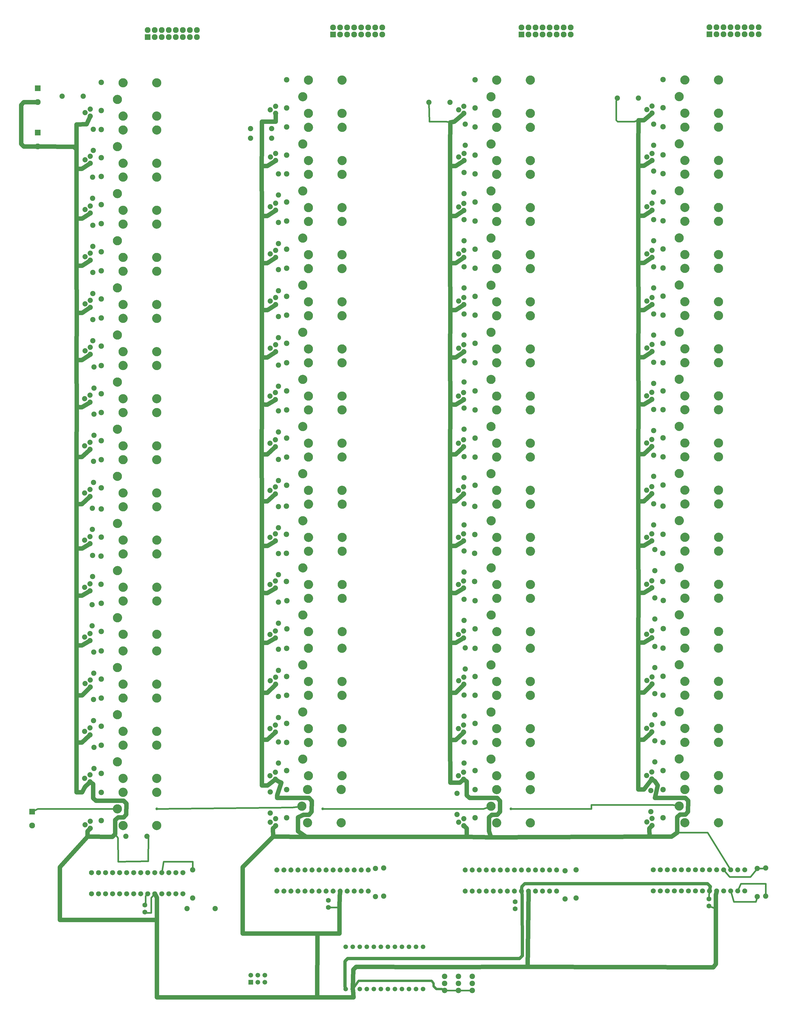
<source format=gbl>
G04 MADE WITH FRITZING*
G04 WWW.FRITZING.ORG*
G04 DOUBLE SIDED*
G04 HOLES PLATED*
G04 CONTOUR ON CENTER OF CONTOUR VECTOR*
%ASAXBY*%
%FSLAX23Y23*%
%MOIN*%
%OFA0B0*%
%SFA1.0B1.0*%
%ADD10C,0.075000*%
%ADD11C,0.070000*%
%ADD12C,0.129921*%
%ADD13C,0.078000*%
%ADD14C,0.039370*%
%ADD15C,0.066000*%
%ADD16C,0.083307*%
%ADD17C,0.074000*%
%ADD18C,0.067323*%
%ADD19R,0.083307X0.083307*%
%ADD20R,0.067323X0.067323*%
%ADD21C,0.024000*%
%ADD22C,0.064000*%
%ADD23C,0.048000*%
%ADD24C,0.032000*%
%ADD25R,0.001000X0.001000*%
%LNCOPPER0*%
G90*
G70*
G54D10*
X2586Y2025D03*
X2586Y1625D03*
X2508Y1474D03*
X2908Y1474D03*
X10618Y2044D03*
X10618Y1644D03*
X10736Y1651D03*
X10736Y2051D03*
G54D11*
X9929Y1513D03*
X9929Y1613D03*
X7173Y1472D03*
X7173Y1572D03*
X4516Y1493D03*
X4516Y1593D03*
X1908Y1424D03*
X1908Y1524D03*
G54D10*
X5185Y2044D03*
X5185Y1644D03*
G54D12*
X1516Y2891D03*
X1596Y2655D03*
X2075Y2655D03*
X1596Y3127D03*
X2075Y3127D03*
G54D10*
X1635Y2503D03*
X1935Y2503D03*
X9102Y3152D03*
X9102Y2852D03*
X9161Y3860D03*
X9161Y3560D03*
X9161Y4529D03*
X9161Y4229D03*
X9161Y5199D03*
X9161Y4899D03*
X9161Y5888D03*
X9161Y5588D03*
X9161Y6577D03*
X9161Y6277D03*
X9142Y7226D03*
X9142Y6926D03*
X9142Y7915D03*
X9142Y7615D03*
X9142Y8565D03*
X9142Y8265D03*
X9142Y9234D03*
X9142Y8934D03*
X9142Y9923D03*
X9142Y9623D03*
X9142Y10592D03*
X9142Y10292D03*
X9142Y11262D03*
X9142Y10962D03*
X9142Y11951D03*
X9142Y11651D03*
X9142Y12620D03*
X9142Y12320D03*
X8625Y12989D03*
X8925Y12989D03*
X5948Y12930D03*
X6248Y12930D03*
X6464Y12620D03*
X6464Y12320D03*
X6445Y11931D03*
X6445Y11631D03*
X6445Y11262D03*
X6445Y10962D03*
X6445Y10592D03*
X6445Y10292D03*
X6445Y9923D03*
X6445Y9623D03*
X6445Y9254D03*
X6445Y8954D03*
X6445Y8585D03*
X6445Y8285D03*
X6445Y7896D03*
X6445Y7596D03*
X6445Y7226D03*
X6445Y6926D03*
X6445Y6557D03*
X6445Y6257D03*
X6445Y5868D03*
X6445Y5568D03*
X6464Y5179D03*
X6464Y4879D03*
X6445Y4510D03*
X6445Y4210D03*
X6445Y3841D03*
X6445Y3541D03*
X6346Y3112D03*
X6346Y2812D03*
X3689Y3132D03*
X3689Y2832D03*
X3807Y3841D03*
X3807Y3541D03*
X3807Y4490D03*
X3807Y4190D03*
X3807Y5159D03*
X3807Y4859D03*
X3807Y5829D03*
X3807Y5529D03*
X3807Y6518D03*
X3807Y6218D03*
X3807Y7187D03*
X3807Y6887D03*
X3807Y7856D03*
X3807Y7556D03*
X3807Y8545D03*
X3807Y8245D03*
X3807Y9195D03*
X3807Y8895D03*
X3807Y9884D03*
X3807Y9584D03*
X3807Y10553D03*
X3807Y10253D03*
X3409Y12418D03*
X3709Y12418D03*
X3807Y11222D03*
X3807Y10922D03*
X3807Y11911D03*
X3807Y11611D03*
X3409Y12556D03*
X3709Y12556D03*
X730Y13014D03*
X1030Y13014D03*
X1172Y12247D03*
X1172Y12547D03*
X1164Y11566D03*
X1164Y11866D03*
X1168Y10881D03*
X1168Y11181D03*
X1168Y10211D03*
X1168Y10511D03*
X1168Y9542D03*
X1168Y9842D03*
X1183Y8869D03*
X1183Y9169D03*
X1183Y8200D03*
X1183Y8500D03*
X1175Y7530D03*
X1175Y7830D03*
X1160Y6861D03*
X1160Y7161D03*
X1164Y6192D03*
X1164Y6492D03*
X1156Y5491D03*
X1156Y5791D03*
X1179Y4818D03*
X1179Y5118D03*
X1183Y3466D03*
X1183Y3766D03*
X1175Y4147D03*
X1175Y4447D03*
G54D13*
X6563Y511D03*
X6563Y411D03*
X6563Y311D03*
X6366Y511D03*
X6366Y411D03*
X6366Y311D03*
X6169Y511D03*
X6169Y411D03*
X6169Y311D03*
G54D14*
X2075Y2891D03*
X4437Y2891D03*
X7114Y2891D03*
G54D11*
X9138Y1726D03*
X10339Y2026D03*
X9238Y1726D03*
X10439Y2026D03*
X9338Y1726D03*
X9438Y1726D03*
X9538Y1726D03*
X9638Y1726D03*
X10439Y1726D03*
X10339Y1726D03*
X10239Y1726D03*
X10139Y1726D03*
X9738Y1726D03*
X9938Y1726D03*
X9838Y1726D03*
X10039Y1726D03*
X9938Y2026D03*
X10039Y2026D03*
X10139Y2026D03*
X10239Y2026D03*
X9738Y2026D03*
X9838Y2026D03*
X9338Y2026D03*
X9438Y2026D03*
X9538Y2026D03*
X9638Y2026D03*
X9138Y2026D03*
X9238Y2026D03*
X6462Y1723D03*
X7662Y2023D03*
X6562Y1723D03*
X7762Y2023D03*
X6662Y1723D03*
X6762Y1723D03*
X6862Y1723D03*
X6962Y1723D03*
X7762Y1723D03*
X7662Y1723D03*
X7562Y1723D03*
X7462Y1723D03*
X7062Y1723D03*
X7262Y1723D03*
X7162Y1723D03*
X7362Y1723D03*
X7262Y2023D03*
X7362Y2023D03*
X7462Y2023D03*
X7562Y2023D03*
X7062Y2023D03*
X7162Y2023D03*
X6662Y2023D03*
X6762Y2023D03*
X6862Y2023D03*
X6962Y2023D03*
X6462Y2023D03*
X6562Y2023D03*
X3784Y1723D03*
X4984Y2023D03*
X3884Y1723D03*
X5084Y2023D03*
X3984Y1723D03*
X4084Y1723D03*
X4184Y1723D03*
X4284Y1723D03*
X5084Y1723D03*
X4984Y1723D03*
X4884Y1723D03*
X4784Y1723D03*
X4384Y1723D03*
X4584Y1723D03*
X4484Y1723D03*
X4684Y1723D03*
X4584Y2023D03*
X4684Y2023D03*
X4784Y2023D03*
X4884Y2023D03*
X4384Y2023D03*
X4484Y2023D03*
X3984Y2023D03*
X4084Y2023D03*
X4184Y2023D03*
X4284Y2023D03*
X3784Y2023D03*
X3884Y2023D03*
X1148Y1685D03*
X2348Y1985D03*
X1248Y1685D03*
X2448Y1985D03*
X1348Y1685D03*
X1448Y1685D03*
X1548Y1685D03*
X1648Y1685D03*
X2448Y1685D03*
X2348Y1685D03*
X2248Y1685D03*
X2148Y1685D03*
X1748Y1685D03*
X1948Y1685D03*
X1848Y1685D03*
X2048Y1685D03*
X1948Y1985D03*
X2048Y1985D03*
X2148Y1985D03*
X2248Y1985D03*
X1748Y1985D03*
X1848Y1985D03*
X1348Y1985D03*
X1448Y1985D03*
X1548Y1985D03*
X1648Y1985D03*
X1148Y1985D03*
X1248Y1985D03*
G54D15*
X5864Y932D03*
X5764Y932D03*
X5664Y932D03*
X5564Y932D03*
X5464Y932D03*
X5364Y932D03*
X5264Y932D03*
X5164Y932D03*
X5064Y932D03*
X4964Y932D03*
X4864Y932D03*
X4764Y932D03*
X4764Y332D03*
X4864Y332D03*
X4964Y332D03*
X5064Y332D03*
X5164Y332D03*
X5264Y332D03*
X5364Y332D03*
X5464Y332D03*
X5564Y332D03*
X5664Y332D03*
X5764Y332D03*
X5864Y332D03*
G54D16*
X303Y2852D03*
X303Y2655D03*
G54D17*
X9120Y12774D03*
X9045Y12824D03*
X9120Y12874D03*
X6444Y12771D03*
X6369Y12821D03*
X6444Y12871D03*
X3766Y12771D03*
X3691Y12821D03*
X3766Y12871D03*
X9121Y12103D03*
X9046Y12153D03*
X9121Y12203D03*
X6445Y12101D03*
X6370Y12151D03*
X6445Y12201D03*
X3767Y12101D03*
X3692Y12151D03*
X3767Y12201D03*
X1130Y12733D03*
X1055Y12783D03*
X1130Y12833D03*
X1130Y12063D03*
X1055Y12113D03*
X1130Y12163D03*
X9120Y11396D03*
X9045Y11446D03*
X9120Y11496D03*
X6444Y11393D03*
X6369Y11443D03*
X6444Y11493D03*
X3766Y11394D03*
X3691Y11444D03*
X3766Y11494D03*
X1130Y11355D03*
X1055Y11405D03*
X1130Y11455D03*
X9120Y10726D03*
X9045Y10776D03*
X9120Y10826D03*
X6444Y10724D03*
X6369Y10774D03*
X6444Y10824D03*
X3766Y10724D03*
X3691Y10774D03*
X3766Y10824D03*
X1130Y10686D03*
X1055Y10736D03*
X1130Y10786D03*
X9120Y9388D03*
X9045Y9438D03*
X9120Y9488D03*
X6444Y9385D03*
X6369Y9435D03*
X6444Y9485D03*
X3766Y9386D03*
X3691Y9436D03*
X3766Y9486D03*
X1130Y9348D03*
X1055Y9398D03*
X1130Y9448D03*
X9120Y10057D03*
X9045Y10107D03*
X9120Y10157D03*
X6444Y10055D03*
X6369Y10105D03*
X6444Y10155D03*
X3766Y10055D03*
X3691Y10105D03*
X3766Y10155D03*
X1130Y10017D03*
X1055Y10067D03*
X1130Y10117D03*
X9117Y7369D03*
X9042Y7419D03*
X9117Y7469D03*
X6441Y7367D03*
X6366Y7417D03*
X6441Y7467D03*
X3763Y7367D03*
X3688Y7417D03*
X3763Y7467D03*
X1126Y7329D03*
X1051Y7379D03*
X1126Y7429D03*
X9117Y8708D03*
X9042Y8758D03*
X9117Y8808D03*
X6441Y8706D03*
X6366Y8756D03*
X6441Y8806D03*
X3763Y8706D03*
X3688Y8756D03*
X3763Y8806D03*
X1126Y8668D03*
X1051Y8718D03*
X1126Y8768D03*
X9117Y8039D03*
X9042Y8089D03*
X9117Y8139D03*
X6441Y8036D03*
X6366Y8086D03*
X6441Y8136D03*
X3763Y8036D03*
X3688Y8086D03*
X3763Y8136D03*
X1126Y7998D03*
X1051Y8048D03*
X1126Y8098D03*
X9117Y6700D03*
X9042Y6750D03*
X9117Y6800D03*
X6441Y6698D03*
X6366Y6748D03*
X6441Y6798D03*
X3763Y6698D03*
X3688Y6748D03*
X3763Y6798D03*
X1126Y6660D03*
X1051Y6710D03*
X1126Y6760D03*
X9117Y6031D03*
X9042Y6081D03*
X9117Y6131D03*
X6441Y6028D03*
X6366Y6078D03*
X6441Y6128D03*
X3763Y6029D03*
X3688Y6079D03*
X3763Y6129D03*
X1126Y5990D03*
X1051Y6040D03*
X1126Y6090D03*
X9117Y5322D03*
X9042Y5372D03*
X9117Y5422D03*
X6441Y5320D03*
X6366Y5370D03*
X6441Y5420D03*
X3763Y5320D03*
X3688Y5370D03*
X3763Y5420D03*
X1126Y5282D03*
X1051Y5332D03*
X1126Y5382D03*
X9120Y4664D03*
X9045Y4714D03*
X9120Y4764D03*
X6444Y4661D03*
X6369Y4711D03*
X6444Y4761D03*
X3766Y4661D03*
X3691Y4711D03*
X3766Y4761D03*
X1130Y4623D03*
X1055Y4673D03*
X1130Y4723D03*
X9117Y3984D03*
X9042Y4034D03*
X9117Y4084D03*
X6441Y3981D03*
X6366Y4031D03*
X6441Y4081D03*
X3763Y3981D03*
X3688Y4031D03*
X3763Y4081D03*
X1126Y3943D03*
X1051Y3993D03*
X1126Y4043D03*
X9117Y3314D03*
X9042Y3364D03*
X9117Y3414D03*
X6441Y3312D03*
X6366Y3362D03*
X6441Y3412D03*
X3763Y3312D03*
X3688Y3362D03*
X3763Y3412D03*
X1126Y3274D03*
X1051Y3324D03*
X1126Y3374D03*
X9120Y2656D03*
X9045Y2706D03*
X9120Y2756D03*
X6444Y2653D03*
X6369Y2703D03*
X6444Y2753D03*
X3766Y2653D03*
X3691Y2703D03*
X3766Y2753D03*
X1130Y2615D03*
X1055Y2665D03*
X1130Y2715D03*
G54D12*
X9506Y13010D03*
X9587Y12774D03*
X10065Y12774D03*
X9587Y13246D03*
X10065Y13246D03*
X6830Y13008D03*
X6911Y12771D03*
X7389Y12771D03*
X6911Y13244D03*
X7389Y13244D03*
X4152Y13008D03*
X4233Y12771D03*
X4711Y12771D03*
X4233Y13244D03*
X4711Y13244D03*
X9507Y12339D03*
X9587Y12103D03*
X10066Y12103D03*
X9587Y12576D03*
X10066Y12576D03*
X6831Y12337D03*
X6911Y12101D03*
X7390Y12101D03*
X6911Y12573D03*
X7390Y12573D03*
X4153Y12337D03*
X4233Y12101D03*
X4712Y12101D03*
X4233Y12573D03*
X4712Y12573D03*
X1516Y12970D03*
X1596Y12733D03*
X2075Y12733D03*
X1596Y13206D03*
X2075Y13206D03*
X1516Y12299D03*
X1597Y12063D03*
X2075Y12063D03*
X1597Y12535D03*
X2075Y12535D03*
X9506Y11002D03*
X9587Y10766D03*
X10065Y10766D03*
X9587Y11238D03*
X10065Y11238D03*
X6830Y11000D03*
X6911Y10763D03*
X7389Y10763D03*
X6911Y11236D03*
X7389Y11236D03*
X4152Y11000D03*
X4233Y10764D03*
X4711Y10764D03*
X4233Y11236D03*
X4711Y11236D03*
X1516Y10962D03*
X1596Y10726D03*
X2075Y10726D03*
X1596Y11198D03*
X2075Y11198D03*
X9506Y10333D03*
X9587Y10097D03*
X10065Y10097D03*
X9587Y10569D03*
X10065Y10569D03*
X6830Y10330D03*
X6911Y10094D03*
X7389Y10094D03*
X6911Y10567D03*
X7389Y10567D03*
X4152Y10331D03*
X4233Y10094D03*
X4711Y10094D03*
X4233Y10567D03*
X4711Y10567D03*
X1516Y10292D03*
X1596Y10056D03*
X2075Y10056D03*
X1596Y10529D03*
X2075Y10529D03*
X9506Y11671D03*
X9587Y11435D03*
X10065Y11435D03*
X9587Y11908D03*
X10065Y11908D03*
X6830Y11669D03*
X6911Y11433D03*
X7389Y11433D03*
X6911Y11905D03*
X7389Y11905D03*
X4152Y11669D03*
X4233Y11433D03*
X4711Y11433D03*
X4233Y11905D03*
X4711Y11905D03*
X1516Y11631D03*
X1596Y11395D03*
X2075Y11395D03*
X1596Y11867D03*
X2075Y11867D03*
X9506Y7656D03*
X9587Y7419D03*
X10065Y7419D03*
X9587Y7892D03*
X10065Y7892D03*
X6830Y7653D03*
X6911Y7417D03*
X7389Y7417D03*
X6911Y7889D03*
X7389Y7889D03*
X4152Y7653D03*
X4233Y7417D03*
X4711Y7417D03*
X4233Y7890D03*
X4711Y7890D03*
X1516Y7615D03*
X1596Y7379D03*
X2075Y7379D03*
X1596Y7851D03*
X2075Y7851D03*
X9506Y8325D03*
X9587Y8089D03*
X10065Y8089D03*
X9587Y8561D03*
X10065Y8561D03*
X6830Y8323D03*
X6911Y8086D03*
X7389Y8086D03*
X6911Y8559D03*
X7389Y8559D03*
X4152Y8323D03*
X4233Y8086D03*
X4711Y8086D03*
X4233Y8559D03*
X4711Y8559D03*
X1516Y8285D03*
X1596Y8048D03*
X2075Y8048D03*
X1596Y8521D03*
X2075Y8521D03*
X9506Y9663D03*
X9587Y9427D03*
X10065Y9427D03*
X9587Y9900D03*
X10065Y9900D03*
X6830Y9661D03*
X6911Y9425D03*
X7389Y9425D03*
X6911Y9897D03*
X7389Y9897D03*
X4152Y9661D03*
X4233Y9425D03*
X4711Y9425D03*
X4233Y9897D03*
X4711Y9897D03*
X1516Y9623D03*
X1596Y9387D03*
X2075Y9387D03*
X1596Y9859D03*
X2075Y9859D03*
X9506Y8994D03*
X9587Y8758D03*
X10065Y8758D03*
X9587Y9230D03*
X10065Y9230D03*
X6830Y8992D03*
X6911Y8756D03*
X7389Y8756D03*
X6911Y9228D03*
X7389Y9228D03*
X4152Y8992D03*
X4233Y8756D03*
X4711Y8756D03*
X4233Y9228D03*
X4711Y9228D03*
X1516Y8954D03*
X1596Y8718D03*
X2075Y8718D03*
X1596Y9190D03*
X2075Y9190D03*
X9508Y6986D03*
X9588Y6750D03*
X10067Y6750D03*
X9588Y7223D03*
X10067Y7223D03*
X6832Y6984D03*
X6912Y6748D03*
X7391Y6748D03*
X6912Y7220D03*
X7391Y7220D03*
X4154Y6984D03*
X4234Y6748D03*
X4713Y6748D03*
X4234Y7220D03*
X4713Y7220D03*
X1517Y6946D03*
X1598Y6710D03*
X2076Y6710D03*
X1598Y7182D03*
X2076Y7182D03*
X9508Y6317D03*
X9588Y6081D03*
X10067Y6081D03*
X9588Y6553D03*
X10067Y6553D03*
X6832Y6315D03*
X6912Y6078D03*
X7391Y6078D03*
X6912Y6551D03*
X7391Y6551D03*
X4154Y6315D03*
X4234Y6079D03*
X4713Y6079D03*
X4234Y6551D03*
X4713Y6551D03*
X1517Y6277D03*
X1598Y6040D03*
X2076Y6040D03*
X1598Y6513D03*
X2076Y6513D03*
X9506Y4939D03*
X9587Y4703D03*
X10065Y4703D03*
X9587Y5175D03*
X10065Y5175D03*
X6830Y4937D03*
X6911Y4701D03*
X7389Y4701D03*
X6911Y5173D03*
X7389Y5173D03*
X4152Y4937D03*
X4233Y4701D03*
X4711Y4701D03*
X4233Y5173D03*
X4711Y5173D03*
X1516Y4899D03*
X1596Y4663D03*
X2075Y4663D03*
X1596Y5135D03*
X2075Y5135D03*
X9508Y5648D03*
X9588Y5412D03*
X10067Y5412D03*
X9588Y5884D03*
X10067Y5884D03*
X6832Y5645D03*
X6912Y5409D03*
X7391Y5409D03*
X6912Y5882D03*
X7391Y5882D03*
X4154Y5645D03*
X4234Y5409D03*
X4713Y5409D03*
X4234Y5882D03*
X4713Y5882D03*
X1517Y5607D03*
X1598Y5371D03*
X2076Y5371D03*
X1598Y5844D03*
X2076Y5844D03*
X9506Y4270D03*
X9587Y4034D03*
X10065Y4034D03*
X9587Y4506D03*
X10065Y4506D03*
X6830Y4267D03*
X6911Y4031D03*
X7389Y4031D03*
X6911Y4504D03*
X7389Y4504D03*
X4152Y4268D03*
X4233Y4031D03*
X4711Y4031D03*
X4233Y4504D03*
X4711Y4504D03*
X1516Y4229D03*
X1596Y3993D03*
X2075Y3993D03*
X1596Y4466D03*
X2075Y4466D03*
X9506Y3601D03*
X9587Y3364D03*
X10065Y3364D03*
X9587Y3837D03*
X10065Y3837D03*
X6830Y3598D03*
X6911Y3362D03*
X7389Y3362D03*
X6911Y3834D03*
X7389Y3834D03*
X4152Y3598D03*
X4233Y3362D03*
X4711Y3362D03*
X4233Y3834D03*
X4711Y3834D03*
X1516Y3560D03*
X1596Y3324D03*
X2075Y3324D03*
X1596Y3796D03*
X2075Y3796D03*
X9506Y2931D03*
X9587Y2695D03*
X10065Y2695D03*
X9587Y3167D03*
X10065Y3167D03*
X6830Y2929D03*
X6911Y2693D03*
X7389Y2693D03*
X6911Y3165D03*
X7389Y3165D03*
X4140Y2930D03*
X4220Y2694D03*
X4699Y2694D03*
X4220Y3166D03*
X4699Y3166D03*
G54D13*
X9278Y10845D03*
X9278Y11245D03*
X6602Y10842D03*
X6602Y11242D03*
X3924Y10842D03*
X3924Y11242D03*
X1287Y10804D03*
X1287Y11204D03*
X9278Y10175D03*
X9278Y10575D03*
X6602Y10173D03*
X6602Y10573D03*
X3924Y10173D03*
X3924Y10573D03*
X1287Y10135D03*
X1287Y10535D03*
X9278Y12852D03*
X9278Y13252D03*
X6602Y12850D03*
X6602Y13250D03*
X3924Y12850D03*
X3924Y13250D03*
X9278Y12182D03*
X9278Y12582D03*
X6602Y12179D03*
X6602Y12579D03*
X3924Y12180D03*
X3924Y12580D03*
X1287Y12812D03*
X1287Y13212D03*
X1288Y12141D03*
X1288Y12541D03*
X9278Y11514D03*
X9278Y11914D03*
X6602Y11511D03*
X6602Y11911D03*
X3924Y11512D03*
X3924Y11912D03*
X1287Y11474D03*
X1287Y11874D03*
X9278Y8830D03*
X9278Y9230D03*
X6602Y8828D03*
X6602Y9228D03*
X3924Y8828D03*
X3924Y9228D03*
X1287Y8790D03*
X1287Y9190D03*
X9278Y7492D03*
X9278Y7892D03*
X6602Y7489D03*
X6602Y7889D03*
X3924Y7490D03*
X3924Y7890D03*
X1287Y7451D03*
X1287Y7851D03*
X9278Y9506D03*
X9278Y9906D03*
X6602Y9504D03*
X6602Y9904D03*
X3924Y9504D03*
X3924Y9904D03*
X1287Y9466D03*
X1287Y9866D03*
X9278Y8161D03*
X9278Y8561D03*
X6602Y8159D03*
X6602Y8559D03*
X3924Y8159D03*
X3924Y8559D03*
X1287Y8121D03*
X1287Y8521D03*
X9275Y6793D03*
X9275Y7193D03*
X6599Y6790D03*
X6599Y7190D03*
X3921Y6791D03*
X3921Y7191D03*
X1285Y6752D03*
X1285Y7152D03*
X9274Y6123D03*
X9274Y6523D03*
X6598Y6121D03*
X6598Y6521D03*
X3920Y6121D03*
X3920Y6521D03*
X1284Y6083D03*
X1284Y6483D03*
X9279Y5451D03*
X9279Y5851D03*
X6603Y5449D03*
X6603Y5849D03*
X3925Y5449D03*
X3925Y5849D03*
X1288Y5411D03*
X1288Y5811D03*
X9278Y4775D03*
X9278Y5175D03*
X6602Y4773D03*
X6602Y5173D03*
X3924Y4773D03*
X3924Y5173D03*
X1287Y4735D03*
X1287Y5135D03*
X9278Y4106D03*
X9278Y4506D03*
X6602Y4104D03*
X6602Y4504D03*
X3924Y4104D03*
X3924Y4504D03*
X1287Y4066D03*
X1287Y4466D03*
X9278Y3437D03*
X9278Y3837D03*
X6602Y3434D03*
X6602Y3834D03*
X3924Y3435D03*
X3924Y3835D03*
X1287Y3396D03*
X1287Y3796D03*
X9278Y2767D03*
X9278Y3167D03*
X6602Y2765D03*
X6602Y3165D03*
X3924Y2765D03*
X3924Y3165D03*
X1287Y2727D03*
X1287Y3127D03*
G54D18*
X3413Y529D03*
X3513Y529D03*
X3613Y529D03*
X3413Y429D03*
X3513Y429D03*
X3613Y429D03*
G54D16*
X9938Y13994D03*
X10038Y13994D03*
X10138Y13994D03*
X10238Y13994D03*
X10338Y13994D03*
X10438Y13994D03*
X10538Y13994D03*
X10638Y13994D03*
X9938Y13894D03*
X10038Y13894D03*
X10138Y13894D03*
X10238Y13894D03*
X10338Y13894D03*
X10438Y13894D03*
X10538Y13894D03*
X10638Y13894D03*
X7262Y13992D03*
X7362Y13992D03*
X7462Y13992D03*
X7562Y13992D03*
X7662Y13992D03*
X7762Y13992D03*
X7862Y13992D03*
X7962Y13992D03*
X7262Y13892D03*
X7362Y13892D03*
X7462Y13892D03*
X7562Y13892D03*
X7662Y13892D03*
X7762Y13892D03*
X7862Y13892D03*
X7962Y13892D03*
X4584Y13992D03*
X4684Y13992D03*
X4784Y13992D03*
X4884Y13992D03*
X4984Y13992D03*
X5084Y13992D03*
X5184Y13992D03*
X5284Y13992D03*
X4584Y13892D03*
X4684Y13892D03*
X4784Y13892D03*
X4884Y13892D03*
X4984Y13892D03*
X5084Y13892D03*
X5184Y13892D03*
X5284Y13892D03*
X1947Y13954D03*
X2047Y13954D03*
X2147Y13954D03*
X2247Y13954D03*
X2347Y13954D03*
X2447Y13954D03*
X2547Y13954D03*
X2647Y13954D03*
X1947Y13854D03*
X2047Y13854D03*
X2147Y13854D03*
X2247Y13854D03*
X2347Y13854D03*
X2447Y13854D03*
X2547Y13854D03*
X2647Y13854D03*
X383Y13128D03*
X383Y12932D03*
X383Y12498D03*
X383Y12302D03*
G54D10*
X8039Y2025D03*
X8039Y1625D03*
X7882Y1611D03*
X7882Y2011D03*
X5303Y1651D03*
X5303Y2051D03*
G54D19*
X303Y2851D03*
G54D20*
X3413Y429D03*
G54D19*
X9938Y13894D03*
X7262Y13892D03*
X4584Y13892D03*
X1947Y13854D03*
X383Y13128D03*
X383Y12498D03*
G54D21*
X1996Y1630D02*
X2038Y1674D01*
D02*
X1917Y1553D02*
X1913Y1538D01*
D02*
X1917Y1651D02*
X1917Y1553D01*
D02*
X1938Y1674D02*
X1917Y1651D01*
D02*
X1937Y1415D02*
X1996Y1415D01*
D02*
X4673Y1493D02*
X4531Y1493D01*
G54D22*
D02*
X4676Y1659D02*
X4682Y1709D01*
G54D21*
D02*
X2173Y2143D02*
X2150Y2000D01*
D02*
X2586Y2143D02*
X2173Y2143D01*
D02*
X2586Y2042D02*
X2586Y2143D01*
D02*
X9909Y2557D02*
X10231Y2038D01*
D02*
X9477Y2557D02*
X9909Y2557D01*
D02*
X10678Y2044D02*
X10636Y2044D01*
D02*
X10719Y2049D02*
X10678Y2044D01*
D02*
X10224Y1926D02*
X10148Y2014D01*
D02*
X10607Y2031D02*
X10520Y1926D01*
D02*
X10520Y1926D02*
X10224Y1926D01*
D02*
X10382Y1828D02*
X10344Y1740D01*
D02*
X10736Y1828D02*
X10382Y1828D01*
D02*
X10736Y1668D02*
X10736Y1828D01*
D02*
X10284Y1572D02*
X10243Y1711D01*
D02*
X10613Y1628D02*
X10598Y1572D01*
D02*
X10598Y1572D02*
X10284Y1572D01*
G54D22*
D02*
X3786Y3087D02*
X3845Y3264D01*
D02*
X10027Y1474D02*
X10028Y1672D01*
G54D21*
D02*
X10027Y1474D02*
X9943Y1507D01*
D02*
X9929Y1671D02*
X9936Y1711D01*
D02*
X9929Y1628D02*
X9929Y1671D01*
D02*
X6190Y12655D02*
X5952Y12655D01*
D02*
X5952Y12655D02*
X5948Y12913D01*
D02*
X6250Y12646D02*
X6190Y12655D01*
D02*
X8610Y12949D02*
X8619Y12973D01*
D02*
X8610Y12675D02*
X8610Y12949D01*
D02*
X8866Y12656D02*
X8631Y12656D01*
D02*
X8631Y12656D02*
X8610Y12675D01*
D02*
X8925Y12674D02*
X8866Y12656D01*
D02*
X1954Y2149D02*
X1957Y2498D01*
D02*
X1957Y2498D02*
X1952Y2499D01*
G54D23*
D02*
X4791Y764D02*
X4752Y726D01*
D02*
X4752Y370D02*
X4758Y351D01*
D02*
X7272Y1671D02*
X7275Y805D01*
D02*
X7275Y805D02*
X7236Y764D01*
D02*
X4752Y726D02*
X4752Y370D01*
D02*
X7236Y764D02*
X4791Y764D01*
D02*
X7265Y1709D02*
X7272Y1671D01*
D02*
X7271Y1789D02*
X7310Y1828D01*
D02*
X9949Y1789D02*
X9941Y1741D01*
D02*
X9910Y1828D02*
X9949Y1789D01*
D02*
X7310Y1828D02*
X9910Y1828D01*
D02*
X7264Y1738D02*
X7271Y1789D01*
G54D21*
D02*
X6385Y311D02*
X6544Y311D01*
D02*
X6188Y311D02*
X6347Y311D01*
G54D24*
D02*
X6052Y332D02*
X6130Y332D01*
D02*
X6012Y411D02*
X6012Y371D01*
D02*
X6130Y332D02*
X6152Y320D01*
D02*
X6012Y371D02*
X6052Y332D01*
D02*
X5985Y450D02*
X6012Y411D01*
D02*
X4948Y449D02*
X5985Y450D01*
D02*
X4875Y348D02*
X4948Y449D01*
G54D21*
D02*
X1525Y2141D02*
X1954Y2149D01*
D02*
X1524Y2478D02*
X1525Y2141D01*
D02*
X1484Y2536D02*
X1524Y2478D01*
D02*
X4004Y2911D02*
X2083Y2891D01*
D02*
X4114Y2927D02*
X4004Y2911D01*
D02*
X6721Y2891D02*
X4445Y2891D01*
D02*
X6806Y2920D02*
X6721Y2891D01*
D02*
X9417Y2949D02*
X9481Y2936D01*
D02*
X8257Y2949D02*
X9200Y2949D01*
D02*
X8257Y2891D02*
X8257Y2949D01*
D02*
X9200Y2949D02*
X9417Y2949D01*
D02*
X7122Y2891D02*
X8257Y2891D01*
G54D22*
D02*
X4358Y214D02*
X4872Y214D01*
D02*
X2076Y1632D02*
X2076Y1315D01*
D02*
X2076Y1315D02*
X2077Y214D01*
D02*
X4872Y214D02*
X4865Y312D01*
D02*
X2077Y214D02*
X4358Y214D01*
D02*
X2055Y1672D02*
X2076Y1632D01*
D02*
X695Y2065D02*
X696Y1315D01*
D02*
X696Y1315D02*
X2076Y1315D01*
D02*
X1091Y2498D02*
X695Y2065D01*
D02*
X4360Y1121D02*
X4673Y1121D01*
D02*
X4358Y214D02*
X4360Y1121D01*
D02*
X4673Y1493D02*
X4676Y1659D01*
D02*
X4673Y1121D02*
X4673Y1493D01*
D02*
X3296Y1121D02*
X3296Y2065D01*
D02*
X3296Y2065D02*
X3730Y2498D01*
D02*
X4360Y1121D02*
X3296Y1121D01*
D02*
X6248Y2497D02*
X4200Y2497D01*
D02*
X6483Y2497D02*
X6248Y2497D01*
D02*
X4870Y608D02*
X4864Y352D01*
D02*
X4909Y648D02*
X4870Y608D01*
D02*
X6011Y646D02*
X4909Y648D01*
D02*
X7351Y649D02*
X7362Y1708D01*
D02*
X6011Y646D02*
X7351Y649D01*
D02*
X9990Y643D02*
X7351Y649D01*
D02*
X9082Y2500D02*
X6830Y2489D01*
D02*
X10028Y1672D02*
X10036Y1711D01*
D02*
X10026Y688D02*
X10027Y1474D01*
D02*
X9990Y643D02*
X10026Y688D01*
D02*
X9001Y3876D02*
X9105Y3973D01*
D02*
X6325Y3873D02*
X6429Y3970D01*
D02*
X3647Y3874D02*
X3751Y3970D01*
D02*
X8923Y3876D02*
X9001Y3876D01*
D02*
X6247Y3873D02*
X6325Y3873D01*
D02*
X3569Y3874D02*
X3647Y3874D01*
D02*
X1011Y3836D02*
X1114Y3932D01*
D02*
X932Y3836D02*
X1011Y3836D01*
D02*
X9002Y5255D02*
X9103Y5314D01*
D02*
X6326Y5252D02*
X6427Y5312D01*
D02*
X3648Y5252D02*
X3749Y5312D01*
D02*
X8924Y5255D02*
X9002Y5255D01*
D02*
X6247Y5252D02*
X6326Y5252D01*
D02*
X3570Y5252D02*
X3648Y5252D01*
D02*
X1011Y5214D02*
X1112Y5274D01*
D02*
X933Y5214D02*
X1011Y5214D01*
D02*
X8925Y5963D02*
X9002Y5962D01*
D02*
X6248Y5961D02*
X6326Y5960D01*
D02*
X3571Y5961D02*
X3648Y5960D01*
D02*
X9002Y5962D02*
X9103Y6023D01*
D02*
X6326Y5960D02*
X6427Y6020D01*
D02*
X3648Y5960D02*
X3749Y6020D01*
D02*
X1011Y5922D02*
X1112Y5982D01*
D02*
X934Y5923D02*
X1011Y5922D01*
D02*
X8923Y6632D02*
X9004Y6632D01*
D02*
X6247Y6630D02*
X6328Y6630D01*
D02*
X3569Y6630D02*
X3650Y6630D01*
D02*
X9004Y6632D02*
X9103Y6692D01*
D02*
X6328Y6630D02*
X6427Y6689D01*
D02*
X3650Y6630D02*
X3749Y6690D01*
D02*
X1013Y6592D02*
X1112Y6652D01*
D02*
X932Y6592D02*
X1013Y6592D01*
D02*
X8922Y7932D02*
X9002Y7932D01*
D02*
X6246Y7930D02*
X6326Y7930D01*
D02*
X3568Y7930D02*
X3648Y7930D01*
D02*
X9002Y7932D02*
X9105Y8028D01*
D02*
X6326Y7930D02*
X6429Y8025D01*
D02*
X3648Y7930D02*
X3751Y8026D01*
D02*
X1011Y7892D02*
X1114Y7987D01*
D02*
X932Y7892D02*
X1011Y7892D01*
D02*
X9002Y8639D02*
X9103Y8700D01*
D02*
X6326Y8637D02*
X6427Y8697D01*
D02*
X3648Y8637D02*
X3749Y8697D01*
D02*
X8925Y8641D02*
X9002Y8639D01*
D02*
X6249Y8639D02*
X6326Y8637D01*
D02*
X3571Y8639D02*
X3648Y8637D01*
D02*
X1011Y8599D02*
X1112Y8659D01*
D02*
X935Y8601D02*
X1011Y8599D01*
D02*
X9001Y9309D02*
X9107Y9379D01*
D02*
X6325Y9306D02*
X6431Y9377D01*
D02*
X3647Y9306D02*
X3753Y9377D01*
D02*
X8924Y9309D02*
X9001Y9309D01*
D02*
X6248Y9306D02*
X6325Y9306D01*
D02*
X3570Y9306D02*
X3647Y9306D01*
D02*
X1011Y9268D02*
X1116Y9339D01*
D02*
X934Y9268D02*
X1011Y9268D01*
D02*
X9002Y10648D02*
X9107Y10718D01*
D02*
X6326Y10646D02*
X6431Y10715D01*
D02*
X3648Y10646D02*
X3753Y10715D01*
D02*
X8923Y10648D02*
X9002Y10648D01*
D02*
X6247Y10646D02*
X6326Y10646D01*
D02*
X3569Y10646D02*
X3648Y10646D01*
D02*
X1012Y10608D02*
X1116Y10677D01*
D02*
X932Y10608D02*
X1012Y10608D01*
D02*
X9002Y11318D02*
X9107Y11387D01*
D02*
X6326Y11316D02*
X6431Y11385D01*
D02*
X3648Y11316D02*
X3753Y11385D01*
D02*
X8924Y11318D02*
X9002Y11318D01*
D02*
X6248Y11316D02*
X6326Y11316D01*
D02*
X3570Y11316D02*
X3648Y11316D01*
D02*
X1012Y11278D02*
X1116Y11347D01*
D02*
X934Y11278D02*
X1012Y11278D01*
D02*
X9002Y12028D02*
X9107Y12094D01*
D02*
X6326Y12025D02*
X6431Y12092D01*
D02*
X3648Y12025D02*
X3753Y12092D01*
D02*
X8922Y12028D02*
X9002Y12028D01*
D02*
X6246Y12025D02*
X6326Y12025D01*
D02*
X3568Y12025D02*
X3648Y12025D01*
D02*
X1011Y11987D02*
X1117Y12054D01*
D02*
X932Y11987D02*
X1011Y11987D01*
D02*
X145Y12340D02*
X145Y12892D01*
D02*
X145Y12892D02*
X184Y12931D01*
D02*
X184Y12301D02*
X145Y12340D01*
D02*
X184Y12931D02*
X361Y12932D01*
D02*
X361Y12302D02*
X184Y12301D01*
D02*
X8923Y12301D02*
X8925Y12674D01*
D02*
X6247Y12299D02*
X6250Y12646D01*
D02*
X3569Y12299D02*
X3569Y12654D01*
D02*
X9002Y12674D02*
X9108Y12763D01*
D02*
X6307Y12655D02*
X6432Y12761D01*
D02*
X3766Y12654D02*
X3766Y12755D01*
D02*
X8925Y12674D02*
X9002Y12674D01*
D02*
X6250Y12646D02*
X6307Y12655D01*
D02*
X3569Y12654D02*
X3766Y12654D01*
D02*
X1076Y12619D02*
X1123Y12719D01*
D02*
X933Y12616D02*
X1076Y12619D01*
D02*
X933Y12261D02*
X933Y12616D01*
G54D21*
D02*
X383Y2891D02*
X1490Y2891D01*
D02*
X322Y2861D02*
X383Y2891D01*
G54D22*
D02*
X893Y12300D02*
X404Y12302D01*
D02*
X933Y12261D02*
X893Y12300D01*
D02*
X8922Y12028D02*
X8923Y12301D01*
D02*
X6246Y12025D02*
X6247Y12299D01*
D02*
X3568Y12025D02*
X3569Y12299D01*
D02*
X932Y11987D02*
X933Y12261D01*
D02*
X8924Y11318D02*
X8922Y12028D01*
D02*
X6248Y11316D02*
X6246Y12025D01*
D02*
X3570Y11316D02*
X3568Y12025D01*
D02*
X8925Y9980D02*
X8923Y10648D01*
D02*
X6249Y9978D02*
X6247Y10646D01*
D02*
X3571Y9978D02*
X3569Y10646D01*
D02*
X8923Y10648D02*
X8924Y11318D01*
D02*
X6247Y10646D02*
X6248Y11316D01*
D02*
X3569Y10646D02*
X3570Y11316D01*
D02*
X934Y11278D02*
X932Y11987D01*
D02*
X932Y10608D02*
X934Y11278D01*
D02*
X935Y9940D02*
X932Y10608D01*
D02*
X9161Y3048D02*
X9200Y3226D01*
D02*
X6523Y3048D02*
X6483Y3084D01*
D02*
X3786Y3048D02*
X3786Y3087D01*
D02*
X1209Y3010D02*
X1169Y3046D01*
D02*
X9633Y3009D02*
X9594Y3050D01*
D02*
X6957Y3007D02*
X6917Y3048D01*
D02*
X4279Y3007D02*
X4240Y3048D01*
D02*
X9594Y3050D02*
X9161Y3048D01*
D02*
X6917Y3048D02*
X6523Y3048D01*
D02*
X4240Y3048D02*
X3786Y3048D01*
D02*
X1603Y3010D02*
X1209Y3010D01*
D02*
X1642Y2969D02*
X1603Y3010D01*
D02*
X9594Y2812D02*
X9631Y2853D01*
D02*
X6917Y2810D02*
X6955Y2851D01*
D02*
X4240Y2810D02*
X4277Y2851D01*
D02*
X9631Y2853D02*
X9633Y3009D01*
D02*
X6955Y2851D02*
X6957Y3007D01*
D02*
X4277Y2851D02*
X4279Y3007D01*
D02*
X1641Y2811D02*
X1642Y2969D01*
D02*
X1603Y2772D02*
X1641Y2811D01*
D02*
X9477Y2557D02*
X9475Y2775D01*
D02*
X6799Y2575D02*
X6799Y2772D01*
D02*
X4082Y2575D02*
X4082Y2772D01*
D02*
X9475Y2775D02*
X9515Y2812D01*
D02*
X6799Y2772D02*
X6839Y2810D01*
D02*
X4082Y2772D02*
X4161Y2810D01*
D02*
X9515Y2812D02*
X9594Y2812D01*
D02*
X6839Y2810D02*
X6917Y2810D01*
D02*
X4161Y2810D02*
X4240Y2810D01*
D02*
X1525Y2772D02*
X1603Y2772D01*
D02*
X1484Y2735D02*
X1525Y2772D01*
D02*
X1484Y2536D02*
X1484Y2735D01*
D02*
X9396Y2500D02*
X9477Y2557D01*
D02*
X6830Y2489D02*
X6799Y2575D01*
D02*
X4200Y2497D02*
X4082Y2575D01*
D02*
X1443Y2497D02*
X1484Y2536D01*
D02*
X9160Y3285D02*
X9130Y3305D01*
D02*
X6484Y3283D02*
X6454Y3303D01*
D02*
X3806Y3283D02*
X3776Y3303D01*
D02*
X1169Y3245D02*
X1139Y3265D01*
D02*
X9200Y3226D02*
X9160Y3285D01*
D02*
X6483Y3084D02*
X6484Y3283D01*
D02*
X3845Y3264D02*
X3806Y3283D01*
D02*
X1169Y3046D02*
X1169Y3245D01*
D02*
X9081Y2616D02*
X9109Y2644D01*
D02*
X6483Y2615D02*
X6456Y2642D01*
D02*
X3727Y2614D02*
X3755Y2642D01*
D02*
X1091Y2576D02*
X1119Y2604D01*
D02*
X9082Y2500D02*
X9081Y2616D01*
D02*
X6483Y2497D02*
X6483Y2615D01*
D02*
X3730Y2498D02*
X3727Y2614D01*
D02*
X1091Y2498D02*
X1091Y2576D01*
D02*
X9396Y2500D02*
X9082Y2500D01*
D02*
X6830Y2489D02*
X6483Y2497D01*
D02*
X4200Y2497D02*
X3730Y2498D01*
D02*
X1443Y2497D02*
X1091Y2498D01*
D02*
X9002Y4545D02*
X9109Y4652D01*
D02*
X6326Y4543D02*
X6433Y4650D01*
D02*
X3648Y4543D02*
X3755Y4650D01*
D02*
X1012Y4505D02*
X1119Y4612D01*
D02*
X8924Y4545D02*
X9002Y4545D01*
D02*
X6248Y4543D02*
X6326Y4543D01*
D02*
X3570Y4543D02*
X3648Y4543D01*
D02*
X934Y4505D02*
X1012Y4505D01*
D02*
X9003Y3169D02*
X8923Y3168D01*
D02*
X6385Y3264D02*
X6249Y3264D01*
D02*
X3649Y3225D02*
X3571Y3225D01*
D02*
X9107Y3302D02*
X9003Y3169D01*
D02*
X6428Y3301D02*
X6385Y3264D01*
D02*
X3750Y3302D02*
X3649Y3225D01*
D02*
X1012Y3129D02*
X932Y3128D01*
D02*
X1052Y3206D02*
X1012Y3129D01*
D02*
X1114Y3263D02*
X1052Y3206D01*
D02*
X8923Y3168D02*
X8923Y3876D01*
D02*
X6249Y3264D02*
X6247Y3873D01*
D02*
X3571Y3225D02*
X3569Y3874D01*
D02*
X8923Y3876D02*
X8924Y4545D01*
D02*
X6247Y3873D02*
X6248Y4543D01*
D02*
X3569Y3874D02*
X3570Y4543D01*
D02*
X932Y3836D02*
X934Y4505D01*
D02*
X932Y3128D02*
X932Y3836D01*
D02*
X9002Y7263D02*
X9105Y7359D01*
D02*
X6326Y7261D02*
X6429Y7356D01*
D02*
X3648Y7261D02*
X3751Y7356D01*
D02*
X1011Y7223D02*
X1114Y7318D01*
D02*
X8923Y7263D02*
X9002Y7263D01*
D02*
X6247Y7261D02*
X6326Y7261D01*
D02*
X3569Y7261D02*
X3648Y7261D01*
D02*
X933Y7223D02*
X1011Y7223D01*
D02*
X8925Y5963D02*
X8923Y6632D01*
D02*
X6248Y5961D02*
X6247Y6630D01*
D02*
X3571Y5961D02*
X3569Y6630D01*
D02*
X8923Y6632D02*
X8923Y7263D01*
D02*
X6247Y6630D02*
X6247Y7261D01*
D02*
X3569Y6630D02*
X3569Y7261D01*
D02*
X932Y6592D02*
X933Y7223D01*
D02*
X934Y5923D02*
X932Y6592D01*
D02*
X8924Y4545D02*
X8924Y5255D01*
D02*
X6248Y4543D02*
X6247Y5252D01*
D02*
X3570Y4543D02*
X3570Y5252D01*
D02*
X8924Y5255D02*
X8925Y5963D01*
D02*
X6247Y5252D02*
X6248Y5961D01*
D02*
X3570Y5252D02*
X3571Y5961D01*
D02*
X933Y5214D02*
X934Y5923D01*
D02*
X934Y4505D02*
X933Y5214D01*
D02*
X9004Y9980D02*
X9107Y10048D01*
D02*
X6328Y9978D02*
X6431Y10046D01*
D02*
X3650Y9978D02*
X3753Y10046D01*
D02*
X1013Y9940D02*
X1116Y10008D01*
D02*
X8925Y9980D02*
X9004Y9980D01*
D02*
X6249Y9978D02*
X6328Y9978D01*
D02*
X3571Y9978D02*
X3650Y9978D01*
D02*
X935Y9940D02*
X1013Y9940D01*
D02*
X8925Y8641D02*
X8924Y9309D01*
D02*
X6249Y8639D02*
X6248Y9306D01*
D02*
X3571Y8639D02*
X3570Y9306D01*
D02*
X935Y8601D02*
X934Y9268D01*
D02*
X8923Y7263D02*
X8922Y7932D01*
D02*
X6247Y7261D02*
X6246Y7930D01*
D02*
X3569Y7261D02*
X3568Y7930D01*
D02*
X933Y7223D02*
X932Y7892D01*
D02*
X8924Y9309D02*
X8925Y9980D01*
D02*
X6248Y9306D02*
X6249Y9978D01*
D02*
X3570Y9306D02*
X3571Y9978D01*
D02*
X934Y9268D02*
X935Y9940D01*
D02*
X8922Y7932D02*
X8925Y8641D01*
D02*
X6246Y7930D02*
X6249Y8639D01*
D02*
X3568Y7930D02*
X3571Y8639D01*
D02*
X932Y7892D02*
X935Y8601D01*
G54D21*
D02*
X1996Y1415D02*
X1996Y1630D01*
D02*
X1922Y1419D02*
X1937Y1415D01*
G54D25*
X9580Y13311D02*
X9593Y13311D01*
X10058Y13311D02*
X10072Y13311D01*
X9574Y13310D02*
X9600Y13310D01*
X10052Y13310D02*
X10078Y13310D01*
X4229Y13309D02*
X4237Y13309D01*
X4708Y13309D02*
X4715Y13309D01*
X6910Y13309D02*
X6912Y13309D01*
X7388Y13309D02*
X7390Y13309D01*
X9570Y13309D02*
X9603Y13309D01*
X10048Y13309D02*
X10082Y13309D01*
X4222Y13308D02*
X4245Y13308D01*
X4700Y13308D02*
X4723Y13308D01*
X6900Y13308D02*
X6921Y13308D01*
X7379Y13308D02*
X7400Y13308D01*
X9566Y13308D02*
X9607Y13308D01*
X10045Y13308D02*
X10085Y13308D01*
X4217Y13307D02*
X4249Y13307D01*
X4696Y13307D02*
X4727Y13307D01*
X6895Y13307D02*
X6926Y13307D01*
X7374Y13307D02*
X7404Y13307D01*
X9564Y13307D02*
X9610Y13307D01*
X10042Y13307D02*
X10088Y13307D01*
X4213Y13306D02*
X4253Y13306D01*
X4692Y13306D02*
X4731Y13306D01*
X6892Y13306D02*
X6930Y13306D01*
X7370Y13306D02*
X7408Y13306D01*
X9561Y13306D02*
X9612Y13306D01*
X10039Y13306D02*
X10091Y13306D01*
X4211Y13305D02*
X4255Y13305D01*
X4689Y13305D02*
X4734Y13305D01*
X6889Y13305D02*
X6933Y13305D01*
X7367Y13305D02*
X7411Y13305D01*
X9559Y13305D02*
X9614Y13305D01*
X10037Y13305D02*
X10093Y13305D01*
X4208Y13304D02*
X4258Y13304D01*
X4686Y13304D02*
X4736Y13304D01*
X6886Y13304D02*
X6936Y13304D01*
X7364Y13304D02*
X7414Y13304D01*
X9557Y13304D02*
X9616Y13304D01*
X10035Y13304D02*
X10095Y13304D01*
X4206Y13303D02*
X4260Y13303D01*
X4684Y13303D02*
X4738Y13303D01*
X6884Y13303D02*
X6938Y13303D01*
X7362Y13303D02*
X7416Y13303D01*
X9555Y13303D02*
X9618Y13303D01*
X10034Y13303D02*
X10096Y13303D01*
X4204Y13302D02*
X4262Y13302D01*
X4682Y13302D02*
X4741Y13302D01*
X6882Y13302D02*
X6940Y13302D01*
X7360Y13302D02*
X7418Y13302D01*
X9554Y13302D02*
X9620Y13302D01*
X10032Y13302D02*
X10098Y13302D01*
X4202Y13301D02*
X4264Y13301D01*
X4680Y13301D02*
X4742Y13301D01*
X6880Y13301D02*
X6942Y13301D01*
X7358Y13301D02*
X7420Y13301D01*
X9552Y13301D02*
X9621Y13301D01*
X10030Y13301D02*
X10100Y13301D01*
X4200Y13300D02*
X4266Y13300D01*
X4679Y13300D02*
X4744Y13300D01*
X6878Y13300D02*
X6943Y13300D01*
X7357Y13300D02*
X7422Y13300D01*
X9550Y13300D02*
X9623Y13300D01*
X10029Y13300D02*
X10101Y13300D01*
X4199Y13299D02*
X4267Y13299D01*
X4677Y13299D02*
X4746Y13299D01*
X6877Y13299D02*
X6945Y13299D01*
X7355Y13299D02*
X7423Y13299D01*
X9549Y13299D02*
X9624Y13299D01*
X10027Y13299D02*
X10103Y13299D01*
X4197Y13298D02*
X4269Y13298D01*
X4676Y13298D02*
X4747Y13298D01*
X6875Y13298D02*
X6946Y13298D01*
X7353Y13298D02*
X7425Y13298D01*
X9548Y13298D02*
X9626Y13298D01*
X10026Y13298D02*
X10104Y13298D01*
X4196Y13297D02*
X4270Y13297D01*
X4674Y13297D02*
X4749Y13297D01*
X6874Y13297D02*
X6948Y13297D01*
X7352Y13297D02*
X7426Y13297D01*
X9546Y13297D02*
X9627Y13297D01*
X10025Y13297D02*
X10105Y13297D01*
X4195Y13296D02*
X4272Y13296D01*
X4673Y13296D02*
X4750Y13296D01*
X6872Y13296D02*
X6949Y13296D01*
X7351Y13296D02*
X7427Y13296D01*
X9545Y13296D02*
X9628Y13296D01*
X10024Y13296D02*
X10106Y13296D01*
X4193Y13295D02*
X4273Y13295D01*
X4671Y13295D02*
X4751Y13295D01*
X6871Y13295D02*
X6951Y13295D01*
X7349Y13295D02*
X7429Y13295D01*
X9544Y13295D02*
X9629Y13295D01*
X10022Y13295D02*
X10108Y13295D01*
X4192Y13294D02*
X4274Y13294D01*
X4670Y13294D02*
X4753Y13294D01*
X6870Y13294D02*
X6952Y13294D01*
X7348Y13294D02*
X7430Y13294D01*
X9543Y13294D02*
X9630Y13294D01*
X10021Y13294D02*
X10109Y13294D01*
X4191Y13293D02*
X4275Y13293D01*
X4669Y13293D02*
X4754Y13293D01*
X6869Y13293D02*
X6953Y13293D01*
X7347Y13293D02*
X7431Y13293D01*
X9542Y13293D02*
X9632Y13293D01*
X10020Y13293D02*
X10110Y13293D01*
X4190Y13292D02*
X4277Y13292D01*
X4668Y13292D02*
X4755Y13292D01*
X6868Y13292D02*
X6954Y13292D01*
X7346Y13292D02*
X7432Y13292D01*
X9541Y13292D02*
X9633Y13292D01*
X10019Y13292D02*
X10111Y13292D01*
X4189Y13291D02*
X4278Y13291D01*
X4667Y13291D02*
X4756Y13291D01*
X6866Y13291D02*
X6955Y13291D01*
X7345Y13291D02*
X7434Y13291D01*
X9540Y13291D02*
X9633Y13291D01*
X10018Y13291D02*
X10112Y13291D01*
X4187Y13290D02*
X4279Y13290D01*
X4666Y13290D02*
X4757Y13290D01*
X6865Y13290D02*
X6956Y13290D01*
X7344Y13290D02*
X7435Y13290D01*
X9539Y13290D02*
X9634Y13290D01*
X10017Y13290D02*
X10113Y13290D01*
X4187Y13289D02*
X4280Y13289D01*
X4665Y13289D02*
X4758Y13289D01*
X6864Y13289D02*
X6957Y13289D01*
X7343Y13289D02*
X7435Y13289D01*
X9538Y13289D02*
X9635Y13289D01*
X10016Y13289D02*
X10114Y13289D01*
X4186Y13288D02*
X4280Y13288D01*
X4664Y13288D02*
X4759Y13288D01*
X6863Y13288D02*
X6958Y13288D01*
X7342Y13288D02*
X7436Y13288D01*
X9537Y13288D02*
X9636Y13288D01*
X10016Y13288D02*
X10114Y13288D01*
X4185Y13287D02*
X4281Y13287D01*
X4663Y13287D02*
X4760Y13287D01*
X6863Y13287D02*
X6959Y13287D01*
X7341Y13287D02*
X7437Y13287D01*
X9537Y13287D02*
X9637Y13287D01*
X10015Y13287D02*
X10115Y13287D01*
X4184Y13286D02*
X4282Y13286D01*
X4662Y13286D02*
X4761Y13286D01*
X6862Y13286D02*
X6960Y13286D01*
X7340Y13286D02*
X7438Y13286D01*
X9536Y13286D02*
X9638Y13286D01*
X10014Y13286D02*
X10116Y13286D01*
X4183Y13285D02*
X4283Y13285D01*
X4661Y13285D02*
X4761Y13285D01*
X6861Y13285D02*
X6961Y13285D01*
X7339Y13285D02*
X7439Y13285D01*
X9535Y13285D02*
X9638Y13285D01*
X10013Y13285D02*
X10117Y13285D01*
X4182Y13284D02*
X4284Y13284D01*
X4661Y13284D02*
X4762Y13284D01*
X6860Y13284D02*
X6961Y13284D01*
X7338Y13284D02*
X7440Y13284D01*
X9534Y13284D02*
X9639Y13284D01*
X10013Y13284D02*
X10117Y13284D01*
X4182Y13283D02*
X4285Y13283D01*
X4660Y13283D02*
X4763Y13283D01*
X6859Y13283D02*
X6962Y13283D01*
X7338Y13283D02*
X7440Y13283D01*
X9534Y13283D02*
X9640Y13283D01*
X10012Y13283D02*
X10118Y13283D01*
X4181Y13282D02*
X4285Y13282D01*
X4659Y13282D02*
X4764Y13282D01*
X6859Y13282D02*
X6963Y13282D01*
X7337Y13282D02*
X7441Y13282D01*
X9533Y13282D02*
X9640Y13282D01*
X10011Y13282D02*
X10119Y13282D01*
X4180Y13281D02*
X4286Y13281D01*
X4658Y13281D02*
X4764Y13281D01*
X6858Y13281D02*
X6964Y13281D01*
X7336Y13281D02*
X7442Y13281D01*
X9532Y13281D02*
X9641Y13281D01*
X10011Y13281D02*
X10119Y13281D01*
X4179Y13280D02*
X4287Y13280D01*
X4658Y13280D02*
X4765Y13280D01*
X6857Y13280D02*
X6964Y13280D01*
X7336Y13280D02*
X7443Y13280D01*
X9532Y13280D02*
X9642Y13280D01*
X10010Y13280D02*
X10120Y13280D01*
X4179Y13279D02*
X4287Y13279D01*
X4657Y13279D02*
X4766Y13279D01*
X6857Y13279D02*
X6965Y13279D01*
X7335Y13279D02*
X7443Y13279D01*
X9531Y13279D02*
X9642Y13279D01*
X10009Y13279D02*
X10121Y13279D01*
X4178Y13278D02*
X4288Y13278D01*
X4657Y13278D02*
X4766Y13278D01*
X6856Y13278D02*
X6966Y13278D01*
X7334Y13278D02*
X7444Y13278D01*
X9530Y13278D02*
X9643Y13278D01*
X10009Y13278D02*
X10121Y13278D01*
X4178Y13277D02*
X4289Y13277D01*
X4656Y13277D02*
X4767Y13277D01*
X6855Y13277D02*
X6966Y13277D01*
X7334Y13277D02*
X7444Y13277D01*
X9530Y13277D02*
X9643Y13277D01*
X10008Y13277D02*
X10122Y13277D01*
X4177Y13276D02*
X4289Y13276D01*
X4655Y13276D02*
X4767Y13276D01*
X6855Y13276D02*
X6967Y13276D01*
X7333Y13276D02*
X7445Y13276D01*
X9529Y13276D02*
X9644Y13276D01*
X10008Y13276D02*
X10122Y13276D01*
X4176Y13275D02*
X4290Y13275D01*
X4655Y13275D02*
X4768Y13275D01*
X6854Y13275D02*
X6967Y13275D01*
X7333Y13275D02*
X7446Y13275D01*
X9529Y13275D02*
X9644Y13275D01*
X10007Y13275D02*
X10123Y13275D01*
X4176Y13274D02*
X4290Y13274D01*
X4654Y13274D02*
X4769Y13274D01*
X6854Y13274D02*
X6968Y13274D01*
X7332Y13274D02*
X7446Y13274D01*
X9528Y13274D02*
X9645Y13274D01*
X10007Y13274D02*
X10123Y13274D01*
X4175Y13273D02*
X4291Y13273D01*
X4654Y13273D02*
X4769Y13273D01*
X6853Y13273D02*
X6968Y13273D01*
X7332Y13273D02*
X7447Y13273D01*
X9528Y13273D02*
X9645Y13273D01*
X10006Y13273D02*
X10124Y13273D01*
X4175Y13272D02*
X4291Y13272D01*
X4653Y13272D02*
X4770Y13272D01*
X6853Y13272D02*
X6969Y13272D01*
X7331Y13272D02*
X7447Y13272D01*
X9527Y13272D02*
X9583Y13272D01*
X9590Y13272D02*
X9646Y13272D01*
X10006Y13272D02*
X10061Y13272D01*
X10069Y13272D02*
X10124Y13272D01*
X1594Y13271D02*
X1599Y13271D01*
X2073Y13271D02*
X2077Y13271D01*
X4174Y13271D02*
X4292Y13271D01*
X4653Y13271D02*
X4770Y13271D01*
X6852Y13271D02*
X6969Y13271D01*
X7331Y13271D02*
X7448Y13271D01*
X9527Y13271D02*
X9578Y13271D01*
X9595Y13271D02*
X9646Y13271D01*
X10005Y13271D02*
X10057Y13271D01*
X10073Y13271D02*
X10125Y13271D01*
X1586Y13270D02*
X1608Y13270D01*
X2064Y13270D02*
X2086Y13270D01*
X4174Y13270D02*
X4292Y13270D01*
X4652Y13270D02*
X4771Y13270D01*
X6852Y13270D02*
X6970Y13270D01*
X7330Y13270D02*
X7448Y13270D01*
X9527Y13270D02*
X9576Y13270D01*
X9597Y13270D02*
X9647Y13270D01*
X10005Y13270D02*
X10054Y13270D01*
X10076Y13270D02*
X10125Y13270D01*
X1581Y13269D02*
X1612Y13269D01*
X2059Y13269D02*
X2091Y13269D01*
X4174Y13269D02*
X4226Y13269D01*
X4240Y13269D02*
X4293Y13269D01*
X4652Y13269D02*
X4704Y13269D01*
X4719Y13269D02*
X4771Y13269D01*
X6851Y13269D02*
X6904Y13269D01*
X6918Y13269D02*
X6970Y13269D01*
X7330Y13269D02*
X7382Y13269D01*
X7396Y13269D02*
X7449Y13269D01*
X9526Y13269D02*
X9574Y13269D01*
X9599Y13269D02*
X9647Y13269D01*
X10005Y13269D02*
X10052Y13269D01*
X10078Y13269D02*
X10125Y13269D01*
X1577Y13268D02*
X1616Y13268D01*
X2056Y13268D02*
X2094Y13268D01*
X4173Y13268D02*
X4223Y13268D01*
X4243Y13268D02*
X4293Y13268D01*
X4651Y13268D02*
X4701Y13268D01*
X4722Y13268D02*
X4771Y13268D01*
X6851Y13268D02*
X6901Y13268D01*
X6921Y13268D02*
X6971Y13268D01*
X7329Y13268D02*
X7379Y13268D01*
X7399Y13268D02*
X7449Y13268D01*
X9526Y13268D02*
X9572Y13268D01*
X9601Y13268D02*
X9647Y13268D01*
X10004Y13268D02*
X10050Y13268D01*
X10080Y13268D02*
X10126Y13268D01*
X1575Y13267D02*
X1619Y13267D01*
X2053Y13267D02*
X2097Y13267D01*
X4173Y13267D02*
X4221Y13267D01*
X4245Y13267D02*
X4293Y13267D01*
X4651Y13267D02*
X4699Y13267D01*
X4724Y13267D02*
X4772Y13267D01*
X6851Y13267D02*
X6899Y13267D01*
X6923Y13267D02*
X6971Y13267D01*
X7329Y13267D02*
X7377Y13267D01*
X7401Y13267D02*
X7449Y13267D01*
X9526Y13267D02*
X9571Y13267D01*
X9603Y13267D02*
X9648Y13267D01*
X10004Y13267D02*
X10049Y13267D01*
X10081Y13267D02*
X10126Y13267D01*
X1572Y13266D02*
X1622Y13266D01*
X2050Y13266D02*
X2100Y13266D01*
X4172Y13266D02*
X4219Y13266D01*
X4247Y13266D02*
X4294Y13266D01*
X4651Y13266D02*
X4697Y13266D01*
X4725Y13266D02*
X4772Y13266D01*
X6850Y13266D02*
X6897Y13266D01*
X6925Y13266D02*
X6971Y13266D01*
X7329Y13266D02*
X7375Y13266D01*
X7403Y13266D02*
X7450Y13266D01*
X9525Y13266D02*
X9570Y13266D01*
X9604Y13266D02*
X9648Y13266D01*
X10004Y13266D02*
X10048Y13266D01*
X10082Y13266D02*
X10126Y13266D01*
X1570Y13265D02*
X1624Y13265D01*
X2048Y13265D02*
X2102Y13265D01*
X4172Y13265D02*
X4218Y13265D01*
X4249Y13265D02*
X4294Y13265D01*
X4650Y13265D02*
X4696Y13265D01*
X4727Y13265D02*
X4772Y13265D01*
X6850Y13265D02*
X6895Y13265D01*
X6926Y13265D02*
X6972Y13265D01*
X7328Y13265D02*
X7374Y13265D01*
X7405Y13265D02*
X7450Y13265D01*
X9525Y13265D02*
X9569Y13265D01*
X9605Y13265D02*
X9648Y13265D01*
X10003Y13265D02*
X10047Y13265D01*
X10083Y13265D02*
X10127Y13265D01*
X1568Y13264D02*
X1626Y13264D01*
X2046Y13264D02*
X2104Y13264D01*
X4172Y13264D02*
X4216Y13264D01*
X4250Y13264D02*
X4294Y13264D01*
X4650Y13264D02*
X4695Y13264D01*
X4728Y13264D02*
X4773Y13264D01*
X6850Y13264D02*
X6894Y13264D01*
X6927Y13264D02*
X6972Y13264D01*
X7328Y13264D02*
X7373Y13264D01*
X7406Y13264D02*
X7450Y13264D01*
X9525Y13264D02*
X9568Y13264D01*
X9606Y13264D02*
X9649Y13264D01*
X10003Y13264D02*
X10046Y13264D01*
X10084Y13264D02*
X10127Y13264D01*
X1566Y13263D02*
X1628Y13263D01*
X2044Y13263D02*
X2106Y13263D01*
X4171Y13263D02*
X4215Y13263D01*
X4251Y13263D02*
X4295Y13263D01*
X4650Y13263D02*
X4693Y13263D01*
X4729Y13263D02*
X4773Y13263D01*
X6849Y13263D02*
X6893Y13263D01*
X6929Y13263D02*
X6972Y13263D01*
X7328Y13263D02*
X7371Y13263D01*
X7407Y13263D02*
X7451Y13263D01*
X9525Y13263D02*
X9567Y13263D01*
X9607Y13263D02*
X9649Y13263D01*
X10003Y13263D02*
X10045Y13263D01*
X10085Y13263D02*
X10127Y13263D01*
X1564Y13262D02*
X1629Y13262D01*
X2043Y13262D02*
X2108Y13262D01*
X4171Y13262D02*
X4214Y13262D01*
X4252Y13262D02*
X4295Y13262D01*
X4650Y13262D02*
X4692Y13262D01*
X4730Y13262D02*
X4773Y13262D01*
X6849Y13262D02*
X6892Y13262D01*
X6930Y13262D02*
X6973Y13262D01*
X7327Y13262D02*
X7370Y13262D01*
X7408Y13262D02*
X7451Y13262D01*
X9524Y13262D02*
X9566Y13262D01*
X9608Y13262D02*
X9649Y13262D01*
X10003Y13262D02*
X10044Y13262D01*
X10086Y13262D02*
X10127Y13262D01*
X1563Y13261D02*
X1631Y13261D01*
X2041Y13261D02*
X2109Y13261D01*
X4171Y13261D02*
X4213Y13261D01*
X4253Y13261D02*
X4295Y13261D01*
X4649Y13261D02*
X4692Y13261D01*
X4731Y13261D02*
X4773Y13261D01*
X6849Y13261D02*
X6891Y13261D01*
X6930Y13261D02*
X6973Y13261D01*
X7327Y13261D02*
X7369Y13261D01*
X7409Y13261D02*
X7451Y13261D01*
X9524Y13261D02*
X9565Y13261D01*
X9608Y13261D02*
X9649Y13261D01*
X10002Y13261D02*
X10043Y13261D01*
X10087Y13261D02*
X10128Y13261D01*
X1561Y13260D02*
X1632Y13260D01*
X2039Y13260D02*
X2111Y13260D01*
X4171Y13260D02*
X4212Y13260D01*
X4254Y13260D02*
X4295Y13260D01*
X4649Y13260D02*
X4691Y13260D01*
X4732Y13260D02*
X4774Y13260D01*
X6848Y13260D02*
X6890Y13260D01*
X6931Y13260D02*
X6973Y13260D01*
X7327Y13260D02*
X7369Y13260D01*
X7410Y13260D02*
X7451Y13260D01*
X9524Y13260D02*
X9564Y13260D01*
X9609Y13260D02*
X9650Y13260D01*
X10002Y13260D02*
X10043Y13260D01*
X10087Y13260D02*
X10128Y13260D01*
X1560Y13259D02*
X1634Y13259D01*
X2038Y13259D02*
X2112Y13259D01*
X4170Y13259D02*
X4212Y13259D01*
X4255Y13259D02*
X4296Y13259D01*
X4649Y13259D02*
X4690Y13259D01*
X4733Y13259D02*
X4774Y13259D01*
X6848Y13259D02*
X6889Y13259D01*
X6932Y13259D02*
X6973Y13259D01*
X7327Y13259D02*
X7368Y13259D01*
X7410Y13259D02*
X7452Y13259D01*
X9524Y13259D02*
X9564Y13259D01*
X9609Y13259D02*
X9650Y13259D01*
X10002Y13259D02*
X10042Y13259D01*
X10088Y13259D02*
X10128Y13259D01*
X1558Y13258D02*
X1635Y13258D01*
X2037Y13258D02*
X2113Y13258D01*
X4170Y13258D02*
X4211Y13258D01*
X4255Y13258D02*
X4296Y13258D01*
X4649Y13258D02*
X4689Y13258D01*
X4734Y13258D02*
X4774Y13258D01*
X6848Y13258D02*
X6889Y13258D01*
X6933Y13258D02*
X6974Y13258D01*
X7326Y13258D02*
X7367Y13258D01*
X7411Y13258D02*
X7452Y13258D01*
X9523Y13258D02*
X9563Y13258D01*
X9610Y13258D02*
X9650Y13258D01*
X10002Y13258D02*
X10042Y13258D01*
X10088Y13258D02*
X10128Y13258D01*
X1557Y13257D02*
X1637Y13257D01*
X2035Y13257D02*
X2115Y13257D01*
X4170Y13257D02*
X4210Y13257D01*
X4256Y13257D02*
X4296Y13257D01*
X4648Y13257D02*
X4689Y13257D01*
X4734Y13257D02*
X4774Y13257D01*
X6848Y13257D02*
X6888Y13257D01*
X6933Y13257D02*
X6974Y13257D01*
X7326Y13257D02*
X7367Y13257D01*
X7412Y13257D02*
X7452Y13257D01*
X9523Y13257D02*
X9563Y13257D01*
X9611Y13257D02*
X9650Y13257D01*
X10002Y13257D02*
X10041Y13257D01*
X10089Y13257D02*
X10128Y13257D01*
X1556Y13256D02*
X1638Y13256D01*
X2034Y13256D02*
X2116Y13256D01*
X4170Y13256D02*
X4210Y13256D01*
X4256Y13256D02*
X4296Y13256D01*
X4648Y13256D02*
X4688Y13256D01*
X4735Y13256D02*
X4775Y13256D01*
X6848Y13256D02*
X6888Y13256D01*
X6934Y13256D02*
X6974Y13256D01*
X7326Y13256D02*
X7366Y13256D01*
X7412Y13256D02*
X7452Y13256D01*
X9523Y13256D02*
X9562Y13256D01*
X9611Y13256D02*
X9650Y13256D01*
X10001Y13256D02*
X10041Y13256D01*
X10089Y13256D02*
X10129Y13256D01*
X1554Y13255D02*
X1639Y13255D01*
X2033Y13255D02*
X2117Y13255D01*
X4170Y13255D02*
X4209Y13255D01*
X4257Y13255D02*
X4296Y13255D01*
X4648Y13255D02*
X4688Y13255D01*
X4735Y13255D02*
X4775Y13255D01*
X6847Y13255D02*
X6887Y13255D01*
X6934Y13255D02*
X6974Y13255D01*
X7326Y13255D02*
X7365Y13255D01*
X7413Y13255D02*
X7452Y13255D01*
X9523Y13255D02*
X9562Y13255D01*
X9611Y13255D02*
X9650Y13255D01*
X10001Y13255D02*
X10040Y13255D01*
X10090Y13255D02*
X10129Y13255D01*
X1553Y13254D02*
X1640Y13254D01*
X2032Y13254D02*
X2118Y13254D01*
X4170Y13254D02*
X4209Y13254D01*
X4257Y13254D02*
X4297Y13254D01*
X4648Y13254D02*
X4687Y13254D01*
X4736Y13254D02*
X4775Y13254D01*
X6847Y13254D02*
X6887Y13254D01*
X6935Y13254D02*
X6974Y13254D01*
X7326Y13254D02*
X7365Y13254D01*
X7413Y13254D02*
X7453Y13254D01*
X9523Y13254D02*
X9562Y13254D01*
X9612Y13254D02*
X9651Y13254D01*
X10001Y13254D02*
X10040Y13254D01*
X10090Y13254D02*
X10129Y13254D01*
X1552Y13253D02*
X1641Y13253D01*
X2031Y13253D02*
X2119Y13253D01*
X4169Y13253D02*
X4208Y13253D01*
X4258Y13253D02*
X4297Y13253D01*
X4648Y13253D02*
X4687Y13253D01*
X4736Y13253D02*
X4775Y13253D01*
X6847Y13253D02*
X6886Y13253D01*
X6935Y13253D02*
X6974Y13253D01*
X7325Y13253D02*
X7365Y13253D01*
X7414Y13253D02*
X7453Y13253D01*
X9523Y13253D02*
X9561Y13253D01*
X9612Y13253D02*
X9651Y13253D01*
X10001Y13253D02*
X10040Y13253D01*
X10090Y13253D02*
X10129Y13253D01*
X1551Y13252D02*
X1642Y13252D01*
X2029Y13252D02*
X2121Y13252D01*
X4169Y13252D02*
X4208Y13252D01*
X4258Y13252D02*
X4297Y13252D01*
X4648Y13252D02*
X4686Y13252D01*
X4736Y13252D02*
X4775Y13252D01*
X6847Y13252D02*
X6886Y13252D01*
X6936Y13252D02*
X6975Y13252D01*
X7325Y13252D02*
X7364Y13252D01*
X7414Y13252D02*
X7453Y13252D01*
X9523Y13252D02*
X9561Y13252D01*
X9612Y13252D02*
X9651Y13252D01*
X10001Y13252D02*
X10039Y13252D01*
X10091Y13252D02*
X10129Y13252D01*
X1550Y13251D02*
X1643Y13251D01*
X2029Y13251D02*
X2121Y13251D01*
X4169Y13251D02*
X4208Y13251D01*
X4258Y13251D02*
X4297Y13251D01*
X4647Y13251D02*
X4686Y13251D01*
X4737Y13251D02*
X4775Y13251D01*
X6847Y13251D02*
X6886Y13251D01*
X6936Y13251D02*
X6975Y13251D01*
X7325Y13251D02*
X7364Y13251D01*
X7414Y13251D02*
X7453Y13251D01*
X9523Y13251D02*
X9561Y13251D01*
X9612Y13251D02*
X9651Y13251D01*
X10001Y13251D02*
X10039Y13251D01*
X10091Y13251D02*
X10129Y13251D01*
X1549Y13250D02*
X1644Y13250D01*
X2028Y13250D02*
X2122Y13250D01*
X4169Y13250D02*
X4208Y13250D01*
X4259Y13250D02*
X4297Y13250D01*
X4647Y13250D02*
X4686Y13250D01*
X4737Y13250D02*
X4775Y13250D01*
X6847Y13250D02*
X6885Y13250D01*
X6936Y13250D02*
X6975Y13250D01*
X7325Y13250D02*
X7364Y13250D01*
X7415Y13250D02*
X7453Y13250D01*
X9522Y13250D02*
X9561Y13250D01*
X9613Y13250D02*
X9651Y13250D01*
X10001Y13250D02*
X10039Y13250D01*
X10091Y13250D02*
X10129Y13250D01*
X1548Y13249D02*
X1645Y13249D01*
X2027Y13249D02*
X2123Y13249D01*
X4169Y13249D02*
X4207Y13249D01*
X4259Y13249D02*
X4297Y13249D01*
X4647Y13249D02*
X4686Y13249D01*
X4737Y13249D02*
X4776Y13249D01*
X6847Y13249D02*
X6885Y13249D01*
X6937Y13249D02*
X6975Y13249D01*
X7325Y13249D02*
X7363Y13249D01*
X7415Y13249D02*
X7453Y13249D01*
X9522Y13249D02*
X9561Y13249D01*
X9613Y13249D02*
X9651Y13249D01*
X10001Y13249D02*
X10039Y13249D01*
X10091Y13249D02*
X10129Y13249D01*
X1548Y13248D02*
X1646Y13248D01*
X2026Y13248D02*
X2124Y13248D01*
X4169Y13248D02*
X4207Y13248D01*
X4259Y13248D02*
X4297Y13248D01*
X4647Y13248D02*
X4686Y13248D01*
X4737Y13248D02*
X4776Y13248D01*
X6847Y13248D02*
X6885Y13248D01*
X6937Y13248D02*
X6975Y13248D01*
X7325Y13248D02*
X7363Y13248D01*
X7415Y13248D02*
X7453Y13248D01*
X9522Y13248D02*
X9561Y13248D01*
X9613Y13248D02*
X9651Y13248D01*
X10001Y13248D02*
X10039Y13248D01*
X10091Y13248D02*
X10129Y13248D01*
X1547Y13247D02*
X1647Y13247D01*
X2025Y13247D02*
X2125Y13247D01*
X4169Y13247D02*
X4207Y13247D01*
X4259Y13247D02*
X4297Y13247D01*
X4647Y13247D02*
X4685Y13247D01*
X4737Y13247D02*
X4776Y13247D01*
X6847Y13247D02*
X6885Y13247D01*
X6937Y13247D02*
X6975Y13247D01*
X7325Y13247D02*
X7363Y13247D01*
X7415Y13247D02*
X7453Y13247D01*
X9522Y13247D02*
X9561Y13247D01*
X9613Y13247D02*
X9651Y13247D01*
X10001Y13247D02*
X10039Y13247D01*
X10091Y13247D02*
X10129Y13247D01*
X1546Y13246D02*
X1647Y13246D01*
X2024Y13246D02*
X2126Y13246D01*
X4169Y13246D02*
X4207Y13246D01*
X4259Y13246D02*
X4297Y13246D01*
X4647Y13246D02*
X4685Y13246D01*
X4737Y13246D02*
X4776Y13246D01*
X6846Y13246D02*
X6885Y13246D01*
X6937Y13246D02*
X6975Y13246D01*
X7325Y13246D02*
X7363Y13246D01*
X7415Y13246D02*
X7453Y13246D01*
X9522Y13246D02*
X9561Y13246D01*
X9613Y13246D02*
X9651Y13246D01*
X10001Y13246D02*
X10039Y13246D01*
X10091Y13246D02*
X10129Y13246D01*
X1545Y13245D02*
X1648Y13245D01*
X2024Y13245D02*
X2126Y13245D01*
X4169Y13245D02*
X4207Y13245D01*
X4259Y13245D02*
X4297Y13245D01*
X4647Y13245D02*
X4685Y13245D01*
X4737Y13245D02*
X4776Y13245D01*
X6846Y13245D02*
X6885Y13245D01*
X6937Y13245D02*
X6975Y13245D01*
X7325Y13245D02*
X7363Y13245D01*
X7415Y13245D02*
X7454Y13245D01*
X9522Y13245D02*
X9561Y13245D01*
X9613Y13245D02*
X9651Y13245D01*
X10001Y13245D02*
X10039Y13245D01*
X10091Y13245D02*
X10129Y13245D01*
X1545Y13244D02*
X1649Y13244D01*
X2023Y13244D02*
X2127Y13244D01*
X4169Y13244D02*
X4207Y13244D01*
X4259Y13244D02*
X4297Y13244D01*
X4647Y13244D02*
X4685Y13244D01*
X4737Y13244D02*
X4776Y13244D01*
X6846Y13244D02*
X6885Y13244D01*
X6937Y13244D02*
X6975Y13244D01*
X7325Y13244D02*
X7363Y13244D01*
X7415Y13244D02*
X7454Y13244D01*
X9522Y13244D02*
X9561Y13244D01*
X9613Y13244D02*
X9651Y13244D01*
X10001Y13244D02*
X10039Y13244D01*
X10091Y13244D02*
X10129Y13244D01*
X1544Y13243D02*
X1650Y13243D01*
X2022Y13243D02*
X2128Y13243D01*
X4169Y13243D02*
X4207Y13243D01*
X4259Y13243D02*
X4297Y13243D01*
X4647Y13243D02*
X4685Y13243D01*
X4737Y13243D02*
X4776Y13243D01*
X6846Y13243D02*
X6885Y13243D01*
X6937Y13243D02*
X6975Y13243D01*
X7325Y13243D02*
X7363Y13243D01*
X7415Y13243D02*
X7453Y13243D01*
X9522Y13243D02*
X9561Y13243D01*
X9613Y13243D02*
X9651Y13243D01*
X10001Y13243D02*
X10039Y13243D01*
X10091Y13243D02*
X10129Y13243D01*
X1543Y13242D02*
X1650Y13242D01*
X2021Y13242D02*
X2129Y13242D01*
X4169Y13242D02*
X4207Y13242D01*
X4259Y13242D02*
X4297Y13242D01*
X4647Y13242D02*
X4685Y13242D01*
X4737Y13242D02*
X4776Y13242D01*
X6846Y13242D02*
X6885Y13242D01*
X6937Y13242D02*
X6975Y13242D01*
X7325Y13242D02*
X7363Y13242D01*
X7415Y13242D02*
X7453Y13242D01*
X9523Y13242D02*
X9561Y13242D01*
X9612Y13242D02*
X9651Y13242D01*
X10001Y13242D02*
X10039Y13242D01*
X10091Y13242D02*
X10129Y13242D01*
X1543Y13241D02*
X1651Y13241D01*
X2021Y13241D02*
X2129Y13241D01*
X4169Y13241D02*
X4207Y13241D01*
X4259Y13241D02*
X4297Y13241D01*
X4647Y13241D02*
X4685Y13241D01*
X4737Y13241D02*
X4776Y13241D01*
X6847Y13241D02*
X6885Y13241D01*
X6937Y13241D02*
X6975Y13241D01*
X7325Y13241D02*
X7363Y13241D01*
X7415Y13241D02*
X7453Y13241D01*
X9523Y13241D02*
X9561Y13241D01*
X9612Y13241D02*
X9651Y13241D01*
X10001Y13241D02*
X10039Y13241D01*
X10091Y13241D02*
X10129Y13241D01*
X1542Y13240D02*
X1652Y13240D01*
X2020Y13240D02*
X2130Y13240D01*
X4169Y13240D02*
X4207Y13240D01*
X4259Y13240D02*
X4297Y13240D01*
X4647Y13240D02*
X4686Y13240D01*
X4737Y13240D02*
X4776Y13240D01*
X6847Y13240D02*
X6885Y13240D01*
X6937Y13240D02*
X6975Y13240D01*
X7325Y13240D02*
X7363Y13240D01*
X7415Y13240D02*
X7453Y13240D01*
X9523Y13240D02*
X9561Y13240D01*
X9612Y13240D02*
X9651Y13240D01*
X10001Y13240D02*
X10040Y13240D01*
X10090Y13240D02*
X10129Y13240D01*
X1541Y13239D02*
X1652Y13239D01*
X2020Y13239D02*
X2130Y13239D01*
X4169Y13239D02*
X4207Y13239D01*
X4259Y13239D02*
X4297Y13239D01*
X4647Y13239D02*
X4686Y13239D01*
X4737Y13239D02*
X4776Y13239D01*
X6847Y13239D02*
X6885Y13239D01*
X6936Y13239D02*
X6975Y13239D01*
X7325Y13239D02*
X7363Y13239D01*
X7415Y13239D02*
X7453Y13239D01*
X9523Y13239D02*
X9562Y13239D01*
X9612Y13239D02*
X9651Y13239D01*
X10001Y13239D02*
X10040Y13239D01*
X10090Y13239D02*
X10129Y13239D01*
X1541Y13238D02*
X1653Y13238D01*
X2019Y13238D02*
X2131Y13238D01*
X4169Y13238D02*
X4208Y13238D01*
X4258Y13238D02*
X4297Y13238D01*
X4647Y13238D02*
X4686Y13238D01*
X4737Y13238D02*
X4775Y13238D01*
X6847Y13238D02*
X6885Y13238D01*
X6936Y13238D02*
X6975Y13238D01*
X7325Y13238D02*
X7364Y13238D01*
X7415Y13238D02*
X7453Y13238D01*
X9523Y13238D02*
X9562Y13238D01*
X9611Y13238D02*
X9650Y13238D01*
X10001Y13238D02*
X10040Y13238D01*
X10090Y13238D02*
X10129Y13238D01*
X1540Y13237D02*
X1653Y13237D01*
X2018Y13237D02*
X2132Y13237D01*
X4169Y13237D02*
X4208Y13237D01*
X4258Y13237D02*
X4297Y13237D01*
X4647Y13237D02*
X4686Y13237D01*
X4736Y13237D02*
X4775Y13237D01*
X6847Y13237D02*
X6886Y13237D01*
X6936Y13237D02*
X6975Y13237D01*
X7325Y13237D02*
X7364Y13237D01*
X7414Y13237D02*
X7453Y13237D01*
X9523Y13237D02*
X9562Y13237D01*
X9611Y13237D02*
X9650Y13237D01*
X10001Y13237D02*
X10041Y13237D01*
X10089Y13237D02*
X10129Y13237D01*
X1540Y13236D02*
X1654Y13236D01*
X2018Y13236D02*
X2132Y13236D01*
X4169Y13236D02*
X4208Y13236D01*
X4258Y13236D02*
X4297Y13236D01*
X4648Y13236D02*
X4687Y13236D01*
X4736Y13236D02*
X4775Y13236D01*
X6847Y13236D02*
X6886Y13236D01*
X6936Y13236D02*
X6975Y13236D01*
X7325Y13236D02*
X7364Y13236D01*
X7414Y13236D02*
X7453Y13236D01*
X9523Y13236D02*
X9563Y13236D01*
X9610Y13236D02*
X9650Y13236D01*
X10002Y13236D02*
X10041Y13236D01*
X10089Y13236D02*
X10128Y13236D01*
X1539Y13235D02*
X1654Y13235D01*
X2017Y13235D02*
X2133Y13235D01*
X4169Y13235D02*
X4209Y13235D01*
X4257Y13235D02*
X4297Y13235D01*
X4648Y13235D02*
X4687Y13235D01*
X4736Y13235D02*
X4775Y13235D01*
X6847Y13235D02*
X6886Y13235D01*
X6935Y13235D02*
X6974Y13235D01*
X7325Y13235D02*
X7365Y13235D01*
X7414Y13235D02*
X7453Y13235D01*
X9523Y13235D02*
X9563Y13235D01*
X9610Y13235D02*
X9650Y13235D01*
X10002Y13235D02*
X10042Y13235D01*
X10088Y13235D02*
X10128Y13235D01*
X1539Y13234D02*
X1655Y13234D01*
X2017Y13234D02*
X2133Y13234D01*
X4170Y13234D02*
X4209Y13234D01*
X4257Y13234D02*
X4297Y13234D01*
X4648Y13234D02*
X4687Y13234D01*
X4735Y13234D02*
X4775Y13234D01*
X6847Y13234D02*
X6887Y13234D01*
X6935Y13234D02*
X6974Y13234D01*
X7326Y13234D02*
X7365Y13234D01*
X7413Y13234D02*
X7453Y13234D01*
X9524Y13234D02*
X9564Y13234D01*
X9609Y13234D02*
X9650Y13234D01*
X10002Y13234D02*
X10042Y13234D01*
X10088Y13234D02*
X10128Y13234D01*
X1538Y13233D02*
X1655Y13233D01*
X2016Y13233D02*
X2134Y13233D01*
X4170Y13233D02*
X4210Y13233D01*
X4256Y13233D02*
X4296Y13233D01*
X4648Y13233D02*
X4688Y13233D01*
X4735Y13233D02*
X4775Y13233D01*
X6847Y13233D02*
X6887Y13233D01*
X6934Y13233D02*
X6974Y13233D01*
X7326Y13233D02*
X7366Y13233D01*
X7413Y13233D02*
X7452Y13233D01*
X9524Y13233D02*
X9564Y13233D01*
X9609Y13233D02*
X9650Y13233D01*
X10002Y13233D02*
X10043Y13233D01*
X10087Y13233D02*
X10128Y13233D01*
X1538Y13232D02*
X1656Y13232D01*
X2016Y13232D02*
X2134Y13232D01*
X4170Y13232D02*
X4210Y13232D01*
X4256Y13232D02*
X4296Y13232D01*
X4648Y13232D02*
X4689Y13232D01*
X4734Y13232D02*
X4775Y13232D01*
X6848Y13232D02*
X6888Y13232D01*
X6934Y13232D02*
X6974Y13232D01*
X7326Y13232D02*
X7366Y13232D01*
X7412Y13232D02*
X7452Y13232D01*
X9524Y13232D02*
X9565Y13232D01*
X9608Y13232D02*
X9649Y13232D01*
X10002Y13232D02*
X10043Y13232D01*
X10087Y13232D02*
X10128Y13232D01*
X1537Y13231D02*
X1590Y13231D01*
X1604Y13231D02*
X1656Y13231D01*
X2016Y13231D02*
X2068Y13231D01*
X2082Y13231D02*
X2135Y13231D01*
X4170Y13231D02*
X4211Y13231D01*
X4255Y13231D02*
X4296Y13231D01*
X4648Y13231D02*
X4689Y13231D01*
X4734Y13231D02*
X4774Y13231D01*
X6848Y13231D02*
X6888Y13231D01*
X6933Y13231D02*
X6974Y13231D01*
X7326Y13231D02*
X7367Y13231D01*
X7412Y13231D02*
X7452Y13231D01*
X9524Y13231D02*
X9566Y13231D01*
X9607Y13231D02*
X9649Y13231D01*
X10003Y13231D02*
X10044Y13231D01*
X10086Y13231D02*
X10127Y13231D01*
X1537Y13230D02*
X1587Y13230D01*
X1607Y13230D02*
X1657Y13230D01*
X2015Y13230D02*
X2065Y13230D01*
X2085Y13230D02*
X2135Y13230D01*
X4170Y13230D02*
X4211Y13230D01*
X4255Y13230D02*
X4296Y13230D01*
X4649Y13230D02*
X4690Y13230D01*
X4733Y13230D02*
X4774Y13230D01*
X6848Y13230D02*
X6889Y13230D01*
X6933Y13230D02*
X6974Y13230D01*
X7326Y13230D02*
X7367Y13230D01*
X7411Y13230D02*
X7452Y13230D01*
X9525Y13230D02*
X9567Y13230D01*
X9607Y13230D02*
X9649Y13230D01*
X10003Y13230D02*
X10045Y13230D01*
X10085Y13230D02*
X10127Y13230D01*
X1536Y13229D02*
X1585Y13229D01*
X1609Y13229D02*
X1657Y13229D01*
X2015Y13229D02*
X2063Y13229D01*
X2087Y13229D02*
X2135Y13229D01*
X4171Y13229D02*
X4212Y13229D01*
X4254Y13229D02*
X4296Y13229D01*
X4649Y13229D02*
X4690Y13229D01*
X4732Y13229D02*
X4774Y13229D01*
X6848Y13229D02*
X6890Y13229D01*
X6932Y13229D02*
X6973Y13229D01*
X7327Y13229D02*
X7368Y13229D01*
X7410Y13229D02*
X7452Y13229D01*
X9525Y13229D02*
X9568Y13229D01*
X9606Y13229D02*
X9649Y13229D01*
X10003Y13229D02*
X10046Y13229D01*
X10084Y13229D02*
X10127Y13229D01*
X1536Y13228D02*
X1583Y13228D01*
X1611Y13228D02*
X1657Y13228D01*
X2014Y13228D02*
X2061Y13228D01*
X2089Y13228D02*
X2136Y13228D01*
X4171Y13228D02*
X4213Y13228D01*
X4253Y13228D02*
X4295Y13228D01*
X4649Y13228D02*
X4691Y13228D01*
X4732Y13228D02*
X4774Y13228D01*
X6849Y13228D02*
X6891Y13228D01*
X6931Y13228D02*
X6973Y13228D01*
X7327Y13228D02*
X7369Y13228D01*
X7409Y13228D02*
X7451Y13228D01*
X9525Y13228D02*
X9569Y13228D01*
X9605Y13228D02*
X9648Y13228D01*
X10003Y13228D02*
X10047Y13228D01*
X10083Y13228D02*
X10127Y13228D01*
X1536Y13227D02*
X1581Y13227D01*
X1612Y13227D02*
X1658Y13227D01*
X2014Y13227D02*
X2060Y13227D01*
X2090Y13227D02*
X2136Y13227D01*
X4171Y13227D02*
X4214Y13227D01*
X4252Y13227D02*
X4295Y13227D01*
X4649Y13227D02*
X4692Y13227D01*
X4731Y13227D02*
X4773Y13227D01*
X6849Y13227D02*
X6891Y13227D01*
X6930Y13227D02*
X6973Y13227D01*
X7327Y13227D02*
X7370Y13227D01*
X7409Y13227D02*
X7451Y13227D01*
X9525Y13227D02*
X9570Y13227D01*
X9604Y13227D02*
X9648Y13227D01*
X10004Y13227D02*
X10048Y13227D01*
X10082Y13227D02*
X10126Y13227D01*
X1535Y13226D02*
X1580Y13226D01*
X1613Y13226D02*
X1658Y13226D01*
X2014Y13226D02*
X2058Y13226D01*
X2092Y13226D02*
X2136Y13226D01*
X4171Y13226D02*
X4215Y13226D01*
X4251Y13226D02*
X4295Y13226D01*
X4650Y13226D02*
X4693Y13226D01*
X4730Y13226D02*
X4773Y13226D01*
X6849Y13226D02*
X6892Y13226D01*
X6929Y13226D02*
X6973Y13226D01*
X7327Y13226D02*
X7371Y13226D01*
X7408Y13226D02*
X7451Y13226D01*
X9526Y13226D02*
X9571Y13226D01*
X9602Y13226D02*
X9648Y13226D01*
X10004Y13226D02*
X10049Y13226D01*
X10081Y13226D02*
X10126Y13226D01*
X1535Y13225D02*
X1579Y13225D01*
X1615Y13225D02*
X1658Y13225D01*
X2013Y13225D02*
X2057Y13225D01*
X2093Y13225D02*
X2137Y13225D01*
X4172Y13225D02*
X4216Y13225D01*
X4250Y13225D02*
X4295Y13225D01*
X4650Y13225D02*
X4694Y13225D01*
X4729Y13225D02*
X4773Y13225D01*
X6849Y13225D02*
X6893Y13225D01*
X6928Y13225D02*
X6972Y13225D01*
X7328Y13225D02*
X7372Y13225D01*
X7406Y13225D02*
X7451Y13225D01*
X9526Y13225D02*
X9572Y13225D01*
X9601Y13225D02*
X9647Y13225D01*
X10004Y13225D02*
X10051Y13225D01*
X10079Y13225D02*
X10126Y13225D01*
X1535Y13224D02*
X1578Y13224D01*
X1616Y13224D02*
X1659Y13224D01*
X2013Y13224D02*
X2056Y13224D01*
X2094Y13224D02*
X2137Y13224D01*
X4172Y13224D02*
X4217Y13224D01*
X4249Y13224D02*
X4294Y13224D01*
X4650Y13224D02*
X4695Y13224D01*
X4727Y13224D02*
X4772Y13224D01*
X6850Y13224D02*
X6895Y13224D01*
X6927Y13224D02*
X6972Y13224D01*
X7328Y13224D02*
X7373Y13224D01*
X7405Y13224D02*
X7450Y13224D01*
X9526Y13224D02*
X9574Y13224D01*
X9599Y13224D02*
X9647Y13224D01*
X10005Y13224D02*
X10053Y13224D01*
X10077Y13224D02*
X10125Y13224D01*
X1535Y13223D02*
X1577Y13223D01*
X1616Y13223D02*
X1659Y13223D01*
X2013Y13223D02*
X2055Y13223D01*
X2095Y13223D02*
X2137Y13223D01*
X4172Y13223D02*
X4218Y13223D01*
X4248Y13223D02*
X4294Y13223D01*
X4651Y13223D02*
X4697Y13223D01*
X4726Y13223D02*
X4772Y13223D01*
X6850Y13223D02*
X6896Y13223D01*
X6926Y13223D02*
X6972Y13223D01*
X7328Y13223D02*
X7374Y13223D01*
X7404Y13223D02*
X7450Y13223D01*
X9527Y13223D02*
X9576Y13223D01*
X9597Y13223D02*
X9647Y13223D01*
X10005Y13223D02*
X10054Y13223D01*
X10076Y13223D02*
X10125Y13223D01*
X1534Y13222D02*
X1576Y13222D01*
X1617Y13222D02*
X1659Y13222D01*
X2013Y13222D02*
X2054Y13222D01*
X2096Y13222D02*
X2137Y13222D01*
X4173Y13222D02*
X4220Y13222D01*
X4246Y13222D02*
X4293Y13222D01*
X4651Y13222D02*
X4698Y13222D01*
X4724Y13222D02*
X4772Y13222D01*
X6850Y13222D02*
X6898Y13222D01*
X6924Y13222D02*
X6971Y13222D01*
X7329Y13222D02*
X7376Y13222D01*
X7402Y13222D02*
X7450Y13222D01*
X9527Y13222D02*
X9579Y13222D01*
X9595Y13222D02*
X9646Y13222D01*
X10005Y13222D02*
X10057Y13222D01*
X10073Y13222D02*
X10125Y13222D01*
X1534Y13221D02*
X1575Y13221D01*
X1618Y13221D02*
X1659Y13221D01*
X2012Y13221D02*
X2054Y13221D01*
X2096Y13221D02*
X2138Y13221D01*
X4173Y13221D02*
X4222Y13221D01*
X4244Y13221D02*
X4293Y13221D01*
X4651Y13221D02*
X4700Y13221D01*
X4722Y13221D02*
X4771Y13221D01*
X6851Y13221D02*
X6899Y13221D01*
X6922Y13221D02*
X6971Y13221D01*
X7329Y13221D02*
X7378Y13221D01*
X7400Y13221D02*
X7449Y13221D01*
X9527Y13221D02*
X9584Y13221D01*
X9589Y13221D02*
X9646Y13221D01*
X10006Y13221D02*
X10062Y13221D01*
X10068Y13221D02*
X10124Y13221D01*
X1534Y13220D02*
X1575Y13220D01*
X1619Y13220D02*
X1660Y13220D01*
X2012Y13220D02*
X2053Y13220D01*
X2097Y13220D02*
X2138Y13220D01*
X4173Y13220D02*
X4224Y13220D01*
X4242Y13220D02*
X4293Y13220D01*
X4652Y13220D02*
X4703Y13220D01*
X4720Y13220D02*
X4771Y13220D01*
X6851Y13220D02*
X6902Y13220D01*
X6920Y13220D02*
X6971Y13220D01*
X7329Y13220D02*
X7380Y13220D01*
X7398Y13220D02*
X7449Y13220D01*
X9528Y13220D02*
X9645Y13220D01*
X10006Y13220D02*
X10124Y13220D01*
X1534Y13219D02*
X1574Y13219D01*
X1619Y13219D02*
X1660Y13219D01*
X2012Y13219D02*
X2052Y13219D01*
X2098Y13219D02*
X2138Y13219D01*
X4174Y13219D02*
X4228Y13219D01*
X4238Y13219D02*
X4292Y13219D01*
X4652Y13219D02*
X4707Y13219D01*
X4716Y13219D02*
X4771Y13219D01*
X6851Y13219D02*
X6905Y13219D01*
X6917Y13219D02*
X6970Y13219D01*
X7330Y13219D02*
X7383Y13219D01*
X7395Y13219D02*
X7448Y13219D01*
X9528Y13219D02*
X9645Y13219D01*
X10007Y13219D02*
X10123Y13219D01*
X1533Y13218D02*
X1574Y13218D01*
X1620Y13218D02*
X1660Y13218D01*
X2012Y13218D02*
X2052Y13218D01*
X2098Y13218D02*
X2138Y13218D01*
X4174Y13218D02*
X4292Y13218D01*
X4653Y13218D02*
X4770Y13218D01*
X6852Y13218D02*
X6970Y13218D01*
X7330Y13218D02*
X7448Y13218D01*
X9529Y13218D02*
X9644Y13218D01*
X10007Y13218D02*
X10123Y13218D01*
X1533Y13217D02*
X1573Y13217D01*
X1620Y13217D02*
X1660Y13217D01*
X2012Y13217D02*
X2051Y13217D01*
X2099Y13217D02*
X2138Y13217D01*
X4175Y13217D02*
X4291Y13217D01*
X4653Y13217D02*
X4770Y13217D01*
X6852Y13217D02*
X6969Y13217D01*
X7331Y13217D02*
X7448Y13217D01*
X9529Y13217D02*
X9644Y13217D01*
X10008Y13217D02*
X10122Y13217D01*
X1533Y13216D02*
X1573Y13216D01*
X1621Y13216D02*
X1660Y13216D01*
X2011Y13216D02*
X2051Y13216D01*
X2099Y13216D02*
X2139Y13216D01*
X4175Y13216D02*
X4291Y13216D01*
X4654Y13216D02*
X4769Y13216D01*
X6853Y13216D02*
X6969Y13216D01*
X7331Y13216D02*
X7447Y13216D01*
X9530Y13216D02*
X9643Y13216D01*
X10008Y13216D02*
X10122Y13216D01*
X1533Y13215D02*
X1572Y13215D01*
X1621Y13215D02*
X1660Y13215D01*
X2011Y13215D02*
X2050Y13215D01*
X2100Y13215D02*
X2139Y13215D01*
X4176Y13215D02*
X4290Y13215D01*
X4654Y13215D02*
X4769Y13215D01*
X6853Y13215D02*
X6968Y13215D01*
X7332Y13215D02*
X7447Y13215D01*
X9531Y13215D02*
X9643Y13215D01*
X10009Y13215D02*
X10121Y13215D01*
X1533Y13214D02*
X1572Y13214D01*
X1622Y13214D02*
X1661Y13214D01*
X2011Y13214D02*
X2050Y13214D01*
X2100Y13214D02*
X2139Y13214D01*
X4176Y13214D02*
X4290Y13214D01*
X4654Y13214D02*
X4768Y13214D01*
X6854Y13214D02*
X6968Y13214D01*
X7332Y13214D02*
X7446Y13214D01*
X9531Y13214D02*
X9642Y13214D01*
X10009Y13214D02*
X10121Y13214D01*
X1533Y13213D02*
X1571Y13213D01*
X1622Y13213D02*
X1661Y13213D01*
X2011Y13213D02*
X2050Y13213D01*
X2100Y13213D02*
X2139Y13213D01*
X4177Y13213D02*
X4289Y13213D01*
X4655Y13213D02*
X4768Y13213D01*
X6854Y13213D02*
X6967Y13213D01*
X7333Y13213D02*
X7446Y13213D01*
X9532Y13213D02*
X9642Y13213D01*
X10010Y13213D02*
X10120Y13213D01*
X1533Y13212D02*
X1571Y13212D01*
X1622Y13212D02*
X1661Y13212D01*
X2011Y13212D02*
X2050Y13212D01*
X2101Y13212D02*
X2139Y13212D01*
X4177Y13212D02*
X4289Y13212D01*
X4656Y13212D02*
X4767Y13212D01*
X6855Y13212D02*
X6967Y13212D01*
X7333Y13212D02*
X7445Y13212D01*
X9532Y13212D02*
X9641Y13212D01*
X10011Y13212D02*
X10119Y13212D01*
X1533Y13211D02*
X1571Y13211D01*
X1622Y13211D02*
X1661Y13211D01*
X2011Y13211D02*
X2049Y13211D01*
X2101Y13211D02*
X2139Y13211D01*
X4178Y13211D02*
X4288Y13211D01*
X4656Y13211D02*
X4766Y13211D01*
X6856Y13211D02*
X6966Y13211D01*
X7334Y13211D02*
X7444Y13211D01*
X9533Y13211D02*
X9640Y13211D01*
X10011Y13211D02*
X10119Y13211D01*
X1532Y13210D02*
X1571Y13210D01*
X1623Y13210D02*
X1661Y13210D01*
X2011Y13210D02*
X2049Y13210D01*
X2101Y13210D02*
X2139Y13210D01*
X4179Y13210D02*
X4288Y13210D01*
X4657Y13210D02*
X4766Y13210D01*
X6856Y13210D02*
X6965Y13210D01*
X7335Y13210D02*
X7444Y13210D01*
X9534Y13210D02*
X9640Y13210D01*
X10012Y13210D02*
X10118Y13210D01*
X1532Y13209D02*
X1571Y13209D01*
X1623Y13209D02*
X1661Y13209D01*
X2011Y13209D02*
X2049Y13209D01*
X2101Y13209D02*
X2139Y13209D01*
X4179Y13209D02*
X4287Y13209D01*
X4658Y13209D02*
X4765Y13209D01*
X6857Y13209D02*
X6965Y13209D01*
X7335Y13209D02*
X7443Y13209D01*
X9534Y13209D02*
X9639Y13209D01*
X10013Y13209D02*
X10117Y13209D01*
X1532Y13208D02*
X1571Y13208D01*
X1623Y13208D02*
X1661Y13208D01*
X2011Y13208D02*
X2049Y13208D01*
X2101Y13208D02*
X2139Y13208D01*
X4180Y13208D02*
X4286Y13208D01*
X4658Y13208D02*
X4765Y13208D01*
X6857Y13208D02*
X6964Y13208D01*
X7336Y13208D02*
X7442Y13208D01*
X9535Y13208D02*
X9638Y13208D01*
X10013Y13208D02*
X10117Y13208D01*
X1532Y13207D02*
X1571Y13207D01*
X1623Y13207D02*
X1661Y13207D01*
X2011Y13207D02*
X2049Y13207D01*
X2101Y13207D02*
X2139Y13207D01*
X4181Y13207D02*
X4286Y13207D01*
X4659Y13207D02*
X4764Y13207D01*
X6858Y13207D02*
X6963Y13207D01*
X7336Y13207D02*
X7442Y13207D01*
X9536Y13207D02*
X9638Y13207D01*
X10014Y13207D02*
X10116Y13207D01*
X1532Y13206D02*
X1571Y13206D01*
X1623Y13206D02*
X1661Y13206D01*
X2011Y13206D02*
X2049Y13206D01*
X2101Y13206D02*
X2139Y13206D01*
X4181Y13206D02*
X4285Y13206D01*
X4660Y13206D02*
X4763Y13206D01*
X6859Y13206D02*
X6963Y13206D01*
X7337Y13206D02*
X7441Y13206D01*
X9537Y13206D02*
X9637Y13206D01*
X10015Y13206D02*
X10115Y13206D01*
X1532Y13205D02*
X1571Y13205D01*
X1623Y13205D02*
X1661Y13205D01*
X2011Y13205D02*
X2049Y13205D01*
X2101Y13205D02*
X2139Y13205D01*
X4182Y13205D02*
X4284Y13205D01*
X4660Y13205D02*
X4762Y13205D01*
X6860Y13205D02*
X6962Y13205D01*
X7338Y13205D02*
X7440Y13205D01*
X9537Y13205D02*
X9636Y13205D01*
X10016Y13205D02*
X10114Y13205D01*
X1532Y13204D02*
X1571Y13204D01*
X1623Y13204D02*
X1661Y13204D01*
X2011Y13204D02*
X2049Y13204D01*
X2101Y13204D02*
X2139Y13204D01*
X4183Y13204D02*
X4283Y13204D01*
X4661Y13204D02*
X4762Y13204D01*
X6860Y13204D02*
X6961Y13204D01*
X7339Y13204D02*
X7439Y13204D01*
X9538Y13204D02*
X9635Y13204D01*
X10017Y13204D02*
X10113Y13204D01*
X1532Y13203D02*
X1571Y13203D01*
X1623Y13203D02*
X1661Y13203D01*
X2011Y13203D02*
X2049Y13203D01*
X2101Y13203D02*
X2139Y13203D01*
X4184Y13203D02*
X4283Y13203D01*
X4662Y13203D02*
X4761Y13203D01*
X6861Y13203D02*
X6960Y13203D01*
X7339Y13203D02*
X7439Y13203D01*
X9539Y13203D02*
X9634Y13203D01*
X10017Y13203D02*
X10113Y13203D01*
X1533Y13202D02*
X1571Y13202D01*
X1623Y13202D02*
X1661Y13202D01*
X2011Y13202D02*
X2049Y13202D01*
X2101Y13202D02*
X2139Y13202D01*
X4184Y13202D02*
X4282Y13202D01*
X4663Y13202D02*
X4760Y13202D01*
X6862Y13202D02*
X6960Y13202D01*
X7340Y13202D02*
X7438Y13202D01*
X9540Y13202D02*
X9633Y13202D01*
X10018Y13202D02*
X10112Y13202D01*
X1533Y13201D02*
X1571Y13201D01*
X1622Y13201D02*
X1661Y13201D01*
X2011Y13201D02*
X2049Y13201D01*
X2101Y13201D02*
X2139Y13201D01*
X4185Y13201D02*
X4281Y13201D01*
X4664Y13201D02*
X4759Y13201D01*
X6863Y13201D02*
X6959Y13201D01*
X7341Y13201D02*
X7437Y13201D01*
X9541Y13201D02*
X9632Y13201D01*
X10019Y13201D02*
X10111Y13201D01*
X1533Y13200D02*
X1571Y13200D01*
X1622Y13200D02*
X1661Y13200D01*
X2011Y13200D02*
X2050Y13200D01*
X2100Y13200D02*
X2139Y13200D01*
X4186Y13200D02*
X4280Y13200D01*
X4664Y13200D02*
X4758Y13200D01*
X6864Y13200D02*
X6958Y13200D01*
X7342Y13200D02*
X7436Y13200D01*
X9542Y13200D02*
X9631Y13200D01*
X10020Y13200D02*
X10110Y13200D01*
X1533Y13199D02*
X1572Y13199D01*
X1622Y13199D02*
X1661Y13199D01*
X2011Y13199D02*
X2050Y13199D01*
X2100Y13199D02*
X2139Y13199D01*
X4187Y13199D02*
X4279Y13199D01*
X4665Y13199D02*
X4757Y13199D01*
X6865Y13199D02*
X6957Y13199D01*
X7343Y13199D02*
X7435Y13199D01*
X9543Y13199D02*
X9630Y13199D01*
X10021Y13199D02*
X10109Y13199D01*
X1533Y13198D02*
X1572Y13198D01*
X1621Y13198D02*
X1661Y13198D01*
X2011Y13198D02*
X2050Y13198D01*
X2100Y13198D02*
X2139Y13198D01*
X4188Y13198D02*
X4278Y13198D01*
X4666Y13198D02*
X4756Y13198D01*
X6866Y13198D02*
X6956Y13198D01*
X7344Y13198D02*
X7434Y13198D01*
X9544Y13198D02*
X9629Y13198D01*
X10022Y13198D02*
X10108Y13198D01*
X1533Y13197D02*
X1572Y13197D01*
X1621Y13197D02*
X1660Y13197D01*
X2011Y13197D02*
X2051Y13197D01*
X2099Y13197D02*
X2139Y13197D01*
X4189Y13197D02*
X4277Y13197D01*
X4667Y13197D02*
X4755Y13197D01*
X6867Y13197D02*
X6955Y13197D01*
X7345Y13197D02*
X7433Y13197D01*
X9545Y13197D02*
X9628Y13197D01*
X10024Y13197D02*
X10106Y13197D01*
X1533Y13196D02*
X1573Y13196D01*
X1621Y13196D02*
X1660Y13196D01*
X2012Y13196D02*
X2051Y13196D01*
X2099Y13196D02*
X2139Y13196D01*
X4190Y13196D02*
X4276Y13196D01*
X4669Y13196D02*
X4754Y13196D01*
X6868Y13196D02*
X6954Y13196D01*
X7346Y13196D02*
X7432Y13196D01*
X9547Y13196D02*
X9627Y13196D01*
X10025Y13196D02*
X10105Y13196D01*
X1533Y13195D02*
X1573Y13195D01*
X1620Y13195D02*
X1660Y13195D01*
X2012Y13195D02*
X2052Y13195D01*
X2098Y13195D02*
X2138Y13195D01*
X4191Y13195D02*
X4275Y13195D01*
X4670Y13195D02*
X4753Y13195D01*
X6869Y13195D02*
X6953Y13195D01*
X7347Y13195D02*
X7431Y13195D01*
X9548Y13195D02*
X9625Y13195D01*
X10026Y13195D02*
X10104Y13195D01*
X1534Y13194D02*
X1574Y13194D01*
X1620Y13194D02*
X1660Y13194D01*
X2012Y13194D02*
X2052Y13194D01*
X2098Y13194D02*
X2138Y13194D01*
X4193Y13194D02*
X4274Y13194D01*
X4671Y13194D02*
X4752Y13194D01*
X6870Y13194D02*
X6951Y13194D01*
X7348Y13194D02*
X7430Y13194D01*
X9549Y13194D02*
X9624Y13194D01*
X10028Y13194D02*
X10102Y13194D01*
X1534Y13193D02*
X1574Y13193D01*
X1619Y13193D02*
X1660Y13193D01*
X2012Y13193D02*
X2053Y13193D01*
X2097Y13193D02*
X2138Y13193D01*
X4194Y13193D02*
X4272Y13193D01*
X4672Y13193D02*
X4751Y13193D01*
X6871Y13193D02*
X6950Y13193D01*
X7350Y13193D02*
X7428Y13193D01*
X9551Y13193D02*
X9623Y13193D01*
X10029Y13193D02*
X10101Y13193D01*
X1534Y13192D02*
X1575Y13192D01*
X1619Y13192D02*
X1659Y13192D01*
X2012Y13192D02*
X2053Y13192D01*
X2097Y13192D02*
X2138Y13192D01*
X4195Y13192D02*
X4271Y13192D01*
X4674Y13192D02*
X4749Y13192D01*
X6873Y13192D02*
X6949Y13192D01*
X7351Y13192D02*
X7427Y13192D01*
X9552Y13192D02*
X9621Y13192D01*
X10030Y13192D02*
X10100Y13192D01*
X1534Y13191D02*
X1576Y13191D01*
X1618Y13191D02*
X1659Y13191D01*
X2013Y13191D02*
X2054Y13191D01*
X2096Y13191D02*
X2138Y13191D01*
X4197Y13191D02*
X4269Y13191D01*
X4675Y13191D02*
X4748Y13191D01*
X6874Y13191D02*
X6947Y13191D01*
X7352Y13191D02*
X7426Y13191D01*
X9554Y13191D02*
X9620Y13191D01*
X10032Y13191D02*
X10098Y13191D01*
X1534Y13190D02*
X1577Y13190D01*
X1617Y13190D02*
X1659Y13190D01*
X2013Y13190D02*
X2055Y13190D01*
X2095Y13190D02*
X2137Y13190D01*
X4198Y13190D02*
X4268Y13190D01*
X4676Y13190D02*
X4746Y13190D01*
X6876Y13190D02*
X6946Y13190D01*
X7354Y13190D02*
X7424Y13190D01*
X9555Y13190D02*
X9618Y13190D01*
X10034Y13190D02*
X10096Y13190D01*
X1535Y13189D02*
X1577Y13189D01*
X1616Y13189D02*
X1659Y13189D01*
X2013Y13189D02*
X2056Y13189D01*
X2094Y13189D02*
X2137Y13189D01*
X4200Y13189D02*
X4266Y13189D01*
X4678Y13189D02*
X4745Y13189D01*
X6877Y13189D02*
X6944Y13189D01*
X7356Y13189D02*
X7423Y13189D01*
X9557Y13189D02*
X9616Y13189D01*
X10036Y13189D02*
X10094Y13189D01*
X1535Y13188D02*
X1578Y13188D01*
X1615Y13188D02*
X1658Y13188D01*
X2013Y13188D02*
X2057Y13188D01*
X2093Y13188D02*
X2137Y13188D01*
X4201Y13188D02*
X4265Y13188D01*
X4680Y13188D02*
X4743Y13188D01*
X6879Y13188D02*
X6943Y13188D01*
X7357Y13188D02*
X7421Y13188D01*
X9559Y13188D02*
X9614Y13188D01*
X10038Y13188D02*
X10092Y13188D01*
X1535Y13187D02*
X1579Y13187D01*
X1614Y13187D02*
X1658Y13187D01*
X2014Y13187D02*
X2058Y13187D01*
X2092Y13187D02*
X2137Y13187D01*
X4203Y13187D02*
X4263Y13187D01*
X4681Y13187D02*
X4741Y13187D01*
X6881Y13187D02*
X6941Y13187D01*
X7359Y13187D02*
X7419Y13187D01*
X9561Y13187D02*
X9612Y13187D01*
X10040Y13187D02*
X10090Y13187D01*
X1536Y13186D02*
X1581Y13186D01*
X1613Y13186D02*
X1658Y13186D01*
X2014Y13186D02*
X2059Y13186D01*
X2091Y13186D02*
X2136Y13186D01*
X4205Y13186D02*
X4261Y13186D01*
X4683Y13186D02*
X4739Y13186D01*
X6883Y13186D02*
X6939Y13186D01*
X7361Y13186D02*
X7417Y13186D01*
X9564Y13186D02*
X9610Y13186D01*
X10042Y13186D02*
X10088Y13186D01*
X1536Y13185D02*
X1582Y13185D01*
X1612Y13185D02*
X1658Y13185D01*
X2014Y13185D02*
X2060Y13185D01*
X2090Y13185D02*
X2136Y13185D01*
X4207Y13185D02*
X4259Y13185D01*
X4686Y13185D02*
X4737Y13185D01*
X6885Y13185D02*
X6937Y13185D01*
X7363Y13185D02*
X7415Y13185D01*
X9567Y13185D02*
X9607Y13185D01*
X10045Y13185D02*
X10085Y13185D01*
X1536Y13184D02*
X1584Y13184D01*
X1610Y13184D02*
X1657Y13184D01*
X2015Y13184D02*
X2062Y13184D01*
X2088Y13184D02*
X2135Y13184D01*
X4210Y13184D02*
X4257Y13184D01*
X4688Y13184D02*
X4735Y13184D01*
X6887Y13184D02*
X6935Y13184D01*
X7365Y13184D02*
X7413Y13184D01*
X9570Y13184D02*
X9603Y13184D01*
X10048Y13184D02*
X10082Y13184D01*
X1537Y13183D02*
X1586Y13183D01*
X1608Y13183D02*
X1657Y13183D01*
X2015Y13183D02*
X2064Y13183D01*
X2086Y13183D02*
X2135Y13183D01*
X4212Y13183D02*
X4254Y13183D01*
X4691Y13183D02*
X4732Y13183D01*
X6890Y13183D02*
X6932Y13183D01*
X7368Y13183D02*
X7410Y13183D01*
X9574Y13183D02*
X9599Y13183D01*
X10053Y13183D02*
X10077Y13183D01*
X1537Y13182D02*
X1588Y13182D01*
X1606Y13182D02*
X1656Y13182D01*
X2015Y13182D02*
X2066Y13182D01*
X2084Y13182D02*
X2135Y13182D01*
X4216Y13182D02*
X4251Y13182D01*
X4694Y13182D02*
X4729Y13182D01*
X6893Y13182D02*
X6929Y13182D01*
X7371Y13182D02*
X7407Y13182D01*
X9581Y13182D02*
X9593Y13182D01*
X10059Y13182D02*
X10071Y13182D01*
X1537Y13181D02*
X1591Y13181D01*
X1602Y13181D02*
X1656Y13181D01*
X2016Y13181D02*
X2070Y13181D01*
X2080Y13181D02*
X2134Y13181D01*
X4220Y13181D02*
X4247Y13181D01*
X4698Y13181D02*
X4725Y13181D01*
X6897Y13181D02*
X6925Y13181D01*
X7375Y13181D02*
X7403Y13181D01*
X1538Y13180D02*
X1656Y13180D01*
X2016Y13180D02*
X2134Y13180D01*
X4225Y13180D02*
X4241Y13180D01*
X4704Y13180D02*
X4719Y13180D01*
X6902Y13180D02*
X6919Y13180D01*
X7380Y13180D02*
X7398Y13180D01*
X1538Y13179D02*
X1655Y13179D01*
X2017Y13179D02*
X2133Y13179D01*
X1539Y13178D02*
X1655Y13178D01*
X2017Y13178D02*
X2133Y13178D01*
X1539Y13177D02*
X1654Y13177D01*
X2018Y13177D02*
X2132Y13177D01*
X1540Y13176D02*
X1654Y13176D01*
X2018Y13176D02*
X2132Y13176D01*
X1540Y13175D02*
X1653Y13175D01*
X2019Y13175D02*
X2131Y13175D01*
X1541Y13174D02*
X1652Y13174D01*
X2019Y13174D02*
X2131Y13174D01*
X1542Y13173D02*
X1652Y13173D01*
X2020Y13173D02*
X2130Y13173D01*
X1542Y13172D02*
X1651Y13172D01*
X2021Y13172D02*
X2130Y13172D01*
X1543Y13171D02*
X1651Y13171D01*
X2021Y13171D02*
X2129Y13171D01*
X1543Y13170D02*
X1650Y13170D01*
X2022Y13170D02*
X2128Y13170D01*
X1544Y13169D02*
X1649Y13169D01*
X2022Y13169D02*
X2128Y13169D01*
X1545Y13168D02*
X1649Y13168D01*
X2023Y13168D02*
X2127Y13168D01*
X1546Y13167D02*
X1648Y13167D01*
X2024Y13167D02*
X2126Y13167D01*
X1546Y13166D02*
X1647Y13166D01*
X2025Y13166D02*
X2125Y13166D01*
X1547Y13165D02*
X1646Y13165D01*
X2025Y13165D02*
X2125Y13165D01*
X1548Y13164D02*
X1645Y13164D01*
X2026Y13164D02*
X2124Y13164D01*
X1549Y13163D02*
X1645Y13163D01*
X2027Y13163D02*
X2123Y13163D01*
X1550Y13162D02*
X1644Y13162D01*
X2028Y13162D02*
X2122Y13162D01*
X1551Y13161D02*
X1643Y13161D01*
X2029Y13161D02*
X2121Y13161D01*
X1552Y13160D02*
X1642Y13160D01*
X2030Y13160D02*
X2120Y13160D01*
X1553Y13159D02*
X1641Y13159D01*
X2031Y13159D02*
X2119Y13159D01*
X1554Y13158D02*
X1640Y13158D01*
X2032Y13158D02*
X2118Y13158D01*
X1555Y13157D02*
X1638Y13157D01*
X2033Y13157D02*
X2117Y13157D01*
X1556Y13156D02*
X1637Y13156D01*
X2034Y13156D02*
X2116Y13156D01*
X1557Y13155D02*
X1636Y13155D01*
X2036Y13155D02*
X2114Y13155D01*
X1559Y13154D02*
X1635Y13154D01*
X2037Y13154D02*
X2113Y13154D01*
X1560Y13153D02*
X1633Y13153D01*
X2039Y13153D02*
X2112Y13153D01*
X1562Y13152D02*
X1632Y13152D01*
X2040Y13152D02*
X2110Y13152D01*
X1563Y13151D02*
X1630Y13151D01*
X2042Y13151D02*
X2108Y13151D01*
X1565Y13150D02*
X1629Y13150D01*
X2043Y13150D02*
X2107Y13150D01*
X1567Y13149D02*
X1627Y13149D01*
X2045Y13149D02*
X2105Y13149D01*
X1569Y13148D02*
X1625Y13148D01*
X2047Y13148D02*
X2103Y13148D01*
X1571Y13147D02*
X1623Y13147D01*
X2049Y13147D02*
X2101Y13147D01*
X1573Y13146D02*
X1620Y13146D01*
X2051Y13146D02*
X2099Y13146D01*
X1576Y13145D02*
X1618Y13145D01*
X2054Y13145D02*
X2096Y13145D01*
X1579Y13144D02*
X1614Y13144D01*
X2057Y13144D02*
X2093Y13144D01*
X1583Y13143D02*
X1611Y13143D01*
X2061Y13143D02*
X2089Y13143D01*
X1588Y13142D02*
X1605Y13142D01*
X2067Y13142D02*
X2083Y13142D01*
X9502Y13075D02*
X9510Y13075D01*
X9494Y13074D02*
X9518Y13074D01*
X4152Y13073D02*
X4153Y13073D01*
X9490Y13073D02*
X9522Y13073D01*
X4142Y13072D02*
X4163Y13072D01*
X6821Y13072D02*
X6839Y13072D01*
X9486Y13072D02*
X9526Y13072D01*
X4137Y13071D02*
X4167Y13071D01*
X6816Y13071D02*
X6845Y13071D01*
X9484Y13071D02*
X9528Y13071D01*
X4133Y13070D02*
X4171Y13070D01*
X6812Y13070D02*
X6849Y13070D01*
X9481Y13070D02*
X9531Y13070D01*
X4131Y13069D02*
X4174Y13069D01*
X6809Y13069D02*
X6851Y13069D01*
X9479Y13069D02*
X9533Y13069D01*
X4128Y13068D02*
X4177Y13068D01*
X6806Y13068D02*
X6854Y13068D01*
X9477Y13068D02*
X9535Y13068D01*
X4126Y13067D02*
X4179Y13067D01*
X6804Y13067D02*
X6856Y13067D01*
X9475Y13067D02*
X9537Y13067D01*
X4124Y13066D02*
X4181Y13066D01*
X6802Y13066D02*
X6859Y13066D01*
X9473Y13066D02*
X9539Y13066D01*
X4122Y13065D02*
X4183Y13065D01*
X6800Y13065D02*
X6861Y13065D01*
X9472Y13065D02*
X9540Y13065D01*
X4120Y13064D02*
X4185Y13064D01*
X6798Y13064D02*
X6862Y13064D01*
X9470Y13064D02*
X9542Y13064D01*
X4118Y13063D02*
X4186Y13063D01*
X6796Y13063D02*
X6864Y13063D01*
X9469Y13063D02*
X9543Y13063D01*
X4117Y13062D02*
X4188Y13062D01*
X6795Y13062D02*
X6865Y13062D01*
X9467Y13062D02*
X9545Y13062D01*
X4115Y13061D02*
X4189Y13061D01*
X6793Y13061D02*
X6867Y13061D01*
X9466Y13061D02*
X9546Y13061D01*
X4114Y13060D02*
X4191Y13060D01*
X6792Y13060D02*
X6868Y13060D01*
X9465Y13060D02*
X9547Y13060D01*
X4113Y13059D02*
X4192Y13059D01*
X6791Y13059D02*
X6870Y13059D01*
X9464Y13059D02*
X9548Y13059D01*
X4111Y13058D02*
X4193Y13058D01*
X6789Y13058D02*
X6871Y13058D01*
X9463Y13058D02*
X9549Y13058D01*
X4110Y13057D02*
X4194Y13057D01*
X6788Y13057D02*
X6872Y13057D01*
X9461Y13057D02*
X9551Y13057D01*
X4109Y13056D02*
X4196Y13056D01*
X6787Y13056D02*
X6873Y13056D01*
X9460Y13056D02*
X9552Y13056D01*
X4108Y13055D02*
X4197Y13055D01*
X6786Y13055D02*
X6874Y13055D01*
X9459Y13055D02*
X9553Y13055D01*
X4107Y13054D02*
X4198Y13054D01*
X6785Y13054D02*
X6875Y13054D01*
X9459Y13054D02*
X9553Y13054D01*
X4106Y13053D02*
X4199Y13053D01*
X6784Y13053D02*
X6876Y13053D01*
X9458Y13053D02*
X9554Y13053D01*
X4105Y13052D02*
X4200Y13052D01*
X6783Y13052D02*
X6877Y13052D01*
X9457Y13052D02*
X9555Y13052D01*
X4104Y13051D02*
X4200Y13051D01*
X6782Y13051D02*
X6878Y13051D01*
X9456Y13051D02*
X9556Y13051D01*
X4103Y13050D02*
X4201Y13050D01*
X6781Y13050D02*
X6879Y13050D01*
X9455Y13050D02*
X9557Y13050D01*
X4103Y13049D02*
X4202Y13049D01*
X6780Y13049D02*
X6880Y13049D01*
X9454Y13049D02*
X9557Y13049D01*
X4102Y13048D02*
X4203Y13048D01*
X6780Y13048D02*
X6881Y13048D01*
X9454Y13048D02*
X9558Y13048D01*
X4101Y13047D02*
X4204Y13047D01*
X6779Y13047D02*
X6881Y13047D01*
X9453Y13047D02*
X9559Y13047D01*
X4100Y13046D02*
X4204Y13046D01*
X6778Y13046D02*
X6882Y13046D01*
X9452Y13046D02*
X9560Y13046D01*
X4100Y13045D02*
X4205Y13045D01*
X6777Y13045D02*
X6883Y13045D01*
X9452Y13045D02*
X9560Y13045D01*
X4099Y13044D02*
X4206Y13044D01*
X6777Y13044D02*
X6883Y13044D01*
X9451Y13044D02*
X9561Y13044D01*
X4098Y13043D02*
X4206Y13043D01*
X6776Y13043D02*
X6884Y13043D01*
X9451Y13043D02*
X9561Y13043D01*
X4098Y13042D02*
X4207Y13042D01*
X6775Y13042D02*
X6885Y13042D01*
X9450Y13042D02*
X9562Y13042D01*
X4097Y13041D02*
X4208Y13041D01*
X6775Y13041D02*
X6885Y13041D01*
X9449Y13041D02*
X9563Y13041D01*
X4096Y13040D02*
X4208Y13040D01*
X6774Y13040D02*
X6886Y13040D01*
X9449Y13040D02*
X9563Y13040D01*
X4096Y13039D02*
X4209Y13039D01*
X6774Y13039D02*
X6887Y13039D01*
X9448Y13039D02*
X9564Y13039D01*
X4095Y13038D02*
X4209Y13038D01*
X6773Y13038D02*
X6887Y13038D01*
X9448Y13038D02*
X9564Y13038D01*
X4095Y13037D02*
X4210Y13037D01*
X6773Y13037D02*
X6888Y13037D01*
X9447Y13037D02*
X9565Y13037D01*
X4094Y13036D02*
X4210Y13036D01*
X6772Y13036D02*
X6888Y13036D01*
X9447Y13036D02*
X9565Y13036D01*
X4094Y13035D02*
X4211Y13035D01*
X6772Y13035D02*
X6889Y13035D01*
X9446Y13035D02*
X9498Y13035D01*
X9514Y13035D02*
X9566Y13035D01*
X1506Y13034D02*
X1526Y13034D01*
X4093Y13034D02*
X4211Y13034D01*
X6771Y13034D02*
X6889Y13034D01*
X9446Y13034D02*
X9496Y13034D01*
X9516Y13034D02*
X9566Y13034D01*
X1501Y13033D02*
X1531Y13033D01*
X4093Y13033D02*
X4146Y13033D01*
X4159Y13033D02*
X4212Y13033D01*
X6771Y13033D02*
X6824Y13033D01*
X6836Y13033D02*
X6890Y13033D01*
X9446Y13033D02*
X9494Y13033D01*
X9518Y13033D02*
X9566Y13033D01*
X1497Y13032D02*
X1535Y13032D01*
X4093Y13032D02*
X4143Y13032D01*
X4162Y13032D02*
X4212Y13032D01*
X6770Y13032D02*
X6821Y13032D01*
X6839Y13032D02*
X6890Y13032D01*
X9445Y13032D02*
X9492Y13032D01*
X9520Y13032D02*
X9567Y13032D01*
X1494Y13031D02*
X1538Y13031D01*
X4092Y13031D02*
X4141Y13031D01*
X4164Y13031D02*
X4213Y13031D01*
X6770Y13031D02*
X6819Y13031D01*
X6842Y13031D02*
X6890Y13031D01*
X9445Y13031D02*
X9490Y13031D01*
X9522Y13031D02*
X9567Y13031D01*
X1492Y13030D02*
X1540Y13030D01*
X4092Y13030D02*
X4139Y13030D01*
X4166Y13030D02*
X4213Y13030D01*
X6770Y13030D02*
X6817Y13030D01*
X6844Y13030D02*
X6891Y13030D01*
X9445Y13030D02*
X9489Y13030D01*
X9523Y13030D02*
X9567Y13030D01*
X1489Y13029D02*
X1543Y13029D01*
X4091Y13029D02*
X4137Y13029D01*
X4168Y13029D02*
X4213Y13029D01*
X6769Y13029D02*
X6815Y13029D01*
X6845Y13029D02*
X6891Y13029D01*
X9444Y13029D02*
X9488Y13029D01*
X9524Y13029D02*
X9568Y13029D01*
X1487Y13028D02*
X1545Y13028D01*
X4091Y13028D02*
X4136Y13028D01*
X4169Y13028D02*
X4214Y13028D01*
X6769Y13028D02*
X6814Y13028D01*
X6846Y13028D02*
X6891Y13028D01*
X9444Y13028D02*
X9487Y13028D01*
X9525Y13028D02*
X9568Y13028D01*
X1485Y13027D02*
X1547Y13027D01*
X4091Y13027D02*
X4135Y13027D01*
X4170Y13027D02*
X4214Y13027D01*
X6769Y13027D02*
X6813Y13027D01*
X6848Y13027D02*
X6892Y13027D01*
X9444Y13027D02*
X9486Y13027D01*
X9526Y13027D02*
X9568Y13027D01*
X1484Y13026D02*
X1548Y13026D01*
X4091Y13026D02*
X4134Y13026D01*
X4171Y13026D02*
X4214Y13026D01*
X6768Y13026D02*
X6811Y13026D01*
X6849Y13026D02*
X6892Y13026D01*
X9444Y13026D02*
X9485Y13026D01*
X9527Y13026D02*
X9568Y13026D01*
X1482Y13025D02*
X1550Y13025D01*
X4090Y13025D02*
X4133Y13025D01*
X4172Y13025D02*
X4214Y13025D01*
X6768Y13025D02*
X6811Y13025D01*
X6850Y13025D02*
X6892Y13025D01*
X9443Y13025D02*
X9484Y13025D01*
X9528Y13025D02*
X9569Y13025D01*
X1481Y13024D02*
X1551Y13024D01*
X4090Y13024D02*
X4132Y13024D01*
X4173Y13024D02*
X4215Y13024D01*
X6768Y13024D02*
X6810Y13024D01*
X6850Y13024D02*
X6892Y13024D01*
X9443Y13024D02*
X9484Y13024D01*
X9528Y13024D02*
X9569Y13024D01*
X1479Y13023D02*
X1553Y13023D01*
X4090Y13023D02*
X4131Y13023D01*
X4174Y13023D02*
X4215Y13023D01*
X6768Y13023D02*
X6809Y13023D01*
X6851Y13023D02*
X6893Y13023D01*
X9443Y13023D02*
X9483Y13023D01*
X9529Y13023D02*
X9569Y13023D01*
X1478Y13022D02*
X1554Y13022D01*
X4090Y13022D02*
X4130Y13022D01*
X4174Y13022D02*
X4215Y13022D01*
X6767Y13022D02*
X6808Y13022D01*
X6852Y13022D02*
X6893Y13022D01*
X9443Y13022D02*
X9483Y13022D01*
X9529Y13022D02*
X9569Y13022D01*
X1476Y13021D02*
X1556Y13021D01*
X4089Y13021D02*
X4130Y13021D01*
X4175Y13021D02*
X4215Y13021D01*
X6767Y13021D02*
X6808Y13021D01*
X6853Y13021D02*
X6893Y13021D01*
X9443Y13021D02*
X9482Y13021D01*
X9530Y13021D02*
X9569Y13021D01*
X1475Y13020D02*
X1557Y13020D01*
X4089Y13020D02*
X4129Y13020D01*
X4175Y13020D02*
X4216Y13020D01*
X6767Y13020D02*
X6807Y13020D01*
X6853Y13020D02*
X6893Y13020D01*
X9442Y13020D02*
X9482Y13020D01*
X9530Y13020D02*
X9570Y13020D01*
X1474Y13019D02*
X1558Y13019D01*
X4089Y13019D02*
X4129Y13019D01*
X4176Y13019D02*
X4216Y13019D01*
X6767Y13019D02*
X6807Y13019D01*
X6854Y13019D02*
X6893Y13019D01*
X9442Y13019D02*
X9481Y13019D01*
X9531Y13019D02*
X9570Y13019D01*
X1473Y13018D02*
X1559Y13018D01*
X4089Y13018D02*
X4128Y13018D01*
X4176Y13018D02*
X4216Y13018D01*
X6767Y13018D02*
X6806Y13018D01*
X6854Y13018D02*
X6894Y13018D01*
X9442Y13018D02*
X9481Y13018D01*
X9531Y13018D02*
X9570Y13018D01*
X1472Y13017D02*
X1560Y13017D01*
X4089Y13017D02*
X4128Y13017D01*
X4177Y13017D02*
X4216Y13017D01*
X6766Y13017D02*
X6806Y13017D01*
X6855Y13017D02*
X6894Y13017D01*
X9442Y13017D02*
X9481Y13017D01*
X9531Y13017D02*
X9570Y13017D01*
X1471Y13016D02*
X1561Y13016D01*
X4089Y13016D02*
X4127Y13016D01*
X4177Y13016D02*
X4216Y13016D01*
X6766Y13016D02*
X6805Y13016D01*
X6855Y13016D02*
X6894Y13016D01*
X9442Y13016D02*
X9480Y13016D01*
X9532Y13016D02*
X9570Y13016D01*
X1470Y13015D02*
X1562Y13015D01*
X4088Y13015D02*
X4127Y13015D01*
X4178Y13015D02*
X4216Y13015D01*
X6766Y13015D02*
X6805Y13015D01*
X6855Y13015D02*
X6894Y13015D01*
X9442Y13015D02*
X9480Y13015D01*
X9532Y13015D02*
X9570Y13015D01*
X1469Y13014D02*
X1563Y13014D01*
X4088Y13014D02*
X4127Y13014D01*
X4178Y13014D02*
X4216Y13014D01*
X6766Y13014D02*
X6805Y13014D01*
X6856Y13014D02*
X6894Y13014D01*
X9442Y13014D02*
X9480Y13014D01*
X9532Y13014D02*
X9570Y13014D01*
X1468Y13013D02*
X1564Y13013D01*
X4088Y13013D02*
X4127Y13013D01*
X4178Y13013D02*
X4217Y13013D01*
X6766Y13013D02*
X6804Y13013D01*
X6856Y13013D02*
X6894Y13013D01*
X9442Y13013D02*
X9480Y13013D01*
X9532Y13013D02*
X9570Y13013D01*
X1467Y13012D02*
X1565Y13012D01*
X4088Y13012D02*
X4127Y13012D01*
X4178Y13012D02*
X4217Y13012D01*
X6766Y13012D02*
X6804Y13012D01*
X6856Y13012D02*
X6894Y13012D01*
X9442Y13012D02*
X9480Y13012D01*
X9532Y13012D02*
X9570Y13012D01*
X1466Y13011D02*
X1566Y13011D01*
X4088Y13011D02*
X4126Y13011D01*
X4178Y13011D02*
X4217Y13011D01*
X6766Y13011D02*
X6804Y13011D01*
X6856Y13011D02*
X6894Y13011D01*
X9442Y13011D02*
X9480Y13011D01*
X9532Y13011D02*
X9570Y13011D01*
X1465Y13010D02*
X1567Y13010D01*
X4088Y13010D02*
X4126Y13010D01*
X4178Y13010D02*
X4217Y13010D01*
X6766Y13010D02*
X6804Y13010D01*
X6856Y13010D02*
X6894Y13010D01*
X9442Y13010D02*
X9480Y13010D01*
X9532Y13010D02*
X9570Y13010D01*
X1465Y13009D02*
X1567Y13009D01*
X4088Y13009D02*
X4126Y13009D01*
X4178Y13009D02*
X4217Y13009D01*
X6766Y13009D02*
X6804Y13009D01*
X6856Y13009D02*
X6894Y13009D01*
X9442Y13009D02*
X9480Y13009D01*
X9532Y13009D02*
X9570Y13009D01*
X1464Y13008D02*
X1568Y13008D01*
X4088Y13008D02*
X4126Y13008D01*
X4178Y13008D02*
X4217Y13008D01*
X6766Y13008D02*
X6804Y13008D01*
X6856Y13008D02*
X6895Y13008D01*
X9442Y13008D02*
X9480Y13008D01*
X9532Y13008D02*
X9570Y13008D01*
X1463Y13007D02*
X1569Y13007D01*
X4088Y13007D02*
X4126Y13007D01*
X4178Y13007D02*
X4217Y13007D01*
X6766Y13007D02*
X6804Y13007D01*
X6856Y13007D02*
X6894Y13007D01*
X9442Y13007D02*
X9480Y13007D01*
X9532Y13007D02*
X9570Y13007D01*
X1463Y13006D02*
X1569Y13006D01*
X4088Y13006D02*
X4126Y13006D01*
X4178Y13006D02*
X4217Y13006D01*
X6766Y13006D02*
X6804Y13006D01*
X6856Y13006D02*
X6894Y13006D01*
X9442Y13006D02*
X9480Y13006D01*
X9532Y13006D02*
X9570Y13006D01*
X1462Y13005D02*
X1570Y13005D01*
X4088Y13005D02*
X4126Y13005D01*
X4178Y13005D02*
X4217Y13005D01*
X6766Y13005D02*
X6804Y13005D01*
X6856Y13005D02*
X6894Y13005D01*
X9442Y13005D02*
X9480Y13005D01*
X9532Y13005D02*
X9570Y13005D01*
X1461Y13004D02*
X1571Y13004D01*
X4088Y13004D02*
X4127Y13004D01*
X4178Y13004D02*
X4217Y13004D01*
X6766Y13004D02*
X6804Y13004D01*
X6856Y13004D02*
X6894Y13004D01*
X9442Y13004D02*
X9481Y13004D01*
X9531Y13004D02*
X9570Y13004D01*
X1461Y13003D02*
X1571Y13003D01*
X4088Y13003D02*
X4127Y13003D01*
X4178Y13003D02*
X4217Y13003D01*
X6766Y13003D02*
X6804Y13003D01*
X6856Y13003D02*
X6894Y13003D01*
X9442Y13003D02*
X9481Y13003D01*
X9531Y13003D02*
X9570Y13003D01*
X1460Y13002D02*
X1572Y13002D01*
X4088Y13002D02*
X4127Y13002D01*
X4178Y13002D02*
X4216Y13002D01*
X6766Y13002D02*
X6805Y13002D01*
X6856Y13002D02*
X6894Y13002D01*
X9442Y13002D02*
X9481Y13002D01*
X9531Y13002D02*
X9570Y13002D01*
X1460Y13001D02*
X1573Y13001D01*
X4088Y13001D02*
X4127Y13001D01*
X4178Y13001D02*
X4216Y13001D01*
X6766Y13001D02*
X6805Y13001D01*
X6855Y13001D02*
X6894Y13001D01*
X9442Y13001D02*
X9482Y13001D01*
X9530Y13001D02*
X9570Y13001D01*
X1459Y13000D02*
X1573Y13000D01*
X4089Y13000D02*
X4128Y13000D01*
X4177Y13000D02*
X4216Y13000D01*
X6766Y13000D02*
X6805Y13000D01*
X6855Y13000D02*
X6894Y13000D01*
X9443Y13000D02*
X9482Y13000D01*
X9530Y13000D02*
X9569Y13000D01*
X1458Y12999D02*
X1574Y12999D01*
X4089Y12999D02*
X4128Y12999D01*
X4177Y12999D02*
X4216Y12999D01*
X6766Y12999D02*
X6806Y12999D01*
X6855Y12999D02*
X6894Y12999D01*
X9443Y12999D02*
X9483Y12999D01*
X9529Y12999D02*
X9569Y12999D01*
X1458Y12998D02*
X1574Y12998D01*
X4089Y12998D02*
X4128Y12998D01*
X4176Y12998D02*
X4216Y12998D01*
X6767Y12998D02*
X6806Y12998D01*
X6854Y12998D02*
X6894Y12998D01*
X9443Y12998D02*
X9483Y12998D01*
X9529Y12998D02*
X9569Y12998D01*
X1458Y12997D02*
X1575Y12997D01*
X4089Y12997D02*
X4129Y12997D01*
X4176Y12997D02*
X4216Y12997D01*
X6767Y12997D02*
X6807Y12997D01*
X6854Y12997D02*
X6893Y12997D01*
X9443Y12997D02*
X9484Y12997D01*
X9528Y12997D02*
X9569Y12997D01*
X1457Y12996D02*
X1575Y12996D01*
X4089Y12996D02*
X4129Y12996D01*
X4175Y12996D02*
X4216Y12996D01*
X6767Y12996D02*
X6807Y12996D01*
X6853Y12996D02*
X6893Y12996D01*
X9443Y12996D02*
X9484Y12996D01*
X9528Y12996D02*
X9569Y12996D01*
X1457Y12995D02*
X1510Y12995D01*
X1522Y12995D02*
X1575Y12995D01*
X4089Y12995D02*
X4130Y12995D01*
X4175Y12995D02*
X4215Y12995D01*
X6767Y12995D02*
X6808Y12995D01*
X6853Y12995D02*
X6893Y12995D01*
X9444Y12995D02*
X9485Y12995D01*
X9527Y12995D02*
X9568Y12995D01*
X1456Y12994D02*
X1507Y12994D01*
X1525Y12994D02*
X1576Y12994D01*
X4090Y12994D02*
X4130Y12994D01*
X4174Y12994D02*
X4215Y12994D01*
X6767Y12994D02*
X6808Y12994D01*
X6852Y12994D02*
X6893Y12994D01*
X9444Y12994D02*
X9486Y12994D01*
X9526Y12994D02*
X9568Y12994D01*
X1456Y12993D02*
X1504Y12993D01*
X1528Y12993D02*
X1576Y12993D01*
X4090Y12993D02*
X4131Y12993D01*
X4174Y12993D02*
X4215Y12993D01*
X6768Y12993D02*
X6809Y12993D01*
X6851Y12993D02*
X6893Y12993D01*
X9444Y12993D02*
X9487Y12993D01*
X9525Y12993D02*
X9568Y12993D01*
X1455Y12992D02*
X1502Y12992D01*
X1530Y12992D02*
X1577Y12992D01*
X4090Y12992D02*
X4132Y12992D01*
X4173Y12992D02*
X4215Y12992D01*
X6768Y12992D02*
X6810Y12992D01*
X6851Y12992D02*
X6892Y12992D01*
X9444Y12992D02*
X9488Y12992D01*
X9524Y12992D02*
X9568Y12992D01*
X1455Y12991D02*
X1501Y12991D01*
X1531Y12991D02*
X1577Y12991D01*
X4090Y12991D02*
X4133Y12991D01*
X4172Y12991D02*
X4214Y12991D01*
X6768Y12991D02*
X6811Y12991D01*
X6850Y12991D02*
X6892Y12991D01*
X9445Y12991D02*
X9489Y12991D01*
X9523Y12991D02*
X9567Y12991D01*
X1455Y12990D02*
X1500Y12990D01*
X1532Y12990D02*
X1577Y12990D01*
X4091Y12990D02*
X4134Y12990D01*
X4171Y12990D02*
X4214Y12990D01*
X6768Y12990D02*
X6811Y12990D01*
X6849Y12990D02*
X6892Y12990D01*
X9445Y12990D02*
X9490Y12990D01*
X9522Y12990D02*
X9567Y12990D01*
X1454Y12989D02*
X1498Y12989D01*
X1534Y12989D02*
X1578Y12989D01*
X4091Y12989D02*
X4135Y12989D01*
X4170Y12989D02*
X4214Y12989D01*
X6769Y12989D02*
X6812Y12989D01*
X6848Y12989D02*
X6892Y12989D01*
X9445Y12989D02*
X9491Y12989D01*
X9521Y12989D02*
X9567Y12989D01*
X1454Y12988D02*
X1497Y12988D01*
X1535Y12988D02*
X1578Y12988D01*
X4091Y12988D02*
X4136Y12988D01*
X4169Y12988D02*
X4214Y12988D01*
X6769Y12988D02*
X6814Y12988D01*
X6847Y12988D02*
X6891Y12988D01*
X9446Y12988D02*
X9493Y12988D01*
X9519Y12988D02*
X9566Y12988D01*
X1454Y12987D02*
X1496Y12987D01*
X1536Y12987D02*
X1578Y12987D01*
X4092Y12987D02*
X4137Y12987D01*
X4167Y12987D02*
X4213Y12987D01*
X6769Y12987D02*
X6815Y12987D01*
X6845Y12987D02*
X6891Y12987D01*
X9446Y12987D02*
X9495Y12987D01*
X9517Y12987D02*
X9566Y12987D01*
X1454Y12986D02*
X1496Y12986D01*
X1536Y12986D02*
X1578Y12986D01*
X4092Y12986D02*
X4139Y12986D01*
X4166Y12986D02*
X4213Y12986D01*
X6770Y12986D02*
X6816Y12986D01*
X6844Y12986D02*
X6891Y12986D01*
X9446Y12986D02*
X9497Y12986D01*
X9515Y12986D02*
X9566Y12986D01*
X1453Y12985D02*
X1495Y12985D01*
X1537Y12985D02*
X1579Y12985D01*
X4092Y12985D02*
X4141Y12985D01*
X4164Y12985D02*
X4212Y12985D01*
X6770Y12985D02*
X6818Y12985D01*
X6842Y12985D02*
X6890Y12985D01*
X9447Y12985D02*
X9501Y12985D01*
X9511Y12985D02*
X9565Y12985D01*
X1453Y12984D02*
X1494Y12984D01*
X1538Y12984D02*
X1579Y12984D01*
X4093Y12984D02*
X4143Y12984D01*
X4162Y12984D02*
X4212Y12984D01*
X6770Y12984D02*
X6821Y12984D01*
X6840Y12984D02*
X6890Y12984D01*
X9447Y12984D02*
X9565Y12984D01*
X1453Y12983D02*
X1493Y12983D01*
X1539Y12983D02*
X1579Y12983D01*
X4093Y12983D02*
X4146Y12983D01*
X4158Y12983D02*
X4212Y12983D01*
X6771Y12983D02*
X6824Y12983D01*
X6837Y12983D02*
X6890Y12983D01*
X9448Y12983D02*
X9564Y12983D01*
X1453Y12982D02*
X1493Y12982D01*
X1539Y12982D02*
X1579Y12982D01*
X4093Y12982D02*
X4211Y12982D01*
X6771Y12982D02*
X6889Y12982D01*
X9448Y12982D02*
X9564Y12982D01*
X1453Y12981D02*
X1492Y12981D01*
X1540Y12981D02*
X1579Y12981D01*
X4094Y12981D02*
X4211Y12981D01*
X6772Y12981D02*
X6889Y12981D01*
X9449Y12981D02*
X9563Y12981D01*
X1453Y12980D02*
X1492Y12980D01*
X1540Y12980D02*
X1580Y12980D01*
X4094Y12980D02*
X4210Y12980D01*
X6772Y12980D02*
X6888Y12980D01*
X9449Y12980D02*
X9563Y12980D01*
X1452Y12979D02*
X1492Y12979D01*
X1540Y12979D02*
X1580Y12979D01*
X4095Y12979D02*
X4210Y12979D01*
X6773Y12979D02*
X6888Y12979D01*
X9450Y12979D02*
X9562Y12979D01*
X1452Y12978D02*
X1491Y12978D01*
X1541Y12978D02*
X1580Y12978D01*
X4095Y12978D02*
X4209Y12978D01*
X6773Y12978D02*
X6887Y12978D01*
X9450Y12978D02*
X9562Y12978D01*
X1452Y12977D02*
X1491Y12977D01*
X1541Y12977D02*
X1580Y12977D01*
X4096Y12977D02*
X4209Y12977D01*
X6774Y12977D02*
X6887Y12977D01*
X9451Y12977D02*
X9561Y12977D01*
X1452Y12976D02*
X1491Y12976D01*
X1541Y12976D02*
X1580Y12976D01*
X4097Y12976D02*
X4208Y12976D01*
X6774Y12976D02*
X6886Y12976D01*
X9452Y12976D02*
X9560Y12976D01*
X1452Y12975D02*
X1490Y12975D01*
X1542Y12975D02*
X1580Y12975D01*
X4097Y12975D02*
X4208Y12975D01*
X6775Y12975D02*
X6885Y12975D01*
X9452Y12975D02*
X9560Y12975D01*
X1452Y12974D02*
X1490Y12974D01*
X1542Y12974D02*
X1580Y12974D01*
X4098Y12974D02*
X4207Y12974D01*
X6775Y12974D02*
X6885Y12974D01*
X9453Y12974D02*
X9559Y12974D01*
X1452Y12973D02*
X1490Y12973D01*
X1542Y12973D02*
X1580Y12973D01*
X4098Y12973D02*
X4206Y12973D01*
X6776Y12973D02*
X6884Y12973D01*
X9453Y12973D02*
X9558Y12973D01*
X1452Y12972D02*
X1490Y12972D01*
X1542Y12972D02*
X1580Y12972D01*
X4099Y12972D02*
X4206Y12972D01*
X6777Y12972D02*
X6884Y12972D01*
X9454Y12972D02*
X9558Y12972D01*
X1452Y12971D02*
X1490Y12971D01*
X1542Y12971D02*
X1580Y12971D01*
X4100Y12971D02*
X4205Y12971D01*
X6777Y12971D02*
X6883Y12971D01*
X9455Y12971D02*
X9557Y12971D01*
X1452Y12970D02*
X1490Y12970D01*
X1542Y12970D02*
X1580Y12970D01*
X4100Y12970D02*
X4204Y12970D01*
X6778Y12970D02*
X6882Y12970D01*
X9456Y12970D02*
X9556Y12970D01*
X1452Y12969D02*
X1490Y12969D01*
X1542Y12969D02*
X1580Y12969D01*
X4101Y12969D02*
X4204Y12969D01*
X6779Y12969D02*
X6881Y12969D01*
X9456Y12969D02*
X9556Y12969D01*
X1452Y12968D02*
X1490Y12968D01*
X1542Y12968D02*
X1580Y12968D01*
X4102Y12968D02*
X4203Y12968D01*
X6780Y12968D02*
X6881Y12968D01*
X9457Y12968D02*
X9555Y12968D01*
X1452Y12967D02*
X1490Y12967D01*
X1542Y12967D02*
X1580Y12967D01*
X4103Y12967D02*
X4202Y12967D01*
X6780Y12967D02*
X6880Y12967D01*
X9458Y12967D02*
X9554Y12967D01*
X1452Y12966D02*
X1490Y12966D01*
X1542Y12966D02*
X1580Y12966D01*
X4104Y12966D02*
X4201Y12966D01*
X6781Y12966D02*
X6879Y12966D01*
X9459Y12966D02*
X9553Y12966D01*
X1452Y12965D02*
X1490Y12965D01*
X1542Y12965D02*
X1580Y12965D01*
X4104Y12965D02*
X4200Y12965D01*
X6782Y12965D02*
X6878Y12965D01*
X9460Y12965D02*
X9552Y12965D01*
X1452Y12964D02*
X1491Y12964D01*
X1541Y12964D02*
X1580Y12964D01*
X4105Y12964D02*
X4199Y12964D01*
X6783Y12964D02*
X6877Y12964D01*
X9461Y12964D02*
X9551Y12964D01*
X1452Y12963D02*
X1491Y12963D01*
X1541Y12963D02*
X1580Y12963D01*
X4106Y12963D02*
X4199Y12963D01*
X6784Y12963D02*
X6876Y12963D01*
X9462Y12963D02*
X9550Y12963D01*
X1452Y12962D02*
X1491Y12962D01*
X1541Y12962D02*
X1580Y12962D01*
X4107Y12962D02*
X4198Y12962D01*
X6785Y12962D02*
X6875Y12962D01*
X9463Y12962D02*
X9549Y12962D01*
X1452Y12961D02*
X1492Y12961D01*
X1540Y12961D02*
X1580Y12961D01*
X4108Y12961D02*
X4196Y12961D01*
X6786Y12961D02*
X6874Y12961D01*
X9464Y12961D02*
X9548Y12961D01*
X1453Y12960D02*
X1492Y12960D01*
X1540Y12960D02*
X1580Y12960D01*
X4109Y12960D02*
X4195Y12960D01*
X6787Y12960D02*
X6873Y12960D01*
X9466Y12960D02*
X9546Y12960D01*
X1453Y12959D02*
X1492Y12959D01*
X1540Y12959D02*
X1579Y12959D01*
X4110Y12959D02*
X4194Y12959D01*
X6788Y12959D02*
X6872Y12959D01*
X9467Y12959D02*
X9545Y12959D01*
X1453Y12958D02*
X1493Y12958D01*
X1539Y12958D02*
X1579Y12958D01*
X4112Y12958D02*
X4193Y12958D01*
X6789Y12958D02*
X6871Y12958D01*
X9468Y12958D02*
X9544Y12958D01*
X1453Y12957D02*
X1494Y12957D01*
X1539Y12957D02*
X1579Y12957D01*
X4113Y12957D02*
X4192Y12957D01*
X6790Y12957D02*
X6870Y12957D01*
X9470Y12957D02*
X9542Y12957D01*
X1453Y12956D02*
X1494Y12956D01*
X1538Y12956D02*
X1579Y12956D01*
X4114Y12956D02*
X4190Y12956D01*
X6792Y12956D02*
X6868Y12956D01*
X9471Y12956D02*
X9541Y12956D01*
X1453Y12955D02*
X1495Y12955D01*
X1537Y12955D02*
X1579Y12955D01*
X4116Y12955D02*
X4189Y12955D01*
X6793Y12955D02*
X6867Y12955D01*
X9473Y12955D02*
X9539Y12955D01*
X1454Y12954D02*
X1496Y12954D01*
X1536Y12954D02*
X1578Y12954D01*
X4117Y12954D02*
X4188Y12954D01*
X6795Y12954D02*
X6866Y12954D01*
X9474Y12954D02*
X9538Y12954D01*
X1454Y12953D02*
X1496Y12953D01*
X1536Y12953D02*
X1578Y12953D01*
X4119Y12953D02*
X4186Y12953D01*
X6796Y12953D02*
X6864Y12953D01*
X9476Y12953D02*
X9536Y12953D01*
X1454Y12952D02*
X1497Y12952D01*
X1535Y12952D02*
X1578Y12952D01*
X4120Y12952D02*
X4184Y12952D01*
X6798Y12952D02*
X6862Y12952D01*
X9478Y12952D02*
X9534Y12952D01*
X1454Y12951D02*
X1498Y12951D01*
X1534Y12951D02*
X1578Y12951D01*
X4122Y12951D02*
X4183Y12951D01*
X6799Y12951D02*
X6861Y12951D01*
X9480Y12951D02*
X9532Y12951D01*
X1455Y12950D02*
X1500Y12950D01*
X1532Y12950D02*
X1577Y12950D01*
X4124Y12950D02*
X4181Y12950D01*
X6801Y12950D02*
X6859Y12950D01*
X9483Y12950D02*
X9529Y12950D01*
X1455Y12949D02*
X1501Y12949D01*
X1531Y12949D02*
X1577Y12949D01*
X4126Y12949D02*
X4179Y12949D01*
X6803Y12949D02*
X6857Y12949D01*
X9485Y12949D02*
X9527Y12949D01*
X1456Y12948D02*
X1503Y12948D01*
X1530Y12948D02*
X1577Y12948D01*
X4128Y12948D02*
X4176Y12948D01*
X6806Y12948D02*
X6855Y12948D01*
X9489Y12948D02*
X9523Y12948D01*
X1456Y12947D02*
X1504Y12947D01*
X1528Y12947D02*
X1576Y12947D01*
X4131Y12947D02*
X4174Y12947D01*
X6808Y12947D02*
X6852Y12947D01*
X9493Y12947D02*
X9519Y12947D01*
X1456Y12946D02*
X1507Y12946D01*
X1525Y12946D02*
X1576Y12946D01*
X4134Y12946D02*
X4171Y12946D01*
X6811Y12946D02*
X6849Y12946D01*
X9498Y12946D02*
X9514Y12946D01*
X1457Y12945D02*
X1510Y12945D01*
X1522Y12945D02*
X1575Y12945D01*
X4138Y12945D02*
X4167Y12945D01*
X6815Y12945D02*
X6845Y12945D01*
X1457Y12944D02*
X1575Y12944D01*
X4143Y12944D02*
X4161Y12944D01*
X6820Y12944D02*
X6840Y12944D01*
X1458Y12943D02*
X1575Y12943D01*
X1458Y12942D02*
X1574Y12942D01*
X1459Y12941D02*
X1574Y12941D01*
X1459Y12940D02*
X1573Y12940D01*
X1460Y12939D02*
X1573Y12939D01*
X1460Y12938D02*
X1572Y12938D01*
X1461Y12937D02*
X1571Y12937D01*
X1461Y12936D02*
X1571Y12936D01*
X1462Y12935D02*
X1570Y12935D01*
X1463Y12934D02*
X1569Y12934D01*
X1463Y12933D02*
X1569Y12933D01*
X1464Y12932D02*
X1568Y12932D01*
X1465Y12931D02*
X1567Y12931D01*
X1466Y12930D02*
X1567Y12930D01*
X1466Y12929D02*
X1566Y12929D01*
X1467Y12928D02*
X1565Y12928D01*
X1468Y12927D02*
X1564Y12927D01*
X1469Y12926D02*
X1563Y12926D01*
X1470Y12925D02*
X1562Y12925D01*
X1471Y12924D02*
X1561Y12924D01*
X1472Y12923D02*
X1560Y12923D01*
X1473Y12922D02*
X1559Y12922D01*
X1474Y12921D02*
X1558Y12921D01*
X1475Y12920D02*
X1557Y12920D01*
X1477Y12919D02*
X1556Y12919D01*
X1478Y12918D02*
X1554Y12918D01*
X1479Y12917D02*
X1553Y12917D01*
X1481Y12916D02*
X1551Y12916D01*
X1482Y12915D02*
X1550Y12915D01*
X1484Y12914D02*
X1548Y12914D01*
X1486Y12913D02*
X1547Y12913D01*
X1487Y12912D02*
X1545Y12912D01*
X1490Y12911D02*
X1543Y12911D01*
X1492Y12910D02*
X1540Y12910D01*
X1495Y12909D02*
X1538Y12909D01*
X1497Y12908D02*
X1535Y12908D01*
X1501Y12907D02*
X1531Y12907D01*
X1506Y12906D02*
X1526Y12906D01*
X9586Y12839D02*
X9588Y12839D01*
X10064Y12839D02*
X10066Y12839D01*
X9576Y12838D02*
X9597Y12838D01*
X10055Y12838D02*
X10075Y12838D01*
X9571Y12837D02*
X9602Y12837D01*
X10050Y12837D02*
X10080Y12837D01*
X4224Y12836D02*
X4242Y12836D01*
X4702Y12836D02*
X4720Y12836D01*
X6903Y12836D02*
X6919Y12836D01*
X7381Y12836D02*
X7397Y12836D01*
X9568Y12836D02*
X9606Y12836D01*
X10046Y12836D02*
X10084Y12836D01*
X4219Y12835D02*
X4247Y12835D01*
X4697Y12835D02*
X4726Y12835D01*
X6897Y12835D02*
X6924Y12835D01*
X7375Y12835D02*
X7403Y12835D01*
X9565Y12835D02*
X9609Y12835D01*
X10043Y12835D02*
X10087Y12835D01*
X4215Y12834D02*
X4251Y12834D01*
X4693Y12834D02*
X4730Y12834D01*
X6893Y12834D02*
X6928Y12834D01*
X7371Y12834D02*
X7407Y12834D01*
X9562Y12834D02*
X9611Y12834D01*
X10040Y12834D02*
X10090Y12834D01*
X4212Y12833D02*
X4254Y12833D01*
X4690Y12833D02*
X4733Y12833D01*
X6890Y12833D02*
X6932Y12833D01*
X7368Y12833D02*
X7410Y12833D01*
X9560Y12833D02*
X9613Y12833D01*
X10038Y12833D02*
X10092Y12833D01*
X4209Y12832D02*
X4257Y12832D01*
X4687Y12832D02*
X4735Y12832D01*
X6887Y12832D02*
X6934Y12832D01*
X7365Y12832D02*
X7413Y12832D01*
X9558Y12832D02*
X9616Y12832D01*
X10036Y12832D02*
X10094Y12832D01*
X4207Y12831D02*
X4259Y12831D01*
X4685Y12831D02*
X4738Y12831D01*
X6885Y12831D02*
X6937Y12831D01*
X7363Y12831D02*
X7415Y12831D01*
X9556Y12831D02*
X9617Y12831D01*
X10034Y12831D02*
X10096Y12831D01*
X4205Y12830D02*
X4261Y12830D01*
X4683Y12830D02*
X4740Y12830D01*
X6883Y12830D02*
X6939Y12830D01*
X7361Y12830D02*
X7417Y12830D01*
X9554Y12830D02*
X9619Y12830D01*
X10033Y12830D02*
X10097Y12830D01*
X4203Y12829D02*
X4263Y12829D01*
X4681Y12829D02*
X4742Y12829D01*
X6881Y12829D02*
X6941Y12829D01*
X7359Y12829D02*
X7419Y12829D01*
X9553Y12829D02*
X9621Y12829D01*
X10031Y12829D02*
X10099Y12829D01*
X4201Y12828D02*
X4265Y12828D01*
X4679Y12828D02*
X4743Y12828D01*
X6879Y12828D02*
X6943Y12828D01*
X7357Y12828D02*
X7421Y12828D01*
X9551Y12828D02*
X9622Y12828D01*
X10029Y12828D02*
X10101Y12828D01*
X4199Y12827D02*
X4267Y12827D01*
X4678Y12827D02*
X4745Y12827D01*
X6877Y12827D02*
X6944Y12827D01*
X7356Y12827D02*
X7422Y12827D01*
X9550Y12827D02*
X9624Y12827D01*
X10028Y12827D02*
X10102Y12827D01*
X4198Y12826D02*
X4268Y12826D01*
X4676Y12826D02*
X4747Y12826D01*
X6876Y12826D02*
X6946Y12826D01*
X7354Y12826D02*
X7424Y12826D01*
X9548Y12826D02*
X9625Y12826D01*
X10027Y12826D02*
X10103Y12826D01*
X4196Y12825D02*
X4270Y12825D01*
X4675Y12825D02*
X4748Y12825D01*
X6874Y12825D02*
X6947Y12825D01*
X7353Y12825D02*
X7426Y12825D01*
X9547Y12825D02*
X9626Y12825D01*
X10025Y12825D02*
X10105Y12825D01*
X4195Y12824D02*
X4271Y12824D01*
X4673Y12824D02*
X4749Y12824D01*
X6873Y12824D02*
X6949Y12824D01*
X7351Y12824D02*
X7427Y12824D01*
X9546Y12824D02*
X9628Y12824D01*
X10024Y12824D02*
X10106Y12824D01*
X4194Y12823D02*
X4272Y12823D01*
X4672Y12823D02*
X4751Y12823D01*
X6872Y12823D02*
X6950Y12823D01*
X7350Y12823D02*
X7428Y12823D01*
X9545Y12823D02*
X9629Y12823D01*
X10023Y12823D02*
X10107Y12823D01*
X4192Y12822D02*
X4274Y12822D01*
X4671Y12822D02*
X4752Y12822D01*
X6870Y12822D02*
X6951Y12822D01*
X7349Y12822D02*
X7430Y12822D01*
X9543Y12822D02*
X9630Y12822D01*
X10022Y12822D02*
X10108Y12822D01*
X4191Y12821D02*
X4275Y12821D01*
X4669Y12821D02*
X4753Y12821D01*
X6869Y12821D02*
X6953Y12821D01*
X7347Y12821D02*
X7431Y12821D01*
X9542Y12821D02*
X9631Y12821D01*
X10021Y12821D02*
X10109Y12821D01*
X4190Y12820D02*
X4276Y12820D01*
X4668Y12820D02*
X4754Y12820D01*
X6868Y12820D02*
X6954Y12820D01*
X7346Y12820D02*
X7432Y12820D01*
X9541Y12820D02*
X9632Y12820D01*
X10020Y12820D02*
X10110Y12820D01*
X4189Y12819D02*
X4277Y12819D01*
X4667Y12819D02*
X4755Y12819D01*
X6867Y12819D02*
X6955Y12819D01*
X7345Y12819D02*
X7433Y12819D01*
X9540Y12819D02*
X9633Y12819D01*
X10019Y12819D02*
X10111Y12819D01*
X4188Y12818D02*
X4278Y12818D01*
X4666Y12818D02*
X4757Y12818D01*
X6866Y12818D02*
X6956Y12818D01*
X7344Y12818D02*
X7434Y12818D01*
X9539Y12818D02*
X9634Y12818D01*
X10018Y12818D02*
X10112Y12818D01*
X4187Y12817D02*
X4279Y12817D01*
X4665Y12817D02*
X4758Y12817D01*
X6865Y12817D02*
X6957Y12817D01*
X7343Y12817D02*
X7435Y12817D01*
X9539Y12817D02*
X9635Y12817D01*
X10017Y12817D02*
X10113Y12817D01*
X4186Y12816D02*
X4280Y12816D01*
X4664Y12816D02*
X4758Y12816D01*
X6864Y12816D02*
X6958Y12816D01*
X7342Y12816D02*
X7436Y12816D01*
X9538Y12816D02*
X9636Y12816D01*
X10016Y12816D02*
X10114Y12816D01*
X4185Y12815D02*
X4281Y12815D01*
X4663Y12815D02*
X4759Y12815D01*
X6863Y12815D02*
X6959Y12815D01*
X7341Y12815D02*
X7437Y12815D01*
X9537Y12815D02*
X9637Y12815D01*
X10015Y12815D02*
X10115Y12815D01*
X4184Y12814D02*
X4282Y12814D01*
X4663Y12814D02*
X4760Y12814D01*
X6862Y12814D02*
X6960Y12814D01*
X7340Y12814D02*
X7438Y12814D01*
X9536Y12814D02*
X9637Y12814D01*
X10014Y12814D02*
X10116Y12814D01*
X4183Y12813D02*
X4283Y12813D01*
X4662Y12813D02*
X4761Y12813D01*
X6861Y12813D02*
X6960Y12813D01*
X7340Y12813D02*
X7439Y12813D01*
X9535Y12813D02*
X9638Y12813D01*
X10014Y12813D02*
X10116Y12813D01*
X4183Y12812D02*
X4284Y12812D01*
X4661Y12812D02*
X4762Y12812D01*
X6860Y12812D02*
X6961Y12812D01*
X7339Y12812D02*
X7439Y12812D01*
X9535Y12812D02*
X9639Y12812D01*
X10013Y12812D02*
X10117Y12812D01*
X4182Y12811D02*
X4284Y12811D01*
X4660Y12811D02*
X4763Y12811D01*
X6860Y12811D02*
X6962Y12811D01*
X7338Y12811D02*
X7440Y12811D01*
X9534Y12811D02*
X9640Y12811D01*
X10012Y12811D02*
X10118Y12811D01*
X4181Y12810D02*
X4285Y12810D01*
X4659Y12810D02*
X4763Y12810D01*
X6859Y12810D02*
X6963Y12810D01*
X7337Y12810D02*
X7441Y12810D01*
X9533Y12810D02*
X9640Y12810D01*
X10011Y12810D02*
X10119Y12810D01*
X4180Y12809D02*
X4286Y12809D01*
X4659Y12809D02*
X4764Y12809D01*
X6858Y12809D02*
X6963Y12809D01*
X7337Y12809D02*
X7442Y12809D01*
X9533Y12809D02*
X9641Y12809D01*
X10011Y12809D02*
X10119Y12809D01*
X4180Y12808D02*
X4286Y12808D01*
X4658Y12808D02*
X4765Y12808D01*
X6858Y12808D02*
X6964Y12808D01*
X7336Y12808D02*
X7442Y12808D01*
X9532Y12808D02*
X9641Y12808D01*
X10010Y12808D02*
X10120Y12808D01*
X4179Y12807D02*
X4287Y12807D01*
X4657Y12807D02*
X4765Y12807D01*
X6857Y12807D02*
X6965Y12807D01*
X7335Y12807D02*
X7443Y12807D01*
X9531Y12807D02*
X9642Y12807D01*
X10010Y12807D02*
X10120Y12807D01*
X4178Y12806D02*
X4288Y12806D01*
X4657Y12806D02*
X4766Y12806D01*
X6856Y12806D02*
X6965Y12806D01*
X7335Y12806D02*
X7444Y12806D01*
X9531Y12806D02*
X9643Y12806D01*
X10009Y12806D02*
X10121Y12806D01*
X4178Y12805D02*
X4288Y12805D01*
X4656Y12805D02*
X4767Y12805D01*
X6856Y12805D02*
X6966Y12805D01*
X7334Y12805D02*
X7444Y12805D01*
X9530Y12805D02*
X9643Y12805D01*
X10008Y12805D02*
X10122Y12805D01*
X4177Y12804D02*
X4289Y12804D01*
X4656Y12804D02*
X4767Y12804D01*
X6855Y12804D02*
X6967Y12804D01*
X7333Y12804D02*
X7445Y12804D01*
X9530Y12804D02*
X9644Y12804D01*
X10008Y12804D02*
X10122Y12804D01*
X4177Y12803D02*
X4290Y12803D01*
X4655Y12803D02*
X4768Y12803D01*
X6854Y12803D02*
X6967Y12803D01*
X7333Y12803D02*
X7445Y12803D01*
X9529Y12803D02*
X9644Y12803D01*
X10007Y12803D02*
X10123Y12803D01*
X4176Y12802D02*
X4290Y12802D01*
X4654Y12802D02*
X4768Y12802D01*
X6854Y12802D02*
X6968Y12802D01*
X7332Y12802D02*
X7446Y12802D01*
X9529Y12802D02*
X9645Y12802D01*
X10007Y12802D02*
X10123Y12802D01*
X4176Y12801D02*
X4291Y12801D01*
X4654Y12801D02*
X4769Y12801D01*
X6853Y12801D02*
X6968Y12801D01*
X7332Y12801D02*
X7446Y12801D01*
X9528Y12801D02*
X9645Y12801D01*
X10006Y12801D02*
X10124Y12801D01*
X4175Y12800D02*
X4291Y12800D01*
X4653Y12800D02*
X4769Y12800D01*
X6853Y12800D02*
X6969Y12800D01*
X7331Y12800D02*
X7447Y12800D01*
X9528Y12800D02*
X9646Y12800D01*
X10006Y12800D02*
X10124Y12800D01*
X4175Y12799D02*
X4292Y12799D01*
X4653Y12799D02*
X4770Y12799D01*
X6852Y12799D02*
X6969Y12799D01*
X7331Y12799D02*
X7447Y12799D01*
X9527Y12799D02*
X9580Y12799D01*
X9594Y12799D02*
X9646Y12799D01*
X10006Y12799D02*
X10058Y12799D01*
X10072Y12799D02*
X10124Y12799D01*
X1588Y12798D02*
X1605Y12798D01*
X2067Y12798D02*
X2083Y12798D01*
X4174Y12798D02*
X4292Y12798D01*
X4652Y12798D02*
X4770Y12798D01*
X6852Y12798D02*
X6970Y12798D01*
X7330Y12798D02*
X7448Y12798D01*
X9527Y12798D02*
X9577Y12798D01*
X9596Y12798D02*
X9647Y12798D01*
X10005Y12798D02*
X10055Y12798D01*
X10075Y12798D02*
X10125Y12798D01*
X1583Y12797D02*
X1611Y12797D01*
X2061Y12797D02*
X2089Y12797D01*
X4174Y12797D02*
X4227Y12797D01*
X4239Y12797D02*
X4292Y12797D01*
X4652Y12797D02*
X4705Y12797D01*
X4717Y12797D02*
X4771Y12797D01*
X6851Y12797D02*
X6906Y12797D01*
X6916Y12797D02*
X6970Y12797D01*
X7330Y12797D02*
X7384Y12797D01*
X7394Y12797D02*
X7448Y12797D01*
X9526Y12797D02*
X9575Y12797D01*
X9599Y12797D02*
X9647Y12797D01*
X10005Y12797D02*
X10053Y12797D01*
X10077Y12797D02*
X10125Y12797D01*
X1579Y12796D02*
X1615Y12796D01*
X2057Y12796D02*
X2093Y12796D01*
X4173Y12796D02*
X4224Y12796D01*
X4242Y12796D02*
X4293Y12796D01*
X4652Y12796D02*
X4702Y12796D01*
X4721Y12796D02*
X4771Y12796D01*
X6851Y12796D02*
X6902Y12796D01*
X6920Y12796D02*
X6971Y12796D01*
X7329Y12796D02*
X7380Y12796D01*
X7398Y12796D02*
X7449Y12796D01*
X9526Y12796D02*
X9573Y12796D01*
X9600Y12796D02*
X9647Y12796D01*
X10004Y12796D02*
X10051Y12796D01*
X10079Y12796D02*
X10126Y12796D01*
X1576Y12795D02*
X1618Y12795D01*
X2054Y12795D02*
X2096Y12795D01*
X4173Y12795D02*
X4222Y12795D01*
X4244Y12795D02*
X4293Y12795D01*
X4651Y12795D02*
X4700Y12795D01*
X4723Y12795D02*
X4772Y12795D01*
X6851Y12795D02*
X6900Y12795D01*
X6922Y12795D02*
X6971Y12795D01*
X7329Y12795D02*
X7378Y12795D01*
X7400Y12795D02*
X7449Y12795D01*
X9526Y12795D02*
X9571Y12795D01*
X9602Y12795D02*
X9648Y12795D01*
X10004Y12795D02*
X10050Y12795D01*
X10080Y12795D02*
X10126Y12795D01*
X1573Y12794D02*
X1621Y12794D01*
X2051Y12794D02*
X2099Y12794D01*
X4173Y12794D02*
X4220Y12794D01*
X4246Y12794D02*
X4294Y12794D01*
X4651Y12794D02*
X4698Y12794D01*
X4725Y12794D02*
X4772Y12794D01*
X6850Y12794D02*
X6898Y12794D01*
X6924Y12794D02*
X6971Y12794D01*
X7329Y12794D02*
X7376Y12794D01*
X7402Y12794D02*
X7450Y12794D01*
X9525Y12794D02*
X9570Y12794D01*
X9603Y12794D02*
X9648Y12794D01*
X10004Y12794D02*
X10048Y12794D01*
X10082Y12794D02*
X10126Y12794D01*
X1571Y12793D02*
X1623Y12793D01*
X2049Y12793D02*
X2101Y12793D01*
X4172Y12793D02*
X4218Y12793D01*
X4248Y12793D02*
X4294Y12793D01*
X4651Y12793D02*
X4696Y12793D01*
X4726Y12793D02*
X4772Y12793D01*
X6850Y12793D02*
X6896Y12793D01*
X6926Y12793D02*
X6972Y12793D01*
X7328Y12793D02*
X7374Y12793D01*
X7404Y12793D02*
X7450Y12793D01*
X9525Y12793D02*
X9569Y12793D01*
X9604Y12793D02*
X9648Y12793D01*
X10003Y12793D02*
X10047Y12793D01*
X10083Y12793D02*
X10127Y12793D01*
X1569Y12792D02*
X1625Y12792D01*
X2047Y12792D02*
X2103Y12792D01*
X4172Y12792D02*
X4217Y12792D01*
X4249Y12792D02*
X4294Y12792D01*
X4650Y12792D02*
X4695Y12792D01*
X4728Y12792D02*
X4773Y12792D01*
X6850Y12792D02*
X6895Y12792D01*
X6927Y12792D02*
X6972Y12792D01*
X7328Y12792D02*
X7373Y12792D01*
X7405Y12792D02*
X7450Y12792D01*
X9525Y12792D02*
X9568Y12792D01*
X9605Y12792D02*
X9649Y12792D01*
X10003Y12792D02*
X10046Y12792D01*
X10084Y12792D02*
X10127Y12792D01*
X1567Y12791D02*
X1627Y12791D01*
X2045Y12791D02*
X2105Y12791D01*
X4172Y12791D02*
X4216Y12791D01*
X4250Y12791D02*
X4295Y12791D01*
X4650Y12791D02*
X4694Y12791D01*
X4729Y12791D02*
X4773Y12791D01*
X6849Y12791D02*
X6894Y12791D01*
X6928Y12791D02*
X6972Y12791D01*
X7328Y12791D02*
X7372Y12791D01*
X7406Y12791D02*
X7451Y12791D01*
X9525Y12791D02*
X9567Y12791D01*
X9606Y12791D02*
X9649Y12791D01*
X10003Y12791D02*
X10045Y12791D01*
X10085Y12791D02*
X10127Y12791D01*
X1565Y12790D02*
X1629Y12790D01*
X2043Y12790D02*
X2107Y12790D01*
X4171Y12790D02*
X4215Y12790D01*
X4252Y12790D02*
X4295Y12790D01*
X4650Y12790D02*
X4693Y12790D01*
X4730Y12790D02*
X4773Y12790D01*
X6849Y12790D02*
X6892Y12790D01*
X6929Y12790D02*
X6973Y12790D01*
X7327Y12790D02*
X7371Y12790D01*
X7408Y12790D02*
X7451Y12790D01*
X9524Y12790D02*
X9566Y12790D01*
X9607Y12790D02*
X9649Y12790D01*
X10003Y12790D02*
X10045Y12790D01*
X10086Y12790D02*
X10127Y12790D01*
X1563Y12789D02*
X1630Y12789D01*
X2042Y12789D02*
X2109Y12789D01*
X4171Y12789D02*
X4214Y12789D01*
X4253Y12789D02*
X4295Y12789D01*
X4649Y12789D02*
X4692Y12789D01*
X4731Y12789D02*
X4773Y12789D01*
X6849Y12789D02*
X6891Y12789D01*
X6930Y12789D02*
X6973Y12789D01*
X7327Y12789D02*
X7370Y12789D01*
X7408Y12789D02*
X7451Y12789D01*
X9524Y12789D02*
X9565Y12789D01*
X9608Y12789D02*
X9649Y12789D01*
X10002Y12789D02*
X10044Y12789D01*
X10086Y12789D02*
X10128Y12789D01*
X1562Y12788D02*
X1632Y12788D01*
X2040Y12788D02*
X2110Y12788D01*
X4171Y12788D02*
X4213Y12788D01*
X4253Y12788D02*
X4295Y12788D01*
X4649Y12788D02*
X4691Y12788D01*
X4732Y12788D02*
X4774Y12788D01*
X6849Y12788D02*
X6891Y12788D01*
X6931Y12788D02*
X6973Y12788D01*
X7327Y12788D02*
X7369Y12788D01*
X7409Y12788D02*
X7451Y12788D01*
X9524Y12788D02*
X9565Y12788D01*
X9609Y12788D02*
X9650Y12788D01*
X10002Y12788D02*
X10043Y12788D01*
X10087Y12788D02*
X10128Y12788D01*
X1560Y12787D02*
X1633Y12787D01*
X2038Y12787D02*
X2112Y12787D01*
X4171Y12787D02*
X4212Y12787D01*
X4254Y12787D02*
X4296Y12787D01*
X4649Y12787D02*
X4690Y12787D01*
X4733Y12787D02*
X4774Y12787D01*
X6848Y12787D02*
X6890Y12787D01*
X6932Y12787D02*
X6973Y12787D01*
X7327Y12787D02*
X7368Y12787D01*
X7410Y12787D02*
X7452Y12787D01*
X9524Y12787D02*
X9564Y12787D01*
X9609Y12787D02*
X9650Y12787D01*
X10002Y12787D02*
X10042Y12787D01*
X10088Y12787D02*
X10128Y12787D01*
X1559Y12786D02*
X1635Y12786D01*
X2037Y12786D02*
X2113Y12786D01*
X4170Y12786D02*
X4211Y12786D01*
X4255Y12786D02*
X4296Y12786D01*
X4649Y12786D02*
X4689Y12786D01*
X4733Y12786D02*
X4774Y12786D01*
X6848Y12786D02*
X6889Y12786D01*
X6933Y12786D02*
X6974Y12786D01*
X7326Y12786D02*
X7367Y12786D01*
X7411Y12786D02*
X7452Y12786D01*
X9523Y12786D02*
X9564Y12786D01*
X9610Y12786D02*
X9650Y12786D01*
X10002Y12786D02*
X10042Y12786D01*
X10088Y12786D02*
X10128Y12786D01*
X1557Y12785D02*
X1636Y12785D01*
X2036Y12785D02*
X2114Y12785D01*
X4170Y12785D02*
X4211Y12785D01*
X4256Y12785D02*
X4296Y12785D01*
X4648Y12785D02*
X4689Y12785D01*
X4734Y12785D02*
X4774Y12785D01*
X6848Y12785D02*
X6888Y12785D01*
X6933Y12785D02*
X6974Y12785D01*
X7326Y12785D02*
X7367Y12785D01*
X7411Y12785D02*
X7452Y12785D01*
X9523Y12785D02*
X9563Y12785D01*
X9610Y12785D02*
X9650Y12785D01*
X10002Y12785D02*
X10041Y12785D01*
X10089Y12785D02*
X10128Y12785D01*
X1556Y12784D02*
X1637Y12784D01*
X2034Y12784D02*
X2116Y12784D01*
X4170Y12784D02*
X4210Y12784D01*
X4256Y12784D02*
X4296Y12784D01*
X4648Y12784D02*
X4688Y12784D01*
X4734Y12784D02*
X4775Y12784D01*
X6848Y12784D02*
X6888Y12784D01*
X6934Y12784D02*
X6974Y12784D01*
X7326Y12784D02*
X7366Y12784D01*
X7412Y12784D02*
X7452Y12784D01*
X9523Y12784D02*
X9563Y12784D01*
X9611Y12784D02*
X9650Y12784D01*
X10001Y12784D02*
X10041Y12784D01*
X10089Y12784D02*
X10129Y12784D01*
X1555Y12783D02*
X1639Y12783D01*
X2033Y12783D02*
X2117Y12783D01*
X4170Y12783D02*
X4210Y12783D01*
X4257Y12783D02*
X4296Y12783D01*
X4648Y12783D02*
X4688Y12783D01*
X4735Y12783D02*
X4775Y12783D01*
X6847Y12783D02*
X6887Y12783D01*
X6934Y12783D02*
X6974Y12783D01*
X7326Y12783D02*
X7366Y12783D01*
X7413Y12783D02*
X7452Y12783D01*
X9523Y12783D02*
X9562Y12783D01*
X9611Y12783D02*
X9650Y12783D01*
X10001Y12783D02*
X10040Y12783D01*
X10090Y12783D02*
X10129Y12783D01*
X1554Y12782D02*
X1640Y12782D01*
X2032Y12782D02*
X2118Y12782D01*
X4170Y12782D02*
X4209Y12782D01*
X4257Y12782D02*
X4297Y12782D01*
X4648Y12782D02*
X4687Y12782D01*
X4735Y12782D02*
X4775Y12782D01*
X6847Y12782D02*
X6887Y12782D01*
X6935Y12782D02*
X6974Y12782D01*
X7326Y12782D02*
X7365Y12782D01*
X7413Y12782D02*
X7453Y12782D01*
X9523Y12782D02*
X9562Y12782D01*
X9612Y12782D02*
X9651Y12782D01*
X10001Y12782D02*
X10040Y12782D01*
X10090Y12782D02*
X10129Y12782D01*
X1553Y12781D02*
X1641Y12781D01*
X2031Y12781D02*
X2119Y12781D01*
X4169Y12781D02*
X4209Y12781D01*
X4257Y12781D02*
X4297Y12781D01*
X4648Y12781D02*
X4687Y12781D01*
X4736Y12781D02*
X4775Y12781D01*
X6847Y12781D02*
X6886Y12781D01*
X6935Y12781D02*
X6974Y12781D01*
X7325Y12781D02*
X7365Y12781D01*
X7413Y12781D02*
X7453Y12781D01*
X9523Y12781D02*
X9561Y12781D01*
X9612Y12781D02*
X9651Y12781D01*
X10001Y12781D02*
X10040Y12781D01*
X10090Y12781D02*
X10129Y12781D01*
X1552Y12780D02*
X1642Y12780D01*
X2030Y12780D02*
X2120Y12780D01*
X4169Y12780D02*
X4208Y12780D01*
X4258Y12780D02*
X4297Y12780D01*
X4648Y12780D02*
X4687Y12780D01*
X4736Y12780D02*
X4775Y12780D01*
X6847Y12780D02*
X6886Y12780D01*
X6936Y12780D02*
X6975Y12780D01*
X7325Y12780D02*
X7364Y12780D01*
X7414Y12780D02*
X7453Y12780D01*
X9523Y12780D02*
X9561Y12780D01*
X9612Y12780D02*
X9651Y12780D01*
X10001Y12780D02*
X10040Y12780D01*
X10090Y12780D02*
X10129Y12780D01*
X1551Y12779D02*
X1643Y12779D01*
X2029Y12779D02*
X2121Y12779D01*
X4169Y12779D02*
X4208Y12779D01*
X4258Y12779D02*
X4297Y12779D01*
X4647Y12779D02*
X4686Y12779D01*
X4737Y12779D02*
X4775Y12779D01*
X6847Y12779D02*
X6886Y12779D01*
X6936Y12779D02*
X6975Y12779D01*
X7325Y12779D02*
X7364Y12779D01*
X7414Y12779D02*
X7453Y12779D01*
X9523Y12779D02*
X9561Y12779D01*
X9612Y12779D02*
X9651Y12779D01*
X10001Y12779D02*
X10039Y12779D01*
X10091Y12779D02*
X10129Y12779D01*
X1550Y12778D02*
X1644Y12778D01*
X2028Y12778D02*
X2122Y12778D01*
X4169Y12778D02*
X4208Y12778D01*
X4258Y12778D02*
X4297Y12778D01*
X4647Y12778D02*
X4686Y12778D01*
X4737Y12778D02*
X4775Y12778D01*
X6847Y12778D02*
X6885Y12778D01*
X6936Y12778D02*
X6975Y12778D01*
X7325Y12778D02*
X7364Y12778D01*
X7414Y12778D02*
X7453Y12778D01*
X9522Y12778D02*
X9561Y12778D01*
X9613Y12778D02*
X9651Y12778D01*
X10001Y12778D02*
X10039Y12778D01*
X10091Y12778D02*
X10129Y12778D01*
X1549Y12777D02*
X1645Y12777D01*
X2027Y12777D02*
X2123Y12777D01*
X4169Y12777D02*
X4207Y12777D01*
X4259Y12777D02*
X4297Y12777D01*
X4647Y12777D02*
X4686Y12777D01*
X4737Y12777D02*
X4776Y12777D01*
X6847Y12777D02*
X6885Y12777D01*
X6936Y12777D02*
X6975Y12777D01*
X7325Y12777D02*
X7363Y12777D01*
X7415Y12777D02*
X7453Y12777D01*
X9522Y12777D02*
X9561Y12777D01*
X9613Y12777D02*
X9651Y12777D01*
X10001Y12777D02*
X10039Y12777D01*
X10091Y12777D02*
X10129Y12777D01*
X1548Y12776D02*
X1645Y12776D01*
X2026Y12776D02*
X2124Y12776D01*
X4169Y12776D02*
X4207Y12776D01*
X4259Y12776D02*
X4297Y12776D01*
X4647Y12776D02*
X4686Y12776D01*
X4737Y12776D02*
X4776Y12776D01*
X6847Y12776D02*
X6885Y12776D01*
X6937Y12776D02*
X6975Y12776D01*
X7325Y12776D02*
X7363Y12776D01*
X7415Y12776D02*
X7453Y12776D01*
X9522Y12776D02*
X9561Y12776D01*
X9613Y12776D02*
X9651Y12776D01*
X10001Y12776D02*
X10039Y12776D01*
X10091Y12776D02*
X10129Y12776D01*
X1547Y12775D02*
X1646Y12775D01*
X2025Y12775D02*
X2125Y12775D01*
X4169Y12775D02*
X4207Y12775D01*
X4259Y12775D02*
X4297Y12775D01*
X4647Y12775D02*
X4685Y12775D01*
X4737Y12775D02*
X4776Y12775D01*
X6847Y12775D02*
X6885Y12775D01*
X6937Y12775D02*
X6975Y12775D01*
X7325Y12775D02*
X7363Y12775D01*
X7415Y12775D02*
X7453Y12775D01*
X9522Y12775D02*
X9561Y12775D01*
X9613Y12775D02*
X9651Y12775D01*
X10001Y12775D02*
X10039Y12775D01*
X10091Y12775D02*
X10129Y12775D01*
X1546Y12774D02*
X1647Y12774D01*
X2025Y12774D02*
X2125Y12774D01*
X4169Y12774D02*
X4207Y12774D01*
X4259Y12774D02*
X4297Y12774D01*
X4647Y12774D02*
X4685Y12774D01*
X4737Y12774D02*
X4776Y12774D01*
X6846Y12774D02*
X6885Y12774D01*
X6937Y12774D02*
X6975Y12774D01*
X7325Y12774D02*
X7363Y12774D01*
X7415Y12774D02*
X7453Y12774D01*
X9522Y12774D02*
X9561Y12774D01*
X9613Y12774D02*
X9651Y12774D01*
X10001Y12774D02*
X10039Y12774D01*
X10091Y12774D02*
X10129Y12774D01*
X1546Y12773D02*
X1648Y12773D01*
X2024Y12773D02*
X2126Y12773D01*
X4169Y12773D02*
X4207Y12773D01*
X4259Y12773D02*
X4297Y12773D01*
X4647Y12773D02*
X4685Y12773D01*
X4737Y12773D02*
X4776Y12773D01*
X6846Y12773D02*
X6885Y12773D01*
X6937Y12773D02*
X6975Y12773D01*
X7325Y12773D02*
X7363Y12773D01*
X7415Y12773D02*
X7453Y12773D01*
X9522Y12773D02*
X9561Y12773D01*
X9613Y12773D02*
X9651Y12773D01*
X10001Y12773D02*
X10039Y12773D01*
X10091Y12773D02*
X10129Y12773D01*
X1545Y12772D02*
X1649Y12772D01*
X2023Y12772D02*
X2127Y12772D01*
X4169Y12772D02*
X4207Y12772D01*
X4259Y12772D02*
X4298Y12772D01*
X4647Y12772D02*
X4685Y12772D01*
X4737Y12772D02*
X4776Y12772D01*
X6846Y12772D02*
X6885Y12772D01*
X6937Y12772D02*
X6975Y12772D01*
X7325Y12772D02*
X7363Y12772D01*
X7415Y12772D02*
X7454Y12772D01*
X9522Y12772D02*
X9561Y12772D01*
X9613Y12772D02*
X9651Y12772D01*
X10001Y12772D02*
X10039Y12772D01*
X10091Y12772D02*
X10129Y12772D01*
X1544Y12771D02*
X1649Y12771D01*
X2022Y12771D02*
X2128Y12771D01*
X4169Y12771D02*
X4207Y12771D01*
X4259Y12771D02*
X4297Y12771D01*
X4647Y12771D02*
X4685Y12771D01*
X4737Y12771D02*
X4776Y12771D01*
X6846Y12771D02*
X6885Y12771D01*
X6937Y12771D02*
X6975Y12771D01*
X7325Y12771D02*
X7363Y12771D01*
X7415Y12771D02*
X7454Y12771D01*
X9522Y12771D02*
X9561Y12771D01*
X9613Y12771D02*
X9651Y12771D01*
X10001Y12771D02*
X10039Y12771D01*
X10091Y12771D02*
X10129Y12771D01*
X1543Y12770D02*
X1650Y12770D01*
X2022Y12770D02*
X2128Y12770D01*
X4169Y12770D02*
X4207Y12770D01*
X4259Y12770D02*
X4297Y12770D01*
X4647Y12770D02*
X4685Y12770D01*
X4737Y12770D02*
X4776Y12770D01*
X6846Y12770D02*
X6885Y12770D01*
X6937Y12770D02*
X6975Y12770D01*
X7325Y12770D02*
X7363Y12770D01*
X7415Y12770D02*
X7453Y12770D01*
X9522Y12770D02*
X9561Y12770D01*
X9613Y12770D02*
X9651Y12770D01*
X10001Y12770D02*
X10039Y12770D01*
X10091Y12770D02*
X10129Y12770D01*
X1543Y12769D02*
X1651Y12769D01*
X2021Y12769D02*
X2129Y12769D01*
X4169Y12769D02*
X4207Y12769D01*
X4259Y12769D02*
X4297Y12769D01*
X4647Y12769D02*
X4685Y12769D01*
X4737Y12769D02*
X4776Y12769D01*
X6847Y12769D02*
X6885Y12769D01*
X6937Y12769D02*
X6975Y12769D01*
X7325Y12769D02*
X7363Y12769D01*
X7415Y12769D02*
X7453Y12769D01*
X9523Y12769D02*
X9561Y12769D01*
X9612Y12769D02*
X9651Y12769D01*
X10001Y12769D02*
X10039Y12769D01*
X10091Y12769D02*
X10129Y12769D01*
X1542Y12768D02*
X1651Y12768D01*
X2020Y12768D02*
X2130Y12768D01*
X4169Y12768D02*
X4207Y12768D01*
X4259Y12768D02*
X4297Y12768D01*
X4647Y12768D02*
X4686Y12768D01*
X4737Y12768D02*
X4776Y12768D01*
X6847Y12768D02*
X6885Y12768D01*
X6937Y12768D02*
X6975Y12768D01*
X7325Y12768D02*
X7363Y12768D01*
X7415Y12768D02*
X7453Y12768D01*
X9523Y12768D02*
X9561Y12768D01*
X9612Y12768D02*
X9651Y12768D01*
X10001Y12768D02*
X10040Y12768D01*
X10090Y12768D02*
X10129Y12768D01*
X1542Y12767D02*
X1652Y12767D01*
X2020Y12767D02*
X2130Y12767D01*
X4169Y12767D02*
X4207Y12767D01*
X4259Y12767D02*
X4297Y12767D01*
X4647Y12767D02*
X4686Y12767D01*
X4737Y12767D02*
X4776Y12767D01*
X6847Y12767D02*
X6885Y12767D01*
X6937Y12767D02*
X6975Y12767D01*
X7325Y12767D02*
X7363Y12767D01*
X7415Y12767D02*
X7453Y12767D01*
X9523Y12767D02*
X9562Y12767D01*
X9612Y12767D02*
X9651Y12767D01*
X10001Y12767D02*
X10040Y12767D01*
X10090Y12767D02*
X10129Y12767D01*
X1541Y12766D02*
X1652Y12766D01*
X2019Y12766D02*
X2131Y12766D01*
X4169Y12766D02*
X4208Y12766D01*
X4259Y12766D02*
X4297Y12766D01*
X4647Y12766D02*
X4686Y12766D01*
X4737Y12766D02*
X4775Y12766D01*
X6847Y12766D02*
X6885Y12766D01*
X6936Y12766D02*
X6975Y12766D01*
X7325Y12766D02*
X7364Y12766D01*
X7415Y12766D02*
X7453Y12766D01*
X9523Y12766D02*
X9562Y12766D01*
X9611Y12766D02*
X9651Y12766D01*
X10001Y12766D02*
X10040Y12766D01*
X10090Y12766D02*
X10129Y12766D01*
X1540Y12765D02*
X1653Y12765D01*
X2019Y12765D02*
X2131Y12765D01*
X4169Y12765D02*
X4208Y12765D01*
X4258Y12765D02*
X4297Y12765D01*
X4647Y12765D02*
X4686Y12765D01*
X4737Y12765D02*
X4775Y12765D01*
X6847Y12765D02*
X6886Y12765D01*
X6936Y12765D02*
X6975Y12765D01*
X7325Y12765D02*
X7364Y12765D01*
X7414Y12765D02*
X7453Y12765D01*
X9523Y12765D02*
X9562Y12765D01*
X9611Y12765D02*
X9650Y12765D01*
X10001Y12765D02*
X10041Y12765D01*
X10089Y12765D02*
X10129Y12765D01*
X1540Y12764D02*
X1654Y12764D01*
X2018Y12764D02*
X2132Y12764D01*
X4169Y12764D02*
X4208Y12764D01*
X4258Y12764D02*
X4297Y12764D01*
X4648Y12764D02*
X4686Y12764D01*
X4736Y12764D02*
X4775Y12764D01*
X6847Y12764D02*
X6886Y12764D01*
X6936Y12764D02*
X6975Y12764D01*
X7325Y12764D02*
X7364Y12764D01*
X7414Y12764D02*
X7453Y12764D01*
X9523Y12764D02*
X9563Y12764D01*
X9611Y12764D02*
X9650Y12764D01*
X10002Y12764D02*
X10041Y12764D01*
X10089Y12764D02*
X10129Y12764D01*
X1539Y12763D02*
X1654Y12763D01*
X2018Y12763D02*
X2132Y12763D01*
X4169Y12763D02*
X4209Y12763D01*
X4258Y12763D02*
X4297Y12763D01*
X4648Y12763D02*
X4687Y12763D01*
X4736Y12763D02*
X4775Y12763D01*
X6847Y12763D02*
X6886Y12763D01*
X6935Y12763D02*
X6975Y12763D01*
X7325Y12763D02*
X7365Y12763D01*
X7414Y12763D02*
X7453Y12763D01*
X9523Y12763D02*
X9563Y12763D01*
X9610Y12763D02*
X9650Y12763D01*
X10002Y12763D02*
X10042Y12763D01*
X10088Y12763D02*
X10128Y12763D01*
X1539Y12762D02*
X1655Y12762D01*
X2017Y12762D02*
X2133Y12762D01*
X4170Y12762D02*
X4209Y12762D01*
X4257Y12762D02*
X4297Y12762D01*
X4648Y12762D02*
X4687Y12762D01*
X4735Y12762D02*
X4775Y12762D01*
X6847Y12762D02*
X6887Y12762D01*
X6935Y12762D02*
X6974Y12762D01*
X7326Y12762D02*
X7365Y12762D01*
X7413Y12762D02*
X7453Y12762D01*
X9524Y12762D02*
X9564Y12762D01*
X9610Y12762D02*
X9650Y12762D01*
X10002Y12762D02*
X10042Y12762D01*
X10088Y12762D02*
X10128Y12762D01*
X1538Y12761D02*
X1655Y12761D01*
X2017Y12761D02*
X2133Y12761D01*
X4170Y12761D02*
X4209Y12761D01*
X4257Y12761D02*
X4296Y12761D01*
X4648Y12761D02*
X4688Y12761D01*
X4735Y12761D02*
X4775Y12761D01*
X6847Y12761D02*
X6887Y12761D01*
X6934Y12761D02*
X6974Y12761D01*
X7326Y12761D02*
X7365Y12761D01*
X7413Y12761D02*
X7452Y12761D01*
X9524Y12761D02*
X9564Y12761D01*
X9609Y12761D02*
X9650Y12761D01*
X10002Y12761D02*
X10043Y12761D01*
X10087Y12761D02*
X10128Y12761D01*
X1538Y12760D02*
X1656Y12760D01*
X2016Y12760D02*
X2134Y12760D01*
X4170Y12760D02*
X4210Y12760D01*
X4256Y12760D02*
X4296Y12760D01*
X4648Y12760D02*
X4688Y12760D01*
X4734Y12760D02*
X4775Y12760D01*
X6848Y12760D02*
X6888Y12760D01*
X6934Y12760D02*
X6974Y12760D01*
X7326Y12760D02*
X7366Y12760D01*
X7412Y12760D02*
X7452Y12760D01*
X9524Y12760D02*
X9565Y12760D01*
X9609Y12760D02*
X9649Y12760D01*
X10002Y12760D02*
X10043Y12760D01*
X10087Y12760D02*
X10128Y12760D01*
X1537Y12759D02*
X1591Y12759D01*
X1602Y12759D02*
X1656Y12759D01*
X2016Y12759D02*
X2069Y12759D01*
X2081Y12759D02*
X2134Y12759D01*
X4170Y12759D02*
X4211Y12759D01*
X4256Y12759D02*
X4296Y12759D01*
X4648Y12759D02*
X4689Y12759D01*
X4734Y12759D02*
X4774Y12759D01*
X6848Y12759D02*
X6888Y12759D01*
X6933Y12759D02*
X6974Y12759D01*
X7326Y12759D02*
X7366Y12759D01*
X7412Y12759D02*
X7452Y12759D01*
X9524Y12759D02*
X9566Y12759D01*
X9608Y12759D02*
X9649Y12759D01*
X10002Y12759D02*
X10044Y12759D01*
X10086Y12759D02*
X10128Y12759D01*
X1537Y12758D02*
X1588Y12758D01*
X1606Y12758D02*
X1656Y12758D01*
X2015Y12758D02*
X2066Y12758D01*
X2084Y12758D02*
X2135Y12758D01*
X4170Y12758D02*
X4211Y12758D01*
X4255Y12758D02*
X4296Y12758D01*
X4649Y12758D02*
X4689Y12758D01*
X4733Y12758D02*
X4774Y12758D01*
X6848Y12758D02*
X6889Y12758D01*
X6933Y12758D02*
X6974Y12758D01*
X7326Y12758D02*
X7367Y12758D01*
X7411Y12758D02*
X7452Y12758D01*
X9524Y12758D02*
X9566Y12758D01*
X9607Y12758D02*
X9649Y12758D01*
X10003Y12758D02*
X10045Y12758D01*
X10085Y12758D02*
X10127Y12758D01*
X1537Y12757D02*
X1585Y12757D01*
X1608Y12757D02*
X1657Y12757D01*
X2015Y12757D02*
X2064Y12757D01*
X2086Y12757D02*
X2135Y12757D01*
X4170Y12757D02*
X4212Y12757D01*
X4254Y12757D02*
X4296Y12757D01*
X4649Y12757D02*
X4690Y12757D01*
X4733Y12757D02*
X4774Y12757D01*
X6848Y12757D02*
X6889Y12757D01*
X6932Y12757D02*
X6973Y12757D01*
X7327Y12757D02*
X7368Y12757D01*
X7411Y12757D02*
X7452Y12757D01*
X9525Y12757D02*
X9567Y12757D01*
X9606Y12757D02*
X9649Y12757D01*
X10003Y12757D02*
X10046Y12757D01*
X10084Y12757D02*
X10127Y12757D01*
X1536Y12756D02*
X1584Y12756D01*
X1610Y12756D02*
X1657Y12756D01*
X2015Y12756D02*
X2062Y12756D01*
X2088Y12756D02*
X2135Y12756D01*
X4171Y12756D02*
X4213Y12756D01*
X4254Y12756D02*
X4295Y12756D01*
X4649Y12756D02*
X4691Y12756D01*
X4732Y12756D02*
X4774Y12756D01*
X6848Y12756D02*
X6890Y12756D01*
X6931Y12756D02*
X6973Y12756D01*
X7327Y12756D02*
X7368Y12756D01*
X7410Y12756D02*
X7451Y12756D01*
X9525Y12756D02*
X9568Y12756D01*
X9605Y12756D02*
X9648Y12756D01*
X10003Y12756D02*
X10046Y12756D01*
X10084Y12756D02*
X10127Y12756D01*
X1536Y12755D02*
X1582Y12755D01*
X1612Y12755D02*
X1658Y12755D01*
X2014Y12755D02*
X2060Y12755D01*
X2090Y12755D02*
X2136Y12755D01*
X4171Y12755D02*
X4213Y12755D01*
X4253Y12755D02*
X4295Y12755D01*
X4649Y12755D02*
X4692Y12755D01*
X4731Y12755D02*
X4773Y12755D01*
X6849Y12755D02*
X6891Y12755D01*
X6931Y12755D02*
X6973Y12755D01*
X7327Y12755D02*
X7369Y12755D01*
X7409Y12755D02*
X7451Y12755D01*
X9525Y12755D02*
X9569Y12755D01*
X9604Y12755D02*
X9648Y12755D01*
X10004Y12755D02*
X10048Y12755D01*
X10082Y12755D02*
X10127Y12755D01*
X1536Y12754D02*
X1581Y12754D01*
X1613Y12754D02*
X1658Y12754D01*
X2014Y12754D02*
X2059Y12754D01*
X2091Y12754D02*
X2136Y12754D01*
X4171Y12754D02*
X4214Y12754D01*
X4252Y12754D02*
X4295Y12754D01*
X4650Y12754D02*
X4693Y12754D01*
X4730Y12754D02*
X4773Y12754D01*
X6849Y12754D02*
X6892Y12754D01*
X6930Y12754D02*
X6973Y12754D01*
X7327Y12754D02*
X7370Y12754D01*
X7408Y12754D02*
X7451Y12754D01*
X9526Y12754D02*
X9570Y12754D01*
X9603Y12754D02*
X9648Y12754D01*
X10004Y12754D02*
X10049Y12754D01*
X10081Y12754D02*
X10126Y12754D01*
X1535Y12753D02*
X1579Y12753D01*
X1614Y12753D02*
X1658Y12753D01*
X2014Y12753D02*
X2058Y12753D01*
X2092Y12753D02*
X2137Y12753D01*
X4172Y12753D02*
X4215Y12753D01*
X4251Y12753D02*
X4295Y12753D01*
X4650Y12753D02*
X4694Y12753D01*
X4729Y12753D02*
X4773Y12753D01*
X6849Y12753D02*
X6893Y12753D01*
X6929Y12753D02*
X6972Y12753D01*
X7328Y12753D02*
X7371Y12753D01*
X7407Y12753D02*
X7451Y12753D01*
X9526Y12753D02*
X9572Y12753D01*
X9602Y12753D02*
X9648Y12753D01*
X10004Y12753D02*
X10050Y12753D01*
X10080Y12753D02*
X10126Y12753D01*
X1535Y12752D02*
X1578Y12752D01*
X1615Y12752D02*
X1658Y12752D01*
X2013Y12752D02*
X2057Y12752D01*
X2093Y12752D02*
X2137Y12752D01*
X4172Y12752D02*
X4217Y12752D01*
X4250Y12752D02*
X4294Y12752D01*
X4650Y12752D02*
X4695Y12752D01*
X4728Y12752D02*
X4773Y12752D01*
X6849Y12752D02*
X6894Y12752D01*
X6927Y12752D02*
X6972Y12752D01*
X7328Y12752D02*
X7372Y12752D01*
X7406Y12752D02*
X7450Y12752D01*
X9526Y12752D02*
X9573Y12752D01*
X9600Y12752D02*
X9647Y12752D01*
X10005Y12752D02*
X10052Y12752D01*
X10078Y12752D02*
X10125Y12752D01*
X1535Y12751D02*
X1577Y12751D01*
X1616Y12751D02*
X1659Y12751D01*
X2013Y12751D02*
X2056Y12751D01*
X2094Y12751D02*
X2137Y12751D01*
X4172Y12751D02*
X4218Y12751D01*
X4248Y12751D02*
X4294Y12751D01*
X4650Y12751D02*
X4696Y12751D01*
X4727Y12751D02*
X4772Y12751D01*
X6850Y12751D02*
X6895Y12751D01*
X6926Y12751D02*
X6972Y12751D01*
X7328Y12751D02*
X7374Y12751D01*
X7405Y12751D02*
X7450Y12751D01*
X9527Y12751D02*
X9575Y12751D01*
X9598Y12751D02*
X9647Y12751D01*
X10005Y12751D02*
X10054Y12751D01*
X10076Y12751D02*
X10125Y12751D01*
X1534Y12750D02*
X1576Y12750D01*
X1617Y12750D02*
X1659Y12750D01*
X2013Y12750D02*
X2055Y12750D01*
X2095Y12750D02*
X2137Y12750D01*
X4173Y12750D02*
X4219Y12750D01*
X4247Y12750D02*
X4294Y12750D01*
X4651Y12750D02*
X4698Y12750D01*
X4725Y12750D02*
X4772Y12750D01*
X6850Y12750D02*
X6897Y12750D01*
X6925Y12750D02*
X6971Y12750D01*
X7329Y12750D02*
X7375Y12750D01*
X7403Y12750D02*
X7450Y12750D01*
X9527Y12750D02*
X9578Y12750D01*
X9596Y12750D02*
X9646Y12750D01*
X10005Y12750D02*
X10056Y12750D01*
X10074Y12750D02*
X10125Y12750D01*
X1534Y12749D02*
X1576Y12749D01*
X1618Y12749D02*
X1659Y12749D01*
X2013Y12749D02*
X2054Y12749D01*
X2096Y12749D02*
X2138Y12749D01*
X4173Y12749D02*
X4221Y12749D01*
X4245Y12749D02*
X4293Y12749D01*
X4651Y12749D02*
X4700Y12749D01*
X4723Y12749D02*
X4772Y12749D01*
X6851Y12749D02*
X6899Y12749D01*
X6923Y12749D02*
X6971Y12749D01*
X7329Y12749D02*
X7377Y12749D01*
X7401Y12749D02*
X7449Y12749D01*
X9527Y12749D02*
X9581Y12749D01*
X9593Y12749D02*
X9646Y12749D01*
X10006Y12749D02*
X10059Y12749D01*
X10071Y12749D02*
X10124Y12749D01*
X1534Y12748D02*
X1575Y12748D01*
X1619Y12748D02*
X1659Y12748D01*
X2012Y12748D02*
X2053Y12748D01*
X2097Y12748D02*
X2138Y12748D01*
X4173Y12748D02*
X4223Y12748D01*
X4243Y12748D02*
X4293Y12748D01*
X4652Y12748D02*
X4702Y12748D01*
X4721Y12748D02*
X4771Y12748D01*
X6851Y12748D02*
X6901Y12748D01*
X6921Y12748D02*
X6971Y12748D01*
X7329Y12748D02*
X7379Y12748D01*
X7399Y12748D02*
X7449Y12748D01*
X9528Y12748D02*
X9646Y12748D01*
X10006Y12748D02*
X10124Y12748D01*
X1534Y12747D02*
X1574Y12747D01*
X1619Y12747D02*
X1660Y12747D01*
X2012Y12747D02*
X2053Y12747D01*
X2097Y12747D02*
X2138Y12747D01*
X4174Y12747D02*
X4226Y12747D01*
X4240Y12747D02*
X4293Y12747D01*
X4652Y12747D02*
X4705Y12747D01*
X4718Y12747D02*
X4771Y12747D01*
X6851Y12747D02*
X6904Y12747D01*
X6918Y12747D02*
X6970Y12747D01*
X7330Y12747D02*
X7382Y12747D01*
X7396Y12747D02*
X7449Y12747D01*
X9528Y12747D02*
X9645Y12747D01*
X10007Y12747D02*
X10123Y12747D01*
X1534Y12746D02*
X1574Y12746D01*
X1620Y12746D02*
X1660Y12746D01*
X2012Y12746D02*
X2052Y12746D01*
X2098Y12746D02*
X2138Y12746D01*
X4174Y12746D02*
X4292Y12746D01*
X4652Y12746D02*
X4770Y12746D01*
X6852Y12746D02*
X6970Y12746D01*
X7330Y12746D02*
X7448Y12746D01*
X9529Y12746D02*
X9645Y12746D01*
X10007Y12746D02*
X10123Y12746D01*
X1533Y12745D02*
X1573Y12745D01*
X1620Y12745D02*
X1660Y12745D01*
X2012Y12745D02*
X2052Y12745D01*
X2098Y12745D02*
X2138Y12745D01*
X4175Y12745D02*
X4292Y12745D01*
X4653Y12745D02*
X4770Y12745D01*
X6852Y12745D02*
X6969Y12745D01*
X7330Y12745D02*
X7448Y12745D01*
X9529Y12745D02*
X9644Y12745D01*
X10008Y12745D02*
X10122Y12745D01*
X1533Y12744D02*
X1573Y12744D01*
X1621Y12744D02*
X1660Y12744D01*
X2012Y12744D02*
X2051Y12744D01*
X2099Y12744D02*
X2139Y12744D01*
X4175Y12744D02*
X4291Y12744D01*
X4653Y12744D02*
X4769Y12744D01*
X6853Y12744D02*
X6969Y12744D01*
X7331Y12744D02*
X7447Y12744D01*
X9530Y12744D02*
X9644Y12744D01*
X10008Y12744D02*
X10122Y12744D01*
X1533Y12743D02*
X1572Y12743D01*
X1621Y12743D02*
X1660Y12743D01*
X2011Y12743D02*
X2051Y12743D01*
X2099Y12743D02*
X2139Y12743D01*
X4175Y12743D02*
X4291Y12743D01*
X4654Y12743D02*
X4769Y12743D01*
X6853Y12743D02*
X6968Y12743D01*
X7331Y12743D02*
X7447Y12743D01*
X9530Y12743D02*
X9643Y12743D01*
X10009Y12743D02*
X10121Y12743D01*
X1533Y12742D02*
X1572Y12742D01*
X1621Y12742D02*
X1661Y12742D01*
X2011Y12742D02*
X2050Y12742D01*
X2100Y12742D02*
X2139Y12742D01*
X4176Y12742D02*
X4290Y12742D01*
X4654Y12742D02*
X4768Y12742D01*
X6854Y12742D02*
X6968Y12742D01*
X7332Y12742D02*
X7446Y12742D01*
X9531Y12742D02*
X9643Y12742D01*
X10009Y12742D02*
X10121Y12742D01*
X1533Y12741D02*
X1572Y12741D01*
X1622Y12741D02*
X1661Y12741D01*
X2011Y12741D02*
X2050Y12741D01*
X2100Y12741D02*
X2139Y12741D01*
X4176Y12741D02*
X4290Y12741D01*
X4655Y12741D02*
X4768Y12741D01*
X6854Y12741D02*
X6967Y12741D01*
X7332Y12741D02*
X7446Y12741D01*
X9531Y12741D02*
X9642Y12741D01*
X10010Y12741D02*
X10120Y12741D01*
X1533Y12740D02*
X1571Y12740D01*
X1622Y12740D02*
X1661Y12740D01*
X2011Y12740D02*
X2050Y12740D01*
X2100Y12740D02*
X2139Y12740D01*
X4177Y12740D02*
X4289Y12740D01*
X4655Y12740D02*
X4767Y12740D01*
X6855Y12740D02*
X6967Y12740D01*
X7333Y12740D02*
X7445Y12740D01*
X9532Y12740D02*
X9641Y12740D01*
X10010Y12740D02*
X10120Y12740D01*
X1533Y12739D02*
X1571Y12739D01*
X1622Y12739D02*
X1661Y12739D01*
X2011Y12739D02*
X2049Y12739D01*
X2101Y12739D02*
X2139Y12739D01*
X4178Y12739D02*
X4288Y12739D01*
X4656Y12739D02*
X4767Y12739D01*
X6855Y12739D02*
X6966Y12739D01*
X7334Y12739D02*
X7445Y12739D01*
X9533Y12739D02*
X9641Y12739D01*
X10011Y12739D02*
X10119Y12739D01*
X1533Y12738D02*
X1571Y12738D01*
X1623Y12738D02*
X1661Y12738D01*
X2011Y12738D02*
X2049Y12738D01*
X2101Y12738D02*
X2139Y12738D01*
X4178Y12738D02*
X4288Y12738D01*
X4657Y12738D02*
X4766Y12738D01*
X6856Y12738D02*
X6966Y12738D01*
X7334Y12738D02*
X7444Y12738D01*
X9533Y12738D02*
X9640Y12738D01*
X10012Y12738D02*
X10118Y12738D01*
X1532Y12737D02*
X1571Y12737D01*
X1623Y12737D02*
X1661Y12737D01*
X2011Y12737D02*
X2049Y12737D01*
X2101Y12737D02*
X2139Y12737D01*
X4179Y12737D02*
X4287Y12737D01*
X4657Y12737D02*
X4766Y12737D01*
X6857Y12737D02*
X6965Y12737D01*
X7335Y12737D02*
X7443Y12737D01*
X9534Y12737D02*
X9639Y12737D01*
X10012Y12737D02*
X10118Y12737D01*
X1532Y12736D02*
X1571Y12736D01*
X1623Y12736D02*
X1661Y12736D01*
X2011Y12736D02*
X2049Y12736D01*
X2101Y12736D02*
X2139Y12736D01*
X4180Y12736D02*
X4287Y12736D01*
X4658Y12736D02*
X4765Y12736D01*
X6857Y12736D02*
X6964Y12736D01*
X7336Y12736D02*
X7443Y12736D01*
X9535Y12736D02*
X9639Y12736D01*
X10013Y12736D02*
X10117Y12736D01*
X1532Y12735D02*
X1571Y12735D01*
X1623Y12735D02*
X1661Y12735D01*
X2011Y12735D02*
X2049Y12735D01*
X2101Y12735D02*
X2139Y12735D01*
X4180Y12735D02*
X4286Y12735D01*
X4659Y12735D02*
X4764Y12735D01*
X6858Y12735D02*
X6964Y12735D01*
X7336Y12735D02*
X7442Y12735D01*
X9536Y12735D02*
X9638Y12735D01*
X10014Y12735D02*
X10116Y12735D01*
X1532Y12734D02*
X1571Y12734D01*
X1623Y12734D02*
X1661Y12734D01*
X2011Y12734D02*
X2049Y12734D01*
X2101Y12734D02*
X2139Y12734D01*
X4181Y12734D02*
X4285Y12734D01*
X4659Y12734D02*
X4763Y12734D01*
X6859Y12734D02*
X6963Y12734D01*
X7337Y12734D02*
X7441Y12734D01*
X9536Y12734D02*
X9637Y12734D01*
X10015Y12734D02*
X10115Y12734D01*
X1532Y12733D02*
X1571Y12733D01*
X1623Y12733D02*
X1661Y12733D01*
X2011Y12733D02*
X2049Y12733D01*
X2101Y12733D02*
X2139Y12733D01*
X4182Y12733D02*
X4284Y12733D01*
X4660Y12733D02*
X4763Y12733D01*
X6859Y12733D02*
X6962Y12733D01*
X7338Y12733D02*
X7441Y12733D01*
X9537Y12733D02*
X9636Y12733D01*
X10015Y12733D02*
X10115Y12733D01*
X1532Y12732D02*
X1571Y12732D01*
X1623Y12732D02*
X1661Y12732D01*
X2011Y12732D02*
X2049Y12732D01*
X2101Y12732D02*
X2139Y12732D01*
X4182Y12732D02*
X4284Y12732D01*
X4661Y12732D02*
X4762Y12732D01*
X6860Y12732D02*
X6961Y12732D01*
X7338Y12732D02*
X7440Y12732D01*
X9538Y12732D02*
X9636Y12732D01*
X10016Y12732D02*
X10114Y12732D01*
X1532Y12731D02*
X1571Y12731D01*
X1623Y12731D02*
X1661Y12731D01*
X2011Y12731D02*
X2049Y12731D01*
X2101Y12731D02*
X2139Y12731D01*
X4183Y12731D02*
X4283Y12731D01*
X4662Y12731D02*
X4761Y12731D01*
X6861Y12731D02*
X6961Y12731D01*
X7339Y12731D02*
X7439Y12731D01*
X9539Y12731D02*
X9635Y12731D01*
X10017Y12731D02*
X10113Y12731D01*
X1532Y12730D02*
X1571Y12730D01*
X1623Y12730D02*
X1661Y12730D01*
X2011Y12730D02*
X2049Y12730D01*
X2101Y12730D02*
X2139Y12730D01*
X4184Y12730D02*
X4282Y12730D01*
X4662Y12730D02*
X4760Y12730D01*
X6862Y12730D02*
X6960Y12730D01*
X7340Y12730D02*
X7438Y12730D01*
X9540Y12730D02*
X9634Y12730D01*
X10018Y12730D02*
X10112Y12730D01*
X1533Y12729D02*
X1571Y12729D01*
X1622Y12729D02*
X1661Y12729D01*
X2011Y12729D02*
X2049Y12729D01*
X2101Y12729D02*
X2139Y12729D01*
X4185Y12729D02*
X4281Y12729D01*
X4663Y12729D02*
X4760Y12729D01*
X6863Y12729D02*
X6959Y12729D01*
X7341Y12729D02*
X7437Y12729D01*
X9541Y12729D02*
X9633Y12729D01*
X10019Y12729D02*
X10111Y12729D01*
X1533Y12728D02*
X1571Y12728D01*
X1622Y12728D02*
X1661Y12728D01*
X2011Y12728D02*
X2050Y12728D01*
X2101Y12728D02*
X2139Y12728D01*
X4186Y12728D02*
X4280Y12728D01*
X4664Y12728D02*
X4759Y12728D01*
X6863Y12728D02*
X6958Y12728D01*
X7342Y12728D02*
X7436Y12728D01*
X9542Y12728D02*
X9632Y12728D01*
X10020Y12728D02*
X10110Y12728D01*
X1533Y12727D02*
X1571Y12727D01*
X1622Y12727D02*
X1661Y12727D01*
X2011Y12727D02*
X2050Y12727D01*
X2100Y12727D02*
X2139Y12727D01*
X4187Y12727D02*
X4279Y12727D01*
X4665Y12727D02*
X4758Y12727D01*
X6864Y12727D02*
X6957Y12727D01*
X7343Y12727D02*
X7436Y12727D01*
X9543Y12727D02*
X9631Y12727D01*
X10021Y12727D02*
X10109Y12727D01*
X1533Y12726D02*
X1572Y12726D01*
X1622Y12726D02*
X1661Y12726D01*
X2011Y12726D02*
X2050Y12726D01*
X2100Y12726D02*
X2139Y12726D01*
X4188Y12726D02*
X4279Y12726D01*
X4666Y12726D02*
X4757Y12726D01*
X6865Y12726D02*
X6956Y12726D01*
X7344Y12726D02*
X7435Y12726D01*
X9544Y12726D02*
X9630Y12726D01*
X10022Y12726D02*
X10108Y12726D01*
X1533Y12725D02*
X1572Y12725D01*
X1621Y12725D02*
X1660Y12725D01*
X2011Y12725D02*
X2050Y12725D01*
X2100Y12725D02*
X2139Y12725D01*
X4189Y12725D02*
X4277Y12725D01*
X4667Y12725D02*
X4756Y12725D01*
X6866Y12725D02*
X6955Y12725D01*
X7345Y12725D02*
X7434Y12725D01*
X9545Y12725D02*
X9629Y12725D01*
X10023Y12725D02*
X10107Y12725D01*
X1533Y12724D02*
X1573Y12724D01*
X1621Y12724D02*
X1660Y12724D01*
X2011Y12724D02*
X2051Y12724D01*
X2099Y12724D02*
X2139Y12724D01*
X4190Y12724D02*
X4276Y12724D01*
X4668Y12724D02*
X4755Y12724D01*
X6867Y12724D02*
X6954Y12724D01*
X7346Y12724D02*
X7433Y12724D01*
X9546Y12724D02*
X9627Y12724D01*
X10024Y12724D02*
X10106Y12724D01*
X1533Y12723D02*
X1573Y12723D01*
X1620Y12723D02*
X1660Y12723D01*
X2012Y12723D02*
X2051Y12723D01*
X2099Y12723D02*
X2138Y12723D01*
X4191Y12723D02*
X4275Y12723D01*
X4669Y12723D02*
X4754Y12723D01*
X6869Y12723D02*
X6953Y12723D01*
X7347Y12723D02*
X7431Y12723D01*
X9547Y12723D02*
X9626Y12723D01*
X10026Y12723D02*
X10104Y12723D01*
X1533Y12722D02*
X1574Y12722D01*
X1620Y12722D02*
X1660Y12722D01*
X2012Y12722D02*
X2052Y12722D01*
X2098Y12722D02*
X2138Y12722D01*
X4192Y12722D02*
X4274Y12722D01*
X4670Y12722D02*
X4752Y12722D01*
X6870Y12722D02*
X6952Y12722D01*
X7348Y12722D02*
X7430Y12722D01*
X9549Y12722D02*
X9625Y12722D01*
X10027Y12722D02*
X10103Y12722D01*
X1534Y12721D02*
X1574Y12721D01*
X1619Y12721D02*
X1660Y12721D01*
X2012Y12721D02*
X2052Y12721D01*
X2098Y12721D02*
X2138Y12721D01*
X4193Y12721D02*
X4273Y12721D01*
X4672Y12721D02*
X4751Y12721D01*
X6871Y12721D02*
X6951Y12721D01*
X7349Y12721D02*
X7429Y12721D01*
X9550Y12721D02*
X9623Y12721D01*
X10028Y12721D02*
X10102Y12721D01*
X1534Y12720D02*
X1575Y12720D01*
X1619Y12720D02*
X1660Y12720D01*
X2012Y12720D02*
X2053Y12720D01*
X2097Y12720D02*
X2138Y12720D01*
X4195Y12720D02*
X4271Y12720D01*
X4673Y12720D02*
X4750Y12720D01*
X6872Y12720D02*
X6949Y12720D01*
X7351Y12720D02*
X7428Y12720D01*
X9552Y12720D02*
X9622Y12720D01*
X10030Y12720D02*
X10100Y12720D01*
X1534Y12719D02*
X1575Y12719D01*
X1618Y12719D02*
X1659Y12719D01*
X2012Y12719D02*
X2054Y12719D01*
X2096Y12719D02*
X2138Y12719D01*
X4196Y12719D02*
X4270Y12719D01*
X4674Y12719D02*
X4748Y12719D01*
X6874Y12719D02*
X6948Y12719D01*
X7352Y12719D02*
X7426Y12719D01*
X9553Y12719D02*
X9620Y12719D01*
X10031Y12719D02*
X10099Y12719D01*
X1534Y12718D02*
X1576Y12718D01*
X1617Y12718D02*
X1659Y12718D01*
X2013Y12718D02*
X2054Y12718D01*
X2096Y12718D02*
X2137Y12718D01*
X4197Y12718D02*
X4269Y12718D01*
X4676Y12718D02*
X4747Y12718D01*
X6875Y12718D02*
X6947Y12718D01*
X7353Y12718D02*
X7425Y12718D01*
X9555Y12718D02*
X9619Y12718D01*
X10033Y12718D02*
X10097Y12718D01*
X1535Y12717D02*
X1577Y12717D01*
X1616Y12717D02*
X1659Y12717D01*
X2013Y12717D02*
X2055Y12717D01*
X2095Y12717D02*
X2137Y12717D01*
X4199Y12717D02*
X4267Y12717D01*
X4677Y12717D02*
X4745Y12717D01*
X6877Y12717D02*
X6945Y12717D01*
X7355Y12717D02*
X7423Y12717D01*
X9556Y12717D02*
X9617Y12717D01*
X10035Y12717D02*
X10095Y12717D01*
X1535Y12716D02*
X1578Y12716D01*
X1616Y12716D02*
X1659Y12716D01*
X2013Y12716D02*
X2056Y12716D01*
X2094Y12716D02*
X2137Y12716D01*
X4201Y12716D02*
X4265Y12716D01*
X4679Y12716D02*
X4744Y12716D01*
X6878Y12716D02*
X6943Y12716D01*
X7357Y12716D02*
X7422Y12716D01*
X9558Y12716D02*
X9615Y12716D01*
X10037Y12716D02*
X10093Y12716D01*
X1535Y12715D02*
X1579Y12715D01*
X1614Y12715D02*
X1658Y12715D01*
X2013Y12715D02*
X2057Y12715D01*
X2093Y12715D02*
X2137Y12715D01*
X4202Y12715D02*
X4264Y12715D01*
X4681Y12715D02*
X4742Y12715D01*
X6880Y12715D02*
X6942Y12715D01*
X7358Y12715D02*
X7420Y12715D01*
X9560Y12715D02*
X9613Y12715D01*
X10039Y12715D02*
X10091Y12715D01*
X1535Y12714D02*
X1580Y12714D01*
X1613Y12714D02*
X1658Y12714D01*
X2014Y12714D02*
X2058Y12714D01*
X2092Y12714D02*
X2136Y12714D01*
X4204Y12714D02*
X4262Y12714D01*
X4683Y12714D02*
X4740Y12714D01*
X6882Y12714D02*
X6940Y12714D01*
X7360Y12714D02*
X7418Y12714D01*
X9563Y12714D02*
X9611Y12714D01*
X10041Y12714D02*
X10089Y12714D01*
X1536Y12713D02*
X1581Y12713D01*
X1612Y12713D02*
X1658Y12713D01*
X2014Y12713D02*
X2060Y12713D01*
X2090Y12713D02*
X2136Y12713D01*
X4206Y12713D02*
X4260Y12713D01*
X4685Y12713D02*
X4738Y12713D01*
X6884Y12713D02*
X6938Y12713D01*
X7362Y12713D02*
X7416Y12713D01*
X9566Y12713D02*
X9608Y12713D01*
X10044Y12713D02*
X10086Y12713D01*
X1536Y12712D02*
X1583Y12712D01*
X1611Y12712D02*
X1657Y12712D01*
X2014Y12712D02*
X2061Y12712D01*
X2089Y12712D02*
X2136Y12712D01*
X4208Y12712D02*
X4258Y12712D01*
X4687Y12712D02*
X4736Y12712D01*
X6886Y12712D02*
X6936Y12712D01*
X7364Y12712D02*
X7414Y12712D01*
X9569Y12712D02*
X9605Y12712D01*
X10047Y12712D02*
X10083Y12712D01*
X1536Y12711D02*
X1585Y12711D01*
X1609Y12711D02*
X1657Y12711D01*
X2015Y12711D02*
X2063Y12711D01*
X2087Y12711D02*
X2135Y12711D01*
X4211Y12711D02*
X4255Y12711D01*
X4690Y12711D02*
X4733Y12711D01*
X6889Y12711D02*
X6933Y12711D01*
X7367Y12711D02*
X7411Y12711D01*
X9573Y12711D02*
X9601Y12711D01*
X10051Y12711D02*
X10079Y12711D01*
X1537Y12710D02*
X1587Y12710D01*
X1607Y12710D02*
X1657Y12710D01*
X2015Y12710D02*
X2065Y12710D01*
X2085Y12710D02*
X2135Y12710D01*
X4214Y12710D02*
X4252Y12710D01*
X4692Y12710D02*
X4730Y12710D01*
X6891Y12710D02*
X6930Y12710D01*
X7370Y12710D02*
X7409Y12710D01*
X9578Y12710D02*
X9595Y12710D01*
X10056Y12710D02*
X10074Y12710D01*
X1537Y12709D02*
X1590Y12709D01*
X1604Y12709D02*
X1656Y12709D01*
X2016Y12709D02*
X2068Y12709D01*
X2082Y12709D02*
X2135Y12709D01*
X4218Y12709D02*
X4248Y12709D01*
X4696Y12709D02*
X4726Y12709D01*
X6895Y12709D02*
X6926Y12709D01*
X7373Y12709D02*
X7405Y12709D01*
X1538Y12708D02*
X1656Y12708D01*
X2016Y12708D02*
X2134Y12708D01*
X4223Y12708D02*
X4243Y12708D01*
X4701Y12708D02*
X4722Y12708D01*
X6900Y12708D02*
X6922Y12708D01*
X7378Y12708D02*
X7400Y12708D01*
X1538Y12707D02*
X1655Y12707D01*
X2016Y12707D02*
X2134Y12707D01*
X4233Y12707D02*
X4233Y12707D01*
X4711Y12707D02*
X4712Y12707D01*
X6908Y12707D02*
X6914Y12707D01*
X7386Y12707D02*
X7392Y12707D01*
X1539Y12706D02*
X1655Y12706D01*
X2017Y12706D02*
X2133Y12706D01*
X1539Y12705D02*
X1654Y12705D01*
X2017Y12705D02*
X2133Y12705D01*
X1540Y12704D02*
X1654Y12704D01*
X2018Y12704D02*
X2132Y12704D01*
X1540Y12703D02*
X1653Y12703D01*
X2018Y12703D02*
X2132Y12703D01*
X1541Y12702D02*
X1653Y12702D01*
X2019Y12702D02*
X2131Y12702D01*
X1541Y12701D02*
X1652Y12701D01*
X2020Y12701D02*
X2130Y12701D01*
X1542Y12700D02*
X1652Y12700D01*
X2020Y12700D02*
X2130Y12700D01*
X1543Y12699D02*
X1651Y12699D01*
X2021Y12699D02*
X2129Y12699D01*
X1543Y12698D02*
X1650Y12698D01*
X2021Y12698D02*
X2129Y12698D01*
X1544Y12697D02*
X1650Y12697D01*
X2022Y12697D02*
X2128Y12697D01*
X1545Y12696D02*
X1649Y12696D01*
X2023Y12696D02*
X2127Y12696D01*
X1545Y12695D02*
X1648Y12695D01*
X2024Y12695D02*
X2126Y12695D01*
X1546Y12694D02*
X1647Y12694D01*
X2024Y12694D02*
X2126Y12694D01*
X1547Y12693D02*
X1647Y12693D01*
X2025Y12693D02*
X2125Y12693D01*
X1548Y12692D02*
X1646Y12692D01*
X2026Y12692D02*
X2124Y12692D01*
X1548Y12691D02*
X1645Y12691D01*
X2027Y12691D02*
X2123Y12691D01*
X1549Y12690D02*
X1644Y12690D01*
X2028Y12690D02*
X2122Y12690D01*
X1550Y12689D02*
X1643Y12689D01*
X2029Y12689D02*
X2121Y12689D01*
X1551Y12688D02*
X1642Y12688D01*
X2030Y12688D02*
X2121Y12688D01*
X1552Y12687D02*
X1641Y12687D01*
X2031Y12687D02*
X2119Y12687D01*
X1553Y12686D02*
X1640Y12686D01*
X2032Y12686D02*
X2118Y12686D01*
X1554Y12685D02*
X1639Y12685D01*
X2033Y12685D02*
X2117Y12685D01*
X1556Y12684D02*
X1638Y12684D01*
X2034Y12684D02*
X2116Y12684D01*
X1557Y12683D02*
X1636Y12683D01*
X2035Y12683D02*
X2115Y12683D01*
X1558Y12682D02*
X1635Y12682D01*
X2037Y12682D02*
X2113Y12682D01*
X1560Y12681D02*
X1634Y12681D01*
X2038Y12681D02*
X2112Y12681D01*
X1561Y12680D02*
X1632Y12680D01*
X2039Y12680D02*
X2111Y12680D01*
X1563Y12679D02*
X1631Y12679D01*
X2041Y12679D02*
X2109Y12679D01*
X1564Y12678D02*
X1629Y12678D01*
X2043Y12678D02*
X2107Y12678D01*
X1566Y12677D02*
X1628Y12677D01*
X2044Y12677D02*
X2106Y12677D01*
X1568Y12676D02*
X1626Y12676D01*
X2046Y12676D02*
X2104Y12676D01*
X1570Y12675D02*
X1624Y12675D01*
X2048Y12675D02*
X2102Y12675D01*
X1572Y12674D02*
X1622Y12674D01*
X2050Y12674D02*
X2100Y12674D01*
X1575Y12673D02*
X1619Y12673D01*
X2053Y12673D02*
X2097Y12673D01*
X1577Y12672D02*
X1616Y12672D01*
X2056Y12672D02*
X2094Y12672D01*
X1581Y12671D02*
X1612Y12671D01*
X2060Y12671D02*
X2090Y12671D01*
X1586Y12670D02*
X1608Y12670D01*
X2064Y12670D02*
X2086Y12670D01*
X1595Y12669D02*
X1599Y12669D01*
X2073Y12669D02*
X2077Y12669D01*
X9578Y12640D02*
X9596Y12640D01*
X10056Y12640D02*
X10074Y12640D01*
X9573Y12639D02*
X9601Y12639D01*
X10051Y12639D02*
X10080Y12639D01*
X4226Y12638D02*
X4241Y12638D01*
X4704Y12638D02*
X4719Y12638D01*
X6905Y12638D02*
X6918Y12638D01*
X7383Y12638D02*
X7396Y12638D01*
X9569Y12638D02*
X9605Y12638D01*
X10047Y12638D02*
X10084Y12638D01*
X4220Y12637D02*
X4247Y12637D01*
X4698Y12637D02*
X4725Y12637D01*
X6898Y12637D02*
X6924Y12637D01*
X7377Y12637D02*
X7402Y12637D01*
X9566Y12637D02*
X9608Y12637D01*
X10044Y12637D02*
X10087Y12637D01*
X4216Y12636D02*
X4251Y12636D01*
X4694Y12636D02*
X4729Y12636D01*
X6894Y12636D02*
X6928Y12636D01*
X7373Y12636D02*
X7406Y12636D01*
X9563Y12636D02*
X9611Y12636D01*
X10041Y12636D02*
X10090Y12636D01*
X4213Y12635D02*
X4254Y12635D01*
X4691Y12635D02*
X4732Y12635D01*
X6891Y12635D02*
X6931Y12635D01*
X7369Y12635D02*
X7410Y12635D01*
X9561Y12635D02*
X9613Y12635D01*
X10039Y12635D02*
X10092Y12635D01*
X4210Y12634D02*
X4257Y12634D01*
X4688Y12634D02*
X4735Y12634D01*
X6888Y12634D02*
X6934Y12634D01*
X7366Y12634D02*
X7413Y12634D01*
X9559Y12634D02*
X9615Y12634D01*
X10037Y12634D02*
X10094Y12634D01*
X4208Y12633D02*
X4259Y12633D01*
X4686Y12633D02*
X4738Y12633D01*
X6886Y12633D02*
X6937Y12633D01*
X7364Y12633D02*
X7415Y12633D01*
X9557Y12633D02*
X9617Y12633D01*
X10035Y12633D02*
X10096Y12633D01*
X4206Y12632D02*
X4261Y12632D01*
X4684Y12632D02*
X4740Y12632D01*
X6884Y12632D02*
X6939Y12632D01*
X7362Y12632D02*
X7417Y12632D01*
X9555Y12632D02*
X9619Y12632D01*
X10033Y12632D02*
X10097Y12632D01*
X4204Y12631D02*
X4263Y12631D01*
X4682Y12631D02*
X4742Y12631D01*
X6882Y12631D02*
X6941Y12631D01*
X7360Y12631D02*
X7419Y12631D01*
X9553Y12631D02*
X9621Y12631D01*
X10032Y12631D02*
X10099Y12631D01*
X4202Y12630D02*
X4265Y12630D01*
X4680Y12630D02*
X4743Y12630D01*
X6880Y12630D02*
X6943Y12630D01*
X7358Y12630D02*
X7421Y12630D01*
X9552Y12630D02*
X9622Y12630D01*
X10030Y12630D02*
X10101Y12630D01*
X4200Y12629D02*
X4267Y12629D01*
X4679Y12629D02*
X4745Y12629D01*
X6878Y12629D02*
X6944Y12629D01*
X7357Y12629D02*
X7423Y12629D01*
X9550Y12629D02*
X9624Y12629D01*
X10029Y12629D02*
X10102Y12629D01*
X4199Y12628D02*
X4268Y12628D01*
X4677Y12628D02*
X4747Y12628D01*
X6877Y12628D02*
X6946Y12628D01*
X7355Y12628D02*
X7424Y12628D01*
X9549Y12628D02*
X9625Y12628D01*
X10027Y12628D02*
X10103Y12628D01*
X4197Y12627D02*
X4270Y12627D01*
X4675Y12627D02*
X4748Y12627D01*
X6875Y12627D02*
X6947Y12627D01*
X7353Y12627D02*
X7426Y12627D01*
X9548Y12627D02*
X9627Y12627D01*
X10026Y12627D02*
X10105Y12627D01*
X4196Y12626D02*
X4271Y12626D01*
X4674Y12626D02*
X4750Y12626D01*
X6874Y12626D02*
X6949Y12626D01*
X7352Y12626D02*
X7427Y12626D01*
X9546Y12626D02*
X9628Y12626D01*
X10025Y12626D02*
X10106Y12626D01*
X4194Y12625D02*
X4273Y12625D01*
X4673Y12625D02*
X4751Y12625D01*
X6872Y12625D02*
X6950Y12625D01*
X7351Y12625D02*
X7428Y12625D01*
X9545Y12625D02*
X9629Y12625D01*
X10024Y12625D02*
X10107Y12625D01*
X4193Y12624D02*
X4274Y12624D01*
X4671Y12624D02*
X4752Y12624D01*
X6871Y12624D02*
X6951Y12624D01*
X7349Y12624D02*
X7430Y12624D01*
X9544Y12624D02*
X9630Y12624D01*
X10022Y12624D02*
X10108Y12624D01*
X4192Y12623D02*
X4275Y12623D01*
X4670Y12623D02*
X4753Y12623D01*
X6870Y12623D02*
X6953Y12623D01*
X7348Y12623D02*
X7431Y12623D01*
X9543Y12623D02*
X9631Y12623D01*
X10021Y12623D02*
X10110Y12623D01*
X4191Y12622D02*
X4276Y12622D01*
X4669Y12622D02*
X4755Y12622D01*
X6869Y12622D02*
X6954Y12622D01*
X7347Y12622D02*
X7432Y12622D01*
X9542Y12622D02*
X9632Y12622D01*
X10020Y12622D02*
X10111Y12622D01*
X4190Y12621D02*
X4277Y12621D01*
X4668Y12621D02*
X4756Y12621D01*
X6868Y12621D02*
X6955Y12621D01*
X7346Y12621D02*
X7433Y12621D01*
X9541Y12621D02*
X9633Y12621D01*
X10019Y12621D02*
X10112Y12621D01*
X4189Y12620D02*
X4278Y12620D01*
X4667Y12620D02*
X4757Y12620D01*
X6866Y12620D02*
X6956Y12620D01*
X7345Y12620D02*
X7434Y12620D01*
X9540Y12620D02*
X9634Y12620D01*
X10018Y12620D02*
X10113Y12620D01*
X4188Y12619D02*
X4279Y12619D01*
X4666Y12619D02*
X4758Y12619D01*
X6865Y12619D02*
X6957Y12619D01*
X7344Y12619D02*
X7435Y12619D01*
X9539Y12619D02*
X9635Y12619D01*
X10017Y12619D02*
X10113Y12619D01*
X4187Y12618D02*
X4280Y12618D01*
X4665Y12618D02*
X4759Y12618D01*
X6864Y12618D02*
X6958Y12618D01*
X7343Y12618D02*
X7436Y12618D01*
X9538Y12618D02*
X9636Y12618D01*
X10017Y12618D02*
X10114Y12618D01*
X4186Y12617D02*
X4281Y12617D01*
X4664Y12617D02*
X4760Y12617D01*
X6864Y12617D02*
X6959Y12617D01*
X7342Y12617D02*
X7437Y12617D01*
X9537Y12617D02*
X9637Y12617D01*
X10016Y12617D02*
X10115Y12617D01*
X4185Y12616D02*
X4282Y12616D01*
X4663Y12616D02*
X4760Y12616D01*
X6863Y12616D02*
X6960Y12616D01*
X7341Y12616D02*
X7438Y12616D01*
X9537Y12616D02*
X9638Y12616D01*
X10015Y12616D02*
X10116Y12616D01*
X4184Y12615D02*
X4283Y12615D01*
X4662Y12615D02*
X4761Y12615D01*
X6862Y12615D02*
X6961Y12615D01*
X7340Y12615D02*
X7439Y12615D01*
X9536Y12615D02*
X9638Y12615D01*
X10014Y12615D02*
X10117Y12615D01*
X4183Y12614D02*
X4284Y12614D01*
X4662Y12614D02*
X4762Y12614D01*
X6861Y12614D02*
X6961Y12614D01*
X7339Y12614D02*
X7440Y12614D01*
X9535Y12614D02*
X9639Y12614D01*
X10013Y12614D02*
X10117Y12614D01*
X4182Y12613D02*
X4285Y12613D01*
X4661Y12613D02*
X4763Y12613D01*
X6860Y12613D02*
X6962Y12613D01*
X7339Y12613D02*
X7440Y12613D01*
X9534Y12613D02*
X9640Y12613D01*
X10013Y12613D02*
X10118Y12613D01*
X4182Y12612D02*
X4285Y12612D01*
X4660Y12612D02*
X4764Y12612D01*
X6860Y12612D02*
X6963Y12612D01*
X7338Y12612D02*
X7441Y12612D01*
X9534Y12612D02*
X9640Y12612D01*
X10012Y12612D02*
X10119Y12612D01*
X4181Y12611D02*
X4286Y12611D01*
X4659Y12611D02*
X4764Y12611D01*
X6859Y12611D02*
X6964Y12611D01*
X7337Y12611D02*
X7442Y12611D01*
X9533Y12611D02*
X9641Y12611D01*
X10011Y12611D02*
X10119Y12611D01*
X4180Y12610D02*
X4287Y12610D01*
X4659Y12610D02*
X4765Y12610D01*
X6858Y12610D02*
X6964Y12610D01*
X7336Y12610D02*
X7443Y12610D01*
X9533Y12610D02*
X9642Y12610D01*
X10011Y12610D02*
X10120Y12610D01*
X4180Y12609D02*
X4287Y12609D01*
X4658Y12609D02*
X4766Y12609D01*
X6857Y12609D02*
X6965Y12609D01*
X7336Y12609D02*
X7443Y12609D01*
X9532Y12609D02*
X9642Y12609D01*
X10010Y12609D02*
X10121Y12609D01*
X4179Y12608D02*
X4288Y12608D01*
X4657Y12608D02*
X4766Y12608D01*
X6857Y12608D02*
X6966Y12608D01*
X7335Y12608D02*
X7444Y12608D01*
X9531Y12608D02*
X9643Y12608D01*
X10010Y12608D02*
X10121Y12608D01*
X4178Y12607D02*
X4289Y12607D01*
X4657Y12607D02*
X4767Y12607D01*
X6856Y12607D02*
X6966Y12607D01*
X7335Y12607D02*
X7445Y12607D01*
X9531Y12607D02*
X9644Y12607D01*
X10009Y12607D02*
X10122Y12607D01*
X4178Y12606D02*
X4289Y12606D01*
X4656Y12606D02*
X4768Y12606D01*
X6856Y12606D02*
X6967Y12606D01*
X7334Y12606D02*
X7445Y12606D01*
X9530Y12606D02*
X9644Y12606D01*
X10008Y12606D02*
X10122Y12606D01*
X4177Y12605D02*
X4290Y12605D01*
X4656Y12605D02*
X4768Y12605D01*
X6855Y12605D02*
X6967Y12605D01*
X7333Y12605D02*
X7446Y12605D01*
X9530Y12605D02*
X9645Y12605D01*
X10008Y12605D02*
X10123Y12605D01*
X4177Y12604D02*
X4290Y12604D01*
X4655Y12604D02*
X4769Y12604D01*
X6854Y12604D02*
X6968Y12604D01*
X7333Y12604D02*
X7446Y12604D01*
X9529Y12604D02*
X9645Y12604D01*
X10007Y12604D02*
X10123Y12604D01*
X4176Y12603D02*
X4291Y12603D01*
X4654Y12603D02*
X4769Y12603D01*
X6854Y12603D02*
X6969Y12603D01*
X7332Y12603D02*
X7447Y12603D01*
X9529Y12603D02*
X9646Y12603D01*
X10007Y12603D02*
X10124Y12603D01*
X4176Y12602D02*
X4291Y12602D01*
X4654Y12602D02*
X4770Y12602D01*
X6853Y12602D02*
X6969Y12602D01*
X7332Y12602D02*
X7447Y12602D01*
X9528Y12602D02*
X9646Y12602D01*
X10006Y12602D02*
X10124Y12602D01*
X4175Y12601D02*
X4292Y12601D01*
X4653Y12601D02*
X4770Y12601D01*
X6853Y12601D02*
X6969Y12601D01*
X7331Y12601D02*
X7448Y12601D01*
X9528Y12601D02*
X9581Y12601D01*
X9593Y12601D02*
X9647Y12601D01*
X10006Y12601D02*
X10059Y12601D01*
X10071Y12601D02*
X10125Y12601D01*
X1590Y12600D02*
X1604Y12600D01*
X2068Y12600D02*
X2082Y12600D01*
X4175Y12600D02*
X4292Y12600D01*
X4653Y12600D02*
X4771Y12600D01*
X6852Y12600D02*
X6970Y12600D01*
X7331Y12600D02*
X7448Y12600D01*
X9527Y12600D02*
X9578Y12600D01*
X9596Y12600D02*
X9647Y12600D01*
X10006Y12600D02*
X10056Y12600D01*
X10075Y12600D02*
X10125Y12600D01*
X1584Y12599D02*
X1610Y12599D01*
X2062Y12599D02*
X2088Y12599D01*
X4174Y12599D02*
X4229Y12599D01*
X4238Y12599D02*
X4293Y12599D01*
X4653Y12599D02*
X4707Y12599D01*
X4716Y12599D02*
X4771Y12599D01*
X6852Y12599D02*
X6908Y12599D01*
X6915Y12599D02*
X6970Y12599D01*
X7330Y12599D02*
X7386Y12599D01*
X7393Y12599D02*
X7449Y12599D01*
X9527Y12599D02*
X9576Y12599D01*
X9599Y12599D02*
X9647Y12599D01*
X10005Y12599D02*
X10054Y12599D01*
X10077Y12599D02*
X10126Y12599D01*
X1580Y12598D02*
X1614Y12598D01*
X2058Y12598D02*
X2092Y12598D01*
X4174Y12598D02*
X4225Y12598D01*
X4242Y12598D02*
X4293Y12598D01*
X4652Y12598D02*
X4703Y12598D01*
X4720Y12598D02*
X4771Y12598D01*
X6852Y12598D02*
X6903Y12598D01*
X6919Y12598D02*
X6971Y12598D01*
X7330Y12598D02*
X7381Y12598D01*
X7398Y12598D02*
X7449Y12598D01*
X9527Y12598D02*
X9574Y12598D01*
X9600Y12598D02*
X9648Y12598D01*
X10005Y12598D02*
X10052Y12598D01*
X10079Y12598D02*
X10126Y12598D01*
X1577Y12597D02*
X1618Y12597D01*
X2055Y12597D02*
X2096Y12597D01*
X4173Y12597D02*
X4223Y12597D01*
X4244Y12597D02*
X4294Y12597D01*
X4652Y12597D02*
X4701Y12597D01*
X4723Y12597D02*
X4772Y12597D01*
X6851Y12597D02*
X6901Y12597D01*
X6922Y12597D02*
X6971Y12597D01*
X7330Y12597D02*
X7379Y12597D01*
X7400Y12597D02*
X7450Y12597D01*
X9526Y12597D02*
X9572Y12597D01*
X9602Y12597D02*
X9648Y12597D01*
X10005Y12597D02*
X10050Y12597D01*
X10081Y12597D02*
X10126Y12597D01*
X1574Y12596D02*
X1620Y12596D01*
X2052Y12596D02*
X2099Y12596D01*
X4173Y12596D02*
X4221Y12596D01*
X4246Y12596D02*
X4294Y12596D01*
X4651Y12596D02*
X4699Y12596D01*
X4725Y12596D02*
X4772Y12596D01*
X6851Y12596D02*
X6899Y12596D01*
X6924Y12596D02*
X6972Y12596D01*
X7329Y12596D02*
X7377Y12596D01*
X7402Y12596D02*
X7450Y12596D01*
X9526Y12596D02*
X9571Y12596D01*
X9603Y12596D02*
X9648Y12596D01*
X10004Y12596D02*
X10049Y12596D01*
X10082Y12596D02*
X10127Y12596D01*
X1571Y12595D02*
X1623Y12595D01*
X2050Y12595D02*
X2101Y12595D01*
X4173Y12595D02*
X4219Y12595D01*
X4248Y12595D02*
X4294Y12595D01*
X4651Y12595D02*
X4697Y12595D01*
X4727Y12595D02*
X4773Y12595D01*
X6851Y12595D02*
X6897Y12595D01*
X6926Y12595D02*
X6972Y12595D01*
X7329Y12595D02*
X7375Y12595D01*
X7404Y12595D02*
X7450Y12595D01*
X9526Y12595D02*
X9570Y12595D01*
X9605Y12595D02*
X9649Y12595D01*
X10004Y12595D02*
X10048Y12595D01*
X10083Y12595D02*
X10127Y12595D01*
X1569Y12594D02*
X1625Y12594D01*
X2048Y12594D02*
X2103Y12594D01*
X4172Y12594D02*
X4217Y12594D01*
X4250Y12594D02*
X4295Y12594D01*
X4651Y12594D02*
X4696Y12594D01*
X4728Y12594D02*
X4773Y12594D01*
X6850Y12594D02*
X6895Y12594D01*
X6927Y12594D02*
X6972Y12594D01*
X7328Y12594D02*
X7374Y12594D01*
X7405Y12594D02*
X7451Y12594D01*
X9525Y12594D02*
X9569Y12594D01*
X9606Y12594D02*
X9649Y12594D01*
X10004Y12594D02*
X10047Y12594D01*
X10084Y12594D02*
X10127Y12594D01*
X1567Y12593D02*
X1627Y12593D01*
X2046Y12593D02*
X2105Y12593D01*
X4172Y12593D02*
X4216Y12593D01*
X4251Y12593D02*
X4295Y12593D01*
X4650Y12593D02*
X4695Y12593D01*
X4729Y12593D02*
X4773Y12593D01*
X6850Y12593D02*
X6894Y12593D01*
X6928Y12593D02*
X6973Y12593D01*
X7328Y12593D02*
X7373Y12593D01*
X7407Y12593D02*
X7451Y12593D01*
X9525Y12593D02*
X9568Y12593D01*
X9607Y12593D02*
X9649Y12593D01*
X10003Y12593D02*
X10046Y12593D01*
X10085Y12593D02*
X10127Y12593D01*
X1566Y12592D02*
X1629Y12592D01*
X2044Y12592D02*
X2107Y12592D01*
X4172Y12592D02*
X4215Y12592D01*
X4252Y12592D02*
X4295Y12592D01*
X4650Y12592D02*
X4693Y12592D01*
X4730Y12592D02*
X4774Y12592D01*
X6850Y12592D02*
X6893Y12592D01*
X6929Y12592D02*
X6973Y12592D01*
X7328Y12592D02*
X7371Y12592D01*
X7408Y12592D02*
X7451Y12592D01*
X9525Y12592D02*
X9567Y12592D01*
X9607Y12592D02*
X9649Y12592D01*
X10003Y12592D02*
X10045Y12592D01*
X10086Y12592D02*
X10128Y12592D01*
X1564Y12591D02*
X1630Y12591D01*
X2042Y12591D02*
X2109Y12591D01*
X4172Y12591D02*
X4214Y12591D01*
X4253Y12591D02*
X4295Y12591D01*
X4650Y12591D02*
X4693Y12591D01*
X4731Y12591D02*
X4774Y12591D01*
X6849Y12591D02*
X6892Y12591D01*
X6930Y12591D02*
X6973Y12591D01*
X7328Y12591D02*
X7370Y12591D01*
X7409Y12591D02*
X7451Y12591D01*
X9525Y12591D02*
X9566Y12591D01*
X9608Y12591D02*
X9650Y12591D01*
X10003Y12591D02*
X10044Y12591D01*
X10087Y12591D02*
X10128Y12591D01*
X1562Y12590D02*
X1632Y12590D01*
X2041Y12590D02*
X2110Y12590D01*
X4171Y12590D02*
X4213Y12590D01*
X4254Y12590D02*
X4296Y12590D01*
X4650Y12590D02*
X4692Y12590D01*
X4732Y12590D02*
X4774Y12590D01*
X6849Y12590D02*
X6891Y12590D01*
X6931Y12590D02*
X6973Y12590D01*
X7327Y12590D02*
X7370Y12590D01*
X7410Y12590D02*
X7452Y12590D01*
X9524Y12590D02*
X9565Y12590D01*
X9609Y12590D02*
X9650Y12590D01*
X10003Y12590D02*
X10043Y12590D01*
X10087Y12590D02*
X10128Y12590D01*
X1561Y12589D02*
X1633Y12589D01*
X2039Y12589D02*
X2112Y12589D01*
X4171Y12589D02*
X4213Y12589D01*
X4254Y12589D02*
X4296Y12589D01*
X4649Y12589D02*
X4691Y12589D01*
X4733Y12589D02*
X4774Y12589D01*
X6849Y12589D02*
X6890Y12589D01*
X6932Y12589D02*
X6974Y12589D01*
X7327Y12589D02*
X7369Y12589D01*
X7410Y12589D02*
X7452Y12589D01*
X9524Y12589D02*
X9565Y12589D01*
X9610Y12589D02*
X9650Y12589D01*
X10002Y12589D02*
X10043Y12589D01*
X10088Y12589D02*
X10128Y12589D01*
X1560Y12588D02*
X1635Y12588D01*
X2038Y12588D02*
X2113Y12588D01*
X4171Y12588D02*
X4212Y12588D01*
X4255Y12588D02*
X4296Y12588D01*
X4649Y12588D02*
X4690Y12588D01*
X4734Y12588D02*
X4775Y12588D01*
X6849Y12588D02*
X6890Y12588D01*
X6933Y12588D02*
X6974Y12588D01*
X7327Y12588D02*
X7368Y12588D01*
X7411Y12588D02*
X7452Y12588D01*
X9524Y12588D02*
X9564Y12588D01*
X9610Y12588D02*
X9650Y12588D01*
X10002Y12588D02*
X10042Y12588D01*
X10088Y12588D02*
X10129Y12588D01*
X1558Y12587D02*
X1636Y12587D01*
X2036Y12587D02*
X2114Y12587D01*
X4171Y12587D02*
X4211Y12587D01*
X4256Y12587D02*
X4296Y12587D01*
X4649Y12587D02*
X4689Y12587D01*
X4734Y12587D02*
X4775Y12587D01*
X6848Y12587D02*
X6889Y12587D01*
X6933Y12587D02*
X6974Y12587D01*
X7327Y12587D02*
X7367Y12587D01*
X7412Y12587D02*
X7452Y12587D01*
X9524Y12587D02*
X9564Y12587D01*
X9611Y12587D02*
X9650Y12587D01*
X10002Y12587D02*
X10042Y12587D01*
X10089Y12587D02*
X10129Y12587D01*
X1557Y12586D02*
X1637Y12586D01*
X2035Y12586D02*
X2116Y12586D01*
X4170Y12586D02*
X4211Y12586D01*
X4256Y12586D02*
X4297Y12586D01*
X4649Y12586D02*
X4689Y12586D01*
X4735Y12586D02*
X4775Y12586D01*
X6848Y12586D02*
X6888Y12586D01*
X6934Y12586D02*
X6974Y12586D01*
X7326Y12586D02*
X7367Y12586D01*
X7412Y12586D02*
X7453Y12586D01*
X9524Y12586D02*
X9563Y12586D01*
X9611Y12586D02*
X9651Y12586D01*
X10002Y12586D02*
X10041Y12586D01*
X10089Y12586D02*
X10129Y12586D01*
X1556Y12585D02*
X1639Y12585D01*
X2034Y12585D02*
X2117Y12585D01*
X4170Y12585D02*
X4210Y12585D01*
X4257Y12585D02*
X4297Y12585D01*
X4649Y12585D02*
X4688Y12585D01*
X4735Y12585D02*
X4775Y12585D01*
X6848Y12585D02*
X6888Y12585D01*
X6935Y12585D02*
X6974Y12585D01*
X7326Y12585D02*
X7366Y12585D01*
X7413Y12585D02*
X7453Y12585D01*
X9523Y12585D02*
X9563Y12585D01*
X9612Y12585D02*
X9651Y12585D01*
X10002Y12585D02*
X10041Y12585D01*
X10090Y12585D02*
X10129Y12585D01*
X1554Y12584D02*
X1640Y12584D01*
X2033Y12584D02*
X2118Y12584D01*
X4170Y12584D02*
X4210Y12584D01*
X4257Y12584D02*
X4297Y12584D01*
X4648Y12584D02*
X4688Y12584D01*
X4736Y12584D02*
X4775Y12584D01*
X6848Y12584D02*
X6887Y12584D01*
X6935Y12584D02*
X6975Y12584D01*
X7326Y12584D02*
X7366Y12584D01*
X7413Y12584D02*
X7453Y12584D01*
X9523Y12584D02*
X9562Y12584D01*
X9612Y12584D02*
X9651Y12584D01*
X10002Y12584D02*
X10041Y12584D01*
X10090Y12584D02*
X10129Y12584D01*
X1553Y12583D02*
X1641Y12583D01*
X2032Y12583D02*
X2119Y12583D01*
X4170Y12583D02*
X4209Y12583D01*
X4258Y12583D02*
X4297Y12583D01*
X4648Y12583D02*
X4687Y12583D01*
X4736Y12583D02*
X4775Y12583D01*
X6848Y12583D02*
X6887Y12583D01*
X6936Y12583D02*
X6975Y12583D01*
X7326Y12583D02*
X7365Y12583D01*
X7414Y12583D02*
X7453Y12583D01*
X9523Y12583D02*
X9562Y12583D01*
X9612Y12583D02*
X9651Y12583D01*
X10001Y12583D02*
X10040Y12583D01*
X10091Y12583D02*
X10129Y12583D01*
X1552Y12582D02*
X1642Y12582D01*
X2031Y12582D02*
X2120Y12582D01*
X4170Y12582D02*
X4209Y12582D01*
X4258Y12582D02*
X4297Y12582D01*
X4648Y12582D02*
X4687Y12582D01*
X4737Y12582D02*
X4776Y12582D01*
X6847Y12582D02*
X6887Y12582D01*
X6936Y12582D02*
X6975Y12582D01*
X7326Y12582D02*
X7365Y12582D01*
X7414Y12582D02*
X7453Y12582D01*
X9523Y12582D02*
X9562Y12582D01*
X9613Y12582D02*
X9651Y12582D01*
X10001Y12582D02*
X10040Y12582D01*
X10091Y12582D02*
X10130Y12582D01*
X1551Y12581D02*
X1643Y12581D01*
X2030Y12581D02*
X2121Y12581D01*
X4170Y12581D02*
X4208Y12581D01*
X4259Y12581D02*
X4297Y12581D01*
X4648Y12581D02*
X4687Y12581D01*
X4737Y12581D02*
X4776Y12581D01*
X6847Y12581D02*
X6886Y12581D01*
X6936Y12581D02*
X6975Y12581D01*
X7326Y12581D02*
X7364Y12581D01*
X7415Y12581D02*
X7453Y12581D01*
X9523Y12581D02*
X9561Y12581D01*
X9613Y12581D02*
X9651Y12581D01*
X10001Y12581D02*
X10040Y12581D01*
X10091Y12581D02*
X10130Y12581D01*
X1550Y12580D02*
X1644Y12580D01*
X2029Y12580D02*
X2122Y12580D01*
X4169Y12580D02*
X4208Y12580D01*
X4259Y12580D02*
X4298Y12580D01*
X4648Y12580D02*
X4686Y12580D01*
X4737Y12580D02*
X4776Y12580D01*
X6847Y12580D02*
X6886Y12580D01*
X6937Y12580D02*
X6975Y12580D01*
X7325Y12580D02*
X7364Y12580D01*
X7415Y12580D02*
X7454Y12580D01*
X9523Y12580D02*
X9561Y12580D01*
X9613Y12580D02*
X9651Y12580D01*
X10001Y12580D02*
X10040Y12580D01*
X10091Y12580D02*
X10130Y12580D01*
X1549Y12579D02*
X1645Y12579D01*
X2028Y12579D02*
X2123Y12579D01*
X4169Y12579D02*
X4208Y12579D01*
X4259Y12579D02*
X4298Y12579D01*
X4648Y12579D02*
X4686Y12579D01*
X4737Y12579D02*
X4776Y12579D01*
X6847Y12579D02*
X6886Y12579D01*
X6937Y12579D02*
X6975Y12579D01*
X7325Y12579D02*
X7364Y12579D01*
X7415Y12579D02*
X7454Y12579D01*
X9523Y12579D02*
X9561Y12579D01*
X9613Y12579D02*
X9651Y12579D01*
X10001Y12579D02*
X10039Y12579D01*
X10091Y12579D02*
X10130Y12579D01*
X1549Y12578D02*
X1646Y12578D01*
X2027Y12578D02*
X2124Y12578D01*
X4169Y12578D02*
X4208Y12578D01*
X4259Y12578D02*
X4298Y12578D01*
X4648Y12578D02*
X4686Y12578D01*
X4738Y12578D02*
X4776Y12578D01*
X6847Y12578D02*
X6885Y12578D01*
X6937Y12578D02*
X6975Y12578D01*
X7325Y12578D02*
X7364Y12578D01*
X7415Y12578D02*
X7454Y12578D01*
X9523Y12578D02*
X9561Y12578D01*
X9613Y12578D02*
X9651Y12578D01*
X10001Y12578D02*
X10039Y12578D01*
X10091Y12578D02*
X10130Y12578D01*
X1548Y12577D02*
X1647Y12577D01*
X2026Y12577D02*
X2125Y12577D01*
X4169Y12577D02*
X4208Y12577D01*
X4259Y12577D02*
X4298Y12577D01*
X4648Y12577D02*
X4686Y12577D01*
X4738Y12577D02*
X4776Y12577D01*
X6847Y12577D02*
X6885Y12577D01*
X6937Y12577D02*
X6975Y12577D01*
X7325Y12577D02*
X7364Y12577D01*
X7415Y12577D02*
X7454Y12577D01*
X9523Y12577D02*
X9561Y12577D01*
X9613Y12577D02*
X9652Y12577D01*
X10001Y12577D02*
X10039Y12577D01*
X10092Y12577D02*
X10130Y12577D01*
X1547Y12576D02*
X1647Y12576D01*
X2025Y12576D02*
X2126Y12576D01*
X4169Y12576D02*
X4207Y12576D01*
X4260Y12576D02*
X4298Y12576D01*
X4648Y12576D02*
X4686Y12576D01*
X4738Y12576D02*
X4776Y12576D01*
X6847Y12576D02*
X6885Y12576D01*
X6937Y12576D02*
X6976Y12576D01*
X7325Y12576D02*
X7364Y12576D01*
X7416Y12576D02*
X7454Y12576D01*
X9523Y12576D02*
X9561Y12576D01*
X9613Y12576D02*
X9652Y12576D01*
X10001Y12576D02*
X10039Y12576D01*
X10092Y12576D02*
X10130Y12576D01*
X1546Y12575D02*
X1648Y12575D01*
X2024Y12575D02*
X2126Y12575D01*
X4169Y12575D02*
X4207Y12575D01*
X4260Y12575D02*
X4298Y12575D01*
X4647Y12575D02*
X4686Y12575D01*
X4738Y12575D02*
X4776Y12575D01*
X6847Y12575D02*
X6885Y12575D01*
X6937Y12575D02*
X6976Y12575D01*
X7325Y12575D02*
X7363Y12575D01*
X7416Y12575D02*
X7454Y12575D01*
X9523Y12575D02*
X9561Y12575D01*
X9613Y12575D02*
X9652Y12575D01*
X10001Y12575D02*
X10039Y12575D01*
X10092Y12575D02*
X10130Y12575D01*
X1545Y12574D02*
X1649Y12574D01*
X2024Y12574D02*
X2127Y12574D01*
X4169Y12574D02*
X4207Y12574D01*
X4260Y12574D02*
X4298Y12574D01*
X4647Y12574D02*
X4686Y12574D01*
X4738Y12574D02*
X4776Y12574D01*
X6847Y12574D02*
X6885Y12574D01*
X6937Y12574D02*
X6976Y12574D01*
X7325Y12574D02*
X7363Y12574D01*
X7416Y12574D02*
X7454Y12574D01*
X9523Y12574D02*
X9561Y12574D01*
X9613Y12574D02*
X9651Y12574D01*
X10001Y12574D02*
X10039Y12574D01*
X10091Y12574D02*
X10130Y12574D01*
X1545Y12573D02*
X1650Y12573D01*
X2023Y12573D02*
X2128Y12573D01*
X4169Y12573D02*
X4207Y12573D01*
X4260Y12573D02*
X4298Y12573D01*
X4647Y12573D02*
X4686Y12573D01*
X4738Y12573D02*
X4776Y12573D01*
X6847Y12573D02*
X6885Y12573D01*
X6937Y12573D02*
X6976Y12573D01*
X7325Y12573D02*
X7363Y12573D01*
X7416Y12573D02*
X7454Y12573D01*
X9523Y12573D02*
X9561Y12573D01*
X9613Y12573D02*
X9651Y12573D01*
X10001Y12573D02*
X10039Y12573D01*
X10091Y12573D02*
X10130Y12573D01*
X1544Y12572D02*
X1650Y12572D01*
X2022Y12572D02*
X2129Y12572D01*
X4169Y12572D02*
X4207Y12572D01*
X4260Y12572D02*
X4298Y12572D01*
X4647Y12572D02*
X4686Y12572D01*
X4738Y12572D02*
X4776Y12572D01*
X6847Y12572D02*
X6885Y12572D01*
X6937Y12572D02*
X6976Y12572D01*
X7325Y12572D02*
X7363Y12572D01*
X7416Y12572D02*
X7454Y12572D01*
X9523Y12572D02*
X9561Y12572D01*
X9613Y12572D02*
X9651Y12572D01*
X10001Y12572D02*
X10040Y12572D01*
X10091Y12572D02*
X10130Y12572D01*
X1543Y12571D02*
X1651Y12571D01*
X2022Y12571D02*
X2129Y12571D01*
X4169Y12571D02*
X4207Y12571D01*
X4260Y12571D02*
X4298Y12571D01*
X4648Y12571D02*
X4686Y12571D01*
X4738Y12571D02*
X4776Y12571D01*
X6847Y12571D02*
X6885Y12571D01*
X6937Y12571D02*
X6976Y12571D01*
X7325Y12571D02*
X7364Y12571D01*
X7416Y12571D02*
X7454Y12571D01*
X9523Y12571D02*
X9561Y12571D01*
X9613Y12571D02*
X9651Y12571D01*
X10001Y12571D02*
X10040Y12571D01*
X10091Y12571D02*
X10130Y12571D01*
X1543Y12570D02*
X1652Y12570D01*
X2021Y12570D02*
X2130Y12570D01*
X4169Y12570D02*
X4208Y12570D01*
X4259Y12570D02*
X4298Y12570D01*
X4648Y12570D02*
X4686Y12570D01*
X4738Y12570D02*
X4776Y12570D01*
X6847Y12570D02*
X6885Y12570D01*
X6937Y12570D02*
X6975Y12570D01*
X7325Y12570D02*
X7364Y12570D01*
X7415Y12570D02*
X7454Y12570D01*
X9523Y12570D02*
X9562Y12570D01*
X9613Y12570D02*
X9651Y12570D01*
X10001Y12570D02*
X10040Y12570D01*
X10091Y12570D02*
X10130Y12570D01*
X1542Y12569D02*
X1652Y12569D01*
X2020Y12569D02*
X2130Y12569D01*
X4169Y12569D02*
X4208Y12569D01*
X4259Y12569D02*
X4298Y12569D01*
X4648Y12569D02*
X4686Y12569D01*
X4738Y12569D02*
X4776Y12569D01*
X6847Y12569D02*
X6885Y12569D01*
X6937Y12569D02*
X6975Y12569D01*
X7325Y12569D02*
X7364Y12569D01*
X7415Y12569D02*
X7454Y12569D01*
X9523Y12569D02*
X9562Y12569D01*
X9612Y12569D02*
X9651Y12569D01*
X10001Y12569D02*
X10040Y12569D01*
X10091Y12569D02*
X10129Y12569D01*
X1541Y12568D02*
X1653Y12568D01*
X2020Y12568D02*
X2131Y12568D01*
X4169Y12568D02*
X4208Y12568D01*
X4259Y12568D02*
X4298Y12568D01*
X4648Y12568D02*
X4686Y12568D01*
X4737Y12568D02*
X4776Y12568D01*
X6847Y12568D02*
X6886Y12568D01*
X6937Y12568D02*
X6975Y12568D01*
X7325Y12568D02*
X7364Y12568D01*
X7415Y12568D02*
X7454Y12568D01*
X9523Y12568D02*
X9562Y12568D01*
X9612Y12568D02*
X9651Y12568D01*
X10002Y12568D02*
X10041Y12568D01*
X10090Y12568D02*
X10129Y12568D01*
X1541Y12567D02*
X1653Y12567D01*
X2019Y12567D02*
X2132Y12567D01*
X4169Y12567D02*
X4208Y12567D01*
X4259Y12567D02*
X4298Y12567D01*
X4648Y12567D02*
X4687Y12567D01*
X4737Y12567D02*
X4776Y12567D01*
X6847Y12567D02*
X6886Y12567D01*
X6937Y12567D02*
X6975Y12567D01*
X7325Y12567D02*
X7364Y12567D01*
X7415Y12567D02*
X7454Y12567D01*
X9523Y12567D02*
X9563Y12567D01*
X9612Y12567D02*
X9651Y12567D01*
X10002Y12567D02*
X10041Y12567D01*
X10090Y12567D02*
X10129Y12567D01*
X1540Y12566D02*
X1654Y12566D01*
X2019Y12566D02*
X2132Y12566D01*
X4170Y12566D02*
X4209Y12566D01*
X4258Y12566D02*
X4297Y12566D01*
X4648Y12566D02*
X4687Y12566D01*
X4737Y12566D02*
X4776Y12566D01*
X6847Y12566D02*
X6886Y12566D01*
X6936Y12566D02*
X6975Y12566D01*
X7326Y12566D02*
X7365Y12566D01*
X7415Y12566D02*
X7453Y12566D01*
X9524Y12566D02*
X9563Y12566D01*
X9611Y12566D02*
X9651Y12566D01*
X10002Y12566D02*
X10041Y12566D01*
X10090Y12566D02*
X10129Y12566D01*
X1540Y12565D02*
X1654Y12565D01*
X2018Y12565D02*
X2133Y12565D01*
X4170Y12565D02*
X4209Y12565D01*
X4258Y12565D02*
X4297Y12565D01*
X4648Y12565D02*
X4687Y12565D01*
X4736Y12565D02*
X4776Y12565D01*
X6847Y12565D02*
X6887Y12565D01*
X6936Y12565D02*
X6975Y12565D01*
X7326Y12565D02*
X7365Y12565D01*
X7414Y12565D02*
X7453Y12565D01*
X9524Y12565D02*
X9564Y12565D01*
X9611Y12565D02*
X9650Y12565D01*
X10002Y12565D02*
X10042Y12565D01*
X10089Y12565D02*
X10129Y12565D01*
X1539Y12564D02*
X1655Y12564D01*
X2018Y12564D02*
X2133Y12564D01*
X4170Y12564D02*
X4209Y12564D01*
X4258Y12564D02*
X4297Y12564D01*
X4648Y12564D02*
X4688Y12564D01*
X4736Y12564D02*
X4775Y12564D01*
X6848Y12564D02*
X6887Y12564D01*
X6935Y12564D02*
X6975Y12564D01*
X7326Y12564D02*
X7365Y12564D01*
X7414Y12564D02*
X7453Y12564D01*
X9524Y12564D02*
X9564Y12564D01*
X9610Y12564D02*
X9650Y12564D01*
X10002Y12564D02*
X10042Y12564D01*
X10089Y12564D02*
X10129Y12564D01*
X1539Y12563D02*
X1655Y12563D01*
X2017Y12563D02*
X2134Y12563D01*
X4170Y12563D02*
X4210Y12563D01*
X4257Y12563D02*
X4297Y12563D01*
X4648Y12563D02*
X4688Y12563D01*
X4736Y12563D02*
X4775Y12563D01*
X6848Y12563D02*
X6887Y12563D01*
X6935Y12563D02*
X6975Y12563D01*
X7326Y12563D02*
X7366Y12563D01*
X7413Y12563D02*
X7453Y12563D01*
X9524Y12563D02*
X9565Y12563D01*
X9610Y12563D02*
X9650Y12563D01*
X10002Y12563D02*
X10043Y12563D01*
X10088Y12563D02*
X10128Y12563D01*
X1538Y12562D02*
X1656Y12562D01*
X2017Y12562D02*
X2134Y12562D01*
X4170Y12562D02*
X4210Y12562D01*
X4257Y12562D02*
X4297Y12562D01*
X4649Y12562D02*
X4689Y12562D01*
X4735Y12562D02*
X4775Y12562D01*
X6848Y12562D02*
X6888Y12562D01*
X6935Y12562D02*
X6974Y12562D01*
X7326Y12562D02*
X7366Y12562D01*
X7413Y12562D02*
X7453Y12562D01*
X9524Y12562D02*
X9565Y12562D01*
X9609Y12562D02*
X9650Y12562D01*
X10003Y12562D02*
X10043Y12562D01*
X10087Y12562D02*
X10128Y12562D01*
X1538Y12561D02*
X1593Y12561D01*
X1601Y12561D02*
X1656Y12561D01*
X2016Y12561D02*
X2071Y12561D01*
X2079Y12561D02*
X2135Y12561D01*
X4170Y12561D02*
X4211Y12561D01*
X4256Y12561D02*
X4297Y12561D01*
X4649Y12561D02*
X4689Y12561D01*
X4735Y12561D02*
X4775Y12561D01*
X6848Y12561D02*
X6888Y12561D01*
X6934Y12561D02*
X6974Y12561D01*
X7326Y12561D02*
X7367Y12561D01*
X7412Y12561D02*
X7453Y12561D01*
X9525Y12561D02*
X9566Y12561D01*
X9608Y12561D02*
X9650Y12561D01*
X10003Y12561D02*
X10044Y12561D01*
X10087Y12561D02*
X10128Y12561D01*
X1537Y12560D02*
X1589Y12560D01*
X1605Y12560D02*
X1657Y12560D01*
X2016Y12560D02*
X2067Y12560D01*
X2084Y12560D02*
X2135Y12560D01*
X4171Y12560D02*
X4211Y12560D01*
X4256Y12560D02*
X4296Y12560D01*
X4649Y12560D02*
X4690Y12560D01*
X4734Y12560D02*
X4775Y12560D01*
X6848Y12560D02*
X6889Y12560D01*
X6933Y12560D02*
X6974Y12560D01*
X7327Y12560D02*
X7367Y12560D01*
X7412Y12560D02*
X7452Y12560D01*
X9525Y12560D02*
X9567Y12560D01*
X9608Y12560D02*
X9649Y12560D01*
X10003Y12560D02*
X10045Y12560D01*
X10086Y12560D02*
X10128Y12560D01*
X1537Y12559D02*
X1586Y12559D01*
X1608Y12559D02*
X1657Y12559D01*
X2015Y12559D02*
X2065Y12559D01*
X2086Y12559D02*
X2135Y12559D01*
X4171Y12559D02*
X4212Y12559D01*
X4255Y12559D02*
X4296Y12559D01*
X4649Y12559D02*
X4690Y12559D01*
X4733Y12559D02*
X4774Y12559D01*
X6849Y12559D02*
X6890Y12559D01*
X6933Y12559D02*
X6974Y12559D01*
X7327Y12559D02*
X7368Y12559D01*
X7411Y12559D02*
X7452Y12559D01*
X9525Y12559D02*
X9568Y12559D01*
X9607Y12559D02*
X9649Y12559D01*
X10003Y12559D02*
X10046Y12559D01*
X10085Y12559D02*
X10127Y12559D01*
X1537Y12558D02*
X1584Y12558D01*
X1610Y12558D02*
X1658Y12558D01*
X2015Y12558D02*
X2063Y12558D01*
X2088Y12558D02*
X2136Y12558D01*
X4171Y12558D02*
X4213Y12558D01*
X4254Y12558D02*
X4296Y12558D01*
X4649Y12558D02*
X4691Y12558D01*
X4732Y12558D02*
X4774Y12558D01*
X6849Y12558D02*
X6890Y12558D01*
X6932Y12558D02*
X6974Y12558D01*
X7327Y12558D02*
X7369Y12558D01*
X7410Y12558D02*
X7452Y12558D01*
X9525Y12558D02*
X9568Y12558D01*
X9606Y12558D02*
X9649Y12558D01*
X10004Y12558D02*
X10047Y12558D01*
X10084Y12558D02*
X10127Y12558D01*
X1536Y12557D02*
X1583Y12557D01*
X1612Y12557D02*
X1658Y12557D01*
X2015Y12557D02*
X2061Y12557D01*
X2090Y12557D02*
X2136Y12557D01*
X4171Y12557D02*
X4214Y12557D01*
X4253Y12557D02*
X4296Y12557D01*
X4650Y12557D02*
X4692Y12557D01*
X4732Y12557D02*
X4774Y12557D01*
X6849Y12557D02*
X6891Y12557D01*
X6931Y12557D02*
X6973Y12557D01*
X7327Y12557D02*
X7370Y12557D01*
X7409Y12557D02*
X7452Y12557D01*
X9526Y12557D02*
X9569Y12557D01*
X9605Y12557D02*
X9649Y12557D01*
X10004Y12557D02*
X10048Y12557D01*
X10083Y12557D02*
X10127Y12557D01*
X1536Y12556D02*
X1581Y12556D01*
X1613Y12556D02*
X1658Y12556D01*
X2014Y12556D02*
X2060Y12556D01*
X2091Y12556D02*
X2137Y12556D01*
X4172Y12556D02*
X4215Y12556D01*
X4252Y12556D02*
X4295Y12556D01*
X4650Y12556D02*
X4693Y12556D01*
X4731Y12556D02*
X4774Y12556D01*
X6849Y12556D02*
X6892Y12556D01*
X6930Y12556D02*
X6973Y12556D01*
X7328Y12556D02*
X7370Y12556D01*
X7409Y12556D02*
X7451Y12556D01*
X9526Y12556D02*
X9571Y12556D01*
X9604Y12556D02*
X9648Y12556D01*
X10004Y12556D02*
X10049Y12556D01*
X10082Y12556D02*
X10127Y12556D01*
X1536Y12555D02*
X1580Y12555D01*
X1614Y12555D02*
X1659Y12555D01*
X2014Y12555D02*
X2058Y12555D01*
X2093Y12555D02*
X2137Y12555D01*
X4172Y12555D02*
X4216Y12555D01*
X4251Y12555D02*
X4295Y12555D01*
X4650Y12555D02*
X4694Y12555D01*
X4730Y12555D02*
X4773Y12555D01*
X6850Y12555D02*
X6893Y12555D01*
X6929Y12555D02*
X6973Y12555D01*
X7328Y12555D02*
X7371Y12555D01*
X7408Y12555D02*
X7451Y12555D01*
X9526Y12555D02*
X9572Y12555D01*
X9602Y12555D02*
X9648Y12555D01*
X10005Y12555D02*
X10050Y12555D01*
X10081Y12555D02*
X10126Y12555D01*
X1535Y12554D02*
X1579Y12554D01*
X1615Y12554D02*
X1659Y12554D01*
X2014Y12554D02*
X2057Y12554D01*
X2094Y12554D02*
X2137Y12554D01*
X4172Y12554D02*
X4217Y12554D01*
X4250Y12554D02*
X4295Y12554D01*
X4650Y12554D02*
X4695Y12554D01*
X4729Y12554D02*
X4773Y12554D01*
X6850Y12554D02*
X6894Y12554D01*
X6928Y12554D02*
X6973Y12554D01*
X7328Y12554D02*
X7373Y12554D01*
X7406Y12554D02*
X7451Y12554D01*
X9527Y12554D02*
X9573Y12554D01*
X9601Y12554D02*
X9648Y12554D01*
X10005Y12554D02*
X10052Y12554D01*
X10079Y12554D02*
X10126Y12554D01*
X1535Y12553D02*
X1578Y12553D01*
X1616Y12553D02*
X1659Y12553D01*
X2014Y12553D02*
X2056Y12553D01*
X2095Y12553D02*
X2137Y12553D01*
X4173Y12553D02*
X4218Y12553D01*
X4249Y12553D02*
X4294Y12553D01*
X4651Y12553D02*
X4696Y12553D01*
X4727Y12553D02*
X4773Y12553D01*
X6850Y12553D02*
X6895Y12553D01*
X6927Y12553D02*
X6972Y12553D01*
X7329Y12553D02*
X7374Y12553D01*
X7405Y12553D02*
X7451Y12553D01*
X9527Y12553D02*
X9575Y12553D01*
X9599Y12553D02*
X9647Y12553D01*
X10005Y12553D02*
X10054Y12553D01*
X10077Y12553D02*
X10126Y12553D01*
X1535Y12552D02*
X1577Y12552D01*
X1617Y12552D02*
X1659Y12552D01*
X2013Y12552D02*
X2055Y12552D01*
X2096Y12552D02*
X2138Y12552D01*
X4173Y12552D02*
X4219Y12552D01*
X4248Y12552D02*
X4294Y12552D01*
X4651Y12552D02*
X4698Y12552D01*
X4726Y12552D02*
X4772Y12552D01*
X6851Y12552D02*
X6897Y12552D01*
X6926Y12552D02*
X6972Y12552D01*
X7329Y12552D02*
X7375Y12552D01*
X7404Y12552D02*
X7450Y12552D01*
X9527Y12552D02*
X9577Y12552D01*
X9597Y12552D02*
X9647Y12552D01*
X10006Y12552D02*
X10056Y12552D01*
X10075Y12552D02*
X10125Y12552D01*
X1535Y12551D02*
X1576Y12551D01*
X1618Y12551D02*
X1660Y12551D01*
X2013Y12551D02*
X2055Y12551D01*
X2096Y12551D02*
X2138Y12551D01*
X4173Y12551D02*
X4221Y12551D01*
X4246Y12551D02*
X4294Y12551D01*
X4652Y12551D02*
X4700Y12551D01*
X4724Y12551D02*
X4772Y12551D01*
X6851Y12551D02*
X6899Y12551D01*
X6924Y12551D02*
X6972Y12551D01*
X7329Y12551D02*
X7377Y12551D01*
X7402Y12551D02*
X7450Y12551D01*
X9528Y12551D02*
X9580Y12551D01*
X9594Y12551D02*
X9647Y12551D01*
X10006Y12551D02*
X10059Y12551D01*
X10072Y12551D02*
X10125Y12551D01*
X1534Y12550D02*
X1575Y12550D01*
X1619Y12550D02*
X1660Y12550D01*
X2013Y12550D02*
X2054Y12550D01*
X2097Y12550D02*
X2138Y12550D01*
X4174Y12550D02*
X4223Y12550D01*
X4244Y12550D02*
X4293Y12550D01*
X4652Y12550D02*
X4702Y12550D01*
X4722Y12550D02*
X4772Y12550D01*
X6851Y12550D02*
X6901Y12550D01*
X6922Y12550D02*
X6971Y12550D01*
X7330Y12550D02*
X7379Y12550D01*
X7400Y12550D02*
X7449Y12550D01*
X9528Y12550D02*
X9646Y12550D01*
X10006Y12550D02*
X10124Y12550D01*
X1534Y12549D02*
X1575Y12549D01*
X1619Y12549D02*
X1660Y12549D01*
X2013Y12549D02*
X2053Y12549D01*
X2098Y12549D02*
X2138Y12549D01*
X4174Y12549D02*
X4226Y12549D01*
X4241Y12549D02*
X4293Y12549D01*
X4652Y12549D02*
X4704Y12549D01*
X4719Y12549D02*
X4771Y12549D01*
X6852Y12549D02*
X6903Y12549D01*
X6919Y12549D02*
X6971Y12549D01*
X7330Y12549D02*
X7382Y12549D01*
X7398Y12549D02*
X7449Y12549D01*
X9529Y12549D02*
X9646Y12549D01*
X10007Y12549D02*
X10124Y12549D01*
X1534Y12548D02*
X1574Y12548D01*
X1620Y12548D02*
X1660Y12548D01*
X2012Y12548D02*
X2053Y12548D01*
X2098Y12548D02*
X2139Y12548D01*
X4174Y12548D02*
X4293Y12548D01*
X4653Y12548D02*
X4771Y12548D01*
X6852Y12548D02*
X6909Y12548D01*
X6913Y12548D02*
X6970Y12548D01*
X7330Y12548D02*
X7387Y12548D01*
X7392Y12548D02*
X7449Y12548D01*
X9529Y12548D02*
X9645Y12548D01*
X10007Y12548D02*
X10123Y12548D01*
X1534Y12547D02*
X1574Y12547D01*
X1620Y12547D02*
X1660Y12547D01*
X2012Y12547D02*
X2052Y12547D01*
X2099Y12547D02*
X2139Y12547D01*
X4175Y12547D02*
X4292Y12547D01*
X4653Y12547D02*
X4770Y12547D01*
X6852Y12547D02*
X6970Y12547D01*
X7331Y12547D02*
X7448Y12547D01*
X9530Y12547D02*
X9645Y12547D01*
X10008Y12547D02*
X10123Y12547D01*
X1534Y12546D02*
X1573Y12546D01*
X1621Y12546D02*
X1661Y12546D01*
X2012Y12546D02*
X2052Y12546D01*
X2099Y12546D02*
X2139Y12546D01*
X4175Y12546D02*
X4292Y12546D01*
X4654Y12546D02*
X4770Y12546D01*
X6853Y12546D02*
X6969Y12546D01*
X7331Y12546D02*
X7448Y12546D01*
X9530Y12546D02*
X9644Y12546D01*
X10008Y12546D02*
X10122Y12546D01*
X1534Y12545D02*
X1573Y12545D01*
X1621Y12545D02*
X1661Y12545D01*
X2012Y12545D02*
X2051Y12545D01*
X2100Y12545D02*
X2139Y12545D01*
X4176Y12545D02*
X4291Y12545D01*
X4654Y12545D02*
X4769Y12545D01*
X6853Y12545D02*
X6969Y12545D01*
X7332Y12545D02*
X7447Y12545D01*
X9531Y12545D02*
X9644Y12545D01*
X10009Y12545D02*
X10122Y12545D01*
X1533Y12544D02*
X1572Y12544D01*
X1622Y12544D02*
X1661Y12544D01*
X2012Y12544D02*
X2051Y12544D01*
X2100Y12544D02*
X2139Y12544D01*
X4176Y12544D02*
X4291Y12544D01*
X4655Y12544D02*
X4769Y12544D01*
X6854Y12544D02*
X6968Y12544D01*
X7332Y12544D02*
X7447Y12544D01*
X9531Y12544D02*
X9643Y12544D01*
X10009Y12544D02*
X10121Y12544D01*
X1533Y12543D02*
X1572Y12543D01*
X1622Y12543D02*
X1661Y12543D01*
X2012Y12543D02*
X2050Y12543D01*
X2101Y12543D02*
X2139Y12543D01*
X4177Y12543D02*
X4290Y12543D01*
X4655Y12543D02*
X4768Y12543D01*
X6854Y12543D02*
X6968Y12543D01*
X7333Y12543D02*
X7446Y12543D01*
X9532Y12543D02*
X9642Y12543D01*
X10010Y12543D02*
X10121Y12543D01*
X1533Y12542D02*
X1572Y12542D01*
X1622Y12542D02*
X1661Y12542D01*
X2011Y12542D02*
X2050Y12542D01*
X2101Y12542D02*
X2140Y12542D01*
X4177Y12542D02*
X4290Y12542D01*
X4656Y12542D02*
X4768Y12542D01*
X6855Y12542D02*
X6967Y12542D01*
X7333Y12542D02*
X7446Y12542D01*
X9532Y12542D02*
X9642Y12542D01*
X10011Y12542D02*
X10120Y12542D01*
X1533Y12541D02*
X1572Y12541D01*
X1623Y12541D02*
X1661Y12541D01*
X2011Y12541D02*
X2050Y12541D01*
X2101Y12541D02*
X2140Y12541D01*
X4178Y12541D02*
X4289Y12541D01*
X4656Y12541D02*
X4767Y12541D01*
X6856Y12541D02*
X6967Y12541D01*
X7334Y12541D02*
X7445Y12541D01*
X9533Y12541D02*
X9641Y12541D01*
X10011Y12541D02*
X10120Y12541D01*
X1533Y12540D02*
X1571Y12540D01*
X1623Y12540D02*
X1661Y12540D01*
X2011Y12540D02*
X2050Y12540D01*
X2101Y12540D02*
X2140Y12540D01*
X4179Y12540D02*
X4288Y12540D01*
X4657Y12540D02*
X4767Y12540D01*
X6856Y12540D02*
X6966Y12540D01*
X7335Y12540D02*
X7444Y12540D01*
X9534Y12540D02*
X9641Y12540D01*
X10012Y12540D02*
X10119Y12540D01*
X1533Y12539D02*
X1571Y12539D01*
X1623Y12539D02*
X1661Y12539D01*
X2011Y12539D02*
X2050Y12539D01*
X2101Y12539D02*
X2140Y12539D01*
X4179Y12539D02*
X4288Y12539D01*
X4658Y12539D02*
X4766Y12539D01*
X6857Y12539D02*
X6966Y12539D01*
X7335Y12539D02*
X7444Y12539D01*
X9534Y12539D02*
X9640Y12539D01*
X10013Y12539D02*
X10118Y12539D01*
X1533Y12538D02*
X1571Y12538D01*
X1623Y12538D02*
X1661Y12538D01*
X2011Y12538D02*
X2049Y12538D01*
X2101Y12538D02*
X2140Y12538D01*
X4180Y12538D02*
X4287Y12538D01*
X4658Y12538D02*
X4765Y12538D01*
X6858Y12538D02*
X6965Y12538D01*
X7336Y12538D02*
X7443Y12538D01*
X9535Y12538D02*
X9639Y12538D01*
X10013Y12538D02*
X10117Y12538D01*
X1533Y12537D02*
X1571Y12537D01*
X1623Y12537D02*
X1661Y12537D01*
X2011Y12537D02*
X2049Y12537D01*
X2102Y12537D02*
X2140Y12537D01*
X4181Y12537D02*
X4286Y12537D01*
X4659Y12537D02*
X4765Y12537D01*
X6858Y12537D02*
X6964Y12537D01*
X7336Y12537D02*
X7443Y12537D01*
X9536Y12537D02*
X9638Y12537D01*
X10014Y12537D02*
X10117Y12537D01*
X1533Y12536D02*
X1571Y12536D01*
X1623Y12536D02*
X1662Y12536D01*
X2011Y12536D02*
X2049Y12536D01*
X2102Y12536D02*
X2140Y12536D01*
X4181Y12536D02*
X4286Y12536D01*
X4660Y12536D02*
X4764Y12536D01*
X6859Y12536D02*
X6964Y12536D01*
X7337Y12536D02*
X7442Y12536D01*
X9537Y12536D02*
X9638Y12536D01*
X10015Y12536D02*
X10116Y12536D01*
X1533Y12535D02*
X1571Y12535D01*
X1623Y12535D02*
X1662Y12535D01*
X2011Y12535D02*
X2049Y12535D01*
X2102Y12535D02*
X2140Y12535D01*
X4182Y12535D02*
X4285Y12535D01*
X4660Y12535D02*
X4763Y12535D01*
X6860Y12535D02*
X6963Y12535D01*
X7338Y12535D02*
X7441Y12535D01*
X9537Y12535D02*
X9637Y12535D01*
X10016Y12535D02*
X10115Y12535D01*
X1533Y12534D02*
X1571Y12534D01*
X1623Y12534D02*
X1661Y12534D01*
X2011Y12534D02*
X2049Y12534D01*
X2102Y12534D02*
X2140Y12534D01*
X4183Y12534D02*
X4284Y12534D01*
X4661Y12534D02*
X4763Y12534D01*
X6860Y12534D02*
X6962Y12534D01*
X7339Y12534D02*
X7440Y12534D01*
X9538Y12534D02*
X9636Y12534D01*
X10016Y12534D02*
X10114Y12534D01*
X1533Y12533D02*
X1571Y12533D01*
X1623Y12533D02*
X1661Y12533D01*
X2011Y12533D02*
X2049Y12533D01*
X2101Y12533D02*
X2140Y12533D01*
X4183Y12533D02*
X4284Y12533D01*
X4662Y12533D02*
X4762Y12533D01*
X6861Y12533D02*
X6961Y12533D01*
X7339Y12533D02*
X7440Y12533D01*
X9539Y12533D02*
X9635Y12533D01*
X10017Y12533D02*
X10114Y12533D01*
X1533Y12532D02*
X1571Y12532D01*
X1623Y12532D02*
X1661Y12532D01*
X2011Y12532D02*
X2050Y12532D01*
X2101Y12532D02*
X2140Y12532D01*
X4184Y12532D02*
X4283Y12532D01*
X4663Y12532D02*
X4761Y12532D01*
X6862Y12532D02*
X6961Y12532D01*
X7340Y12532D02*
X7439Y12532D01*
X9540Y12532D02*
X9634Y12532D01*
X10018Y12532D02*
X10113Y12532D01*
X1533Y12531D02*
X1571Y12531D01*
X1623Y12531D02*
X1661Y12531D01*
X2011Y12531D02*
X2050Y12531D01*
X2101Y12531D02*
X2140Y12531D01*
X4185Y12531D02*
X4282Y12531D01*
X4663Y12531D02*
X4760Y12531D01*
X6863Y12531D02*
X6960Y12531D01*
X7341Y12531D02*
X7438Y12531D01*
X9541Y12531D02*
X9633Y12531D01*
X10019Y12531D02*
X10112Y12531D01*
X1533Y12530D02*
X1572Y12530D01*
X1623Y12530D02*
X1661Y12530D01*
X2011Y12530D02*
X2050Y12530D01*
X2101Y12530D02*
X2140Y12530D01*
X4186Y12530D02*
X4281Y12530D01*
X4664Y12530D02*
X4759Y12530D01*
X6864Y12530D02*
X6959Y12530D01*
X7342Y12530D02*
X7437Y12530D01*
X9542Y12530D02*
X9633Y12530D01*
X10020Y12530D02*
X10111Y12530D01*
X1533Y12529D02*
X1572Y12529D01*
X1622Y12529D02*
X1661Y12529D01*
X2011Y12529D02*
X2050Y12529D01*
X2101Y12529D02*
X2139Y12529D01*
X4187Y12529D02*
X4280Y12529D01*
X4665Y12529D02*
X4758Y12529D01*
X6865Y12529D02*
X6958Y12529D01*
X7343Y12529D02*
X7436Y12529D01*
X9543Y12529D02*
X9631Y12529D01*
X10021Y12529D02*
X10110Y12529D01*
X1533Y12528D02*
X1572Y12528D01*
X1622Y12528D02*
X1661Y12528D01*
X2012Y12528D02*
X2050Y12528D01*
X2100Y12528D02*
X2139Y12528D01*
X4188Y12528D02*
X4279Y12528D01*
X4666Y12528D02*
X4757Y12528D01*
X6865Y12528D02*
X6957Y12528D01*
X7344Y12528D02*
X7435Y12528D01*
X9544Y12528D02*
X9630Y12528D01*
X10022Y12528D02*
X10109Y12528D01*
X1533Y12527D02*
X1573Y12527D01*
X1622Y12527D02*
X1661Y12527D01*
X2012Y12527D02*
X2051Y12527D01*
X2100Y12527D02*
X2139Y12527D01*
X4189Y12527D02*
X4278Y12527D01*
X4667Y12527D02*
X4756Y12527D01*
X6866Y12527D02*
X6956Y12527D01*
X7345Y12527D02*
X7434Y12527D01*
X9545Y12527D02*
X9629Y12527D01*
X10023Y12527D02*
X10108Y12527D01*
X1534Y12526D02*
X1573Y12526D01*
X1621Y12526D02*
X1661Y12526D01*
X2012Y12526D02*
X2051Y12526D01*
X2100Y12526D02*
X2139Y12526D01*
X4190Y12526D02*
X4277Y12526D01*
X4668Y12526D02*
X4755Y12526D01*
X6868Y12526D02*
X6955Y12526D01*
X7346Y12526D02*
X7433Y12526D01*
X9546Y12526D02*
X9628Y12526D01*
X10024Y12526D02*
X10106Y12526D01*
X1534Y12525D02*
X1573Y12525D01*
X1621Y12525D02*
X1661Y12525D01*
X2012Y12525D02*
X2052Y12525D01*
X2099Y12525D02*
X2139Y12525D01*
X4191Y12525D02*
X4276Y12525D01*
X4669Y12525D02*
X4754Y12525D01*
X6869Y12525D02*
X6954Y12525D01*
X7347Y12525D02*
X7432Y12525D01*
X9547Y12525D02*
X9627Y12525D01*
X10026Y12525D02*
X10105Y12525D01*
X1534Y12524D02*
X1574Y12524D01*
X1620Y12524D02*
X1660Y12524D01*
X2012Y12524D02*
X2052Y12524D01*
X2099Y12524D02*
X2139Y12524D01*
X4192Y12524D02*
X4275Y12524D01*
X4671Y12524D02*
X4753Y12524D01*
X6870Y12524D02*
X6953Y12524D01*
X7348Y12524D02*
X7431Y12524D01*
X9549Y12524D02*
X9625Y12524D01*
X10027Y12524D02*
X10104Y12524D01*
X1534Y12523D02*
X1574Y12523D01*
X1620Y12523D02*
X1660Y12523D01*
X2012Y12523D02*
X2053Y12523D01*
X2098Y12523D02*
X2139Y12523D01*
X4194Y12523D02*
X4273Y12523D01*
X4672Y12523D02*
X4752Y12523D01*
X6871Y12523D02*
X6951Y12523D01*
X7349Y12523D02*
X7430Y12523D01*
X9550Y12523D02*
X9624Y12523D01*
X10029Y12523D02*
X10102Y12523D01*
X1534Y12522D02*
X1575Y12522D01*
X1619Y12522D02*
X1660Y12522D01*
X2013Y12522D02*
X2053Y12522D01*
X2098Y12522D02*
X2138Y12522D01*
X4195Y12522D02*
X4272Y12522D01*
X4673Y12522D02*
X4750Y12522D01*
X6872Y12522D02*
X6950Y12522D01*
X7351Y12522D02*
X7428Y12522D01*
X9552Y12522D02*
X9623Y12522D01*
X10030Y12522D02*
X10101Y12522D01*
X1534Y12521D02*
X1576Y12521D01*
X1619Y12521D02*
X1660Y12521D01*
X2013Y12521D02*
X2054Y12521D01*
X2097Y12521D02*
X2138Y12521D01*
X4196Y12521D02*
X4271Y12521D01*
X4675Y12521D02*
X4749Y12521D01*
X6874Y12521D02*
X6949Y12521D01*
X7352Y12521D02*
X7427Y12521D01*
X9553Y12521D02*
X9621Y12521D01*
X10032Y12521D02*
X10099Y12521D01*
X1535Y12520D02*
X1576Y12520D01*
X1618Y12520D02*
X1660Y12520D01*
X2013Y12520D02*
X2055Y12520D01*
X2096Y12520D02*
X2138Y12520D01*
X4198Y12520D02*
X4269Y12520D01*
X4676Y12520D02*
X4748Y12520D01*
X6875Y12520D02*
X6947Y12520D01*
X7353Y12520D02*
X7426Y12520D01*
X9555Y12520D02*
X9619Y12520D01*
X10033Y12520D02*
X10098Y12520D01*
X1535Y12519D02*
X1577Y12519D01*
X1617Y12519D02*
X1659Y12519D01*
X2013Y12519D02*
X2056Y12519D01*
X2095Y12519D02*
X2138Y12519D01*
X4199Y12519D02*
X4268Y12519D01*
X4678Y12519D02*
X4746Y12519D01*
X6877Y12519D02*
X6946Y12519D01*
X7355Y12519D02*
X7424Y12519D01*
X9556Y12519D02*
X9618Y12519D01*
X10035Y12519D02*
X10096Y12519D01*
X1535Y12518D02*
X1578Y12518D01*
X1616Y12518D02*
X1659Y12518D01*
X2014Y12518D02*
X2056Y12518D01*
X2094Y12518D02*
X2137Y12518D01*
X4201Y12518D02*
X4266Y12518D01*
X4679Y12518D02*
X4744Y12518D01*
X6878Y12518D02*
X6944Y12518D01*
X7357Y12518D02*
X7422Y12518D01*
X9558Y12518D02*
X9616Y12518D01*
X10037Y12518D02*
X10094Y12518D01*
X1535Y12517D02*
X1579Y12517D01*
X1615Y12517D02*
X1659Y12517D01*
X2014Y12517D02*
X2057Y12517D01*
X2093Y12517D02*
X2137Y12517D01*
X4202Y12517D02*
X4265Y12517D01*
X4681Y12517D02*
X4743Y12517D01*
X6880Y12517D02*
X6942Y12517D01*
X7358Y12517D02*
X7421Y12517D01*
X9560Y12517D02*
X9614Y12517D01*
X10039Y12517D02*
X10092Y12517D01*
X1536Y12516D02*
X1580Y12516D01*
X1614Y12516D02*
X1659Y12516D01*
X2014Y12516D02*
X2059Y12516D01*
X2092Y12516D02*
X2137Y12516D01*
X4204Y12516D02*
X4263Y12516D01*
X4683Y12516D02*
X4741Y12516D01*
X6882Y12516D02*
X6941Y12516D01*
X7360Y12516D02*
X7419Y12516D01*
X9563Y12516D02*
X9612Y12516D01*
X10041Y12516D02*
X10090Y12516D01*
X1536Y12515D02*
X1581Y12515D01*
X1613Y12515D02*
X1658Y12515D01*
X2014Y12515D02*
X2060Y12515D01*
X2091Y12515D02*
X2136Y12515D01*
X4206Y12515D02*
X4261Y12515D01*
X4685Y12515D02*
X4739Y12515D01*
X6884Y12515D02*
X6939Y12515D01*
X7362Y12515D02*
X7417Y12515D01*
X9565Y12515D02*
X9609Y12515D01*
X10044Y12515D02*
X10087Y12515D01*
X1536Y12514D02*
X1583Y12514D01*
X1611Y12514D02*
X1658Y12514D01*
X2015Y12514D02*
X2061Y12514D01*
X2090Y12514D02*
X2136Y12514D01*
X4208Y12514D02*
X4259Y12514D01*
X4687Y12514D02*
X4737Y12514D01*
X6886Y12514D02*
X6937Y12514D01*
X7364Y12514D02*
X7415Y12514D01*
X9568Y12514D02*
X9606Y12514D01*
X10047Y12514D02*
X10084Y12514D01*
X1537Y12513D02*
X1585Y12513D01*
X1610Y12513D02*
X1657Y12513D01*
X2015Y12513D02*
X2063Y12513D01*
X2088Y12513D02*
X2136Y12513D01*
X4211Y12513D02*
X4256Y12513D01*
X4689Y12513D02*
X4734Y12513D01*
X6888Y12513D02*
X6934Y12513D01*
X7367Y12513D02*
X7412Y12513D01*
X9572Y12513D02*
X9602Y12513D01*
X10050Y12513D02*
X10080Y12513D01*
X1537Y12512D02*
X1587Y12512D01*
X1608Y12512D02*
X1657Y12512D01*
X2016Y12512D02*
X2065Y12512D01*
X2086Y12512D02*
X2135Y12512D01*
X4214Y12512D02*
X4253Y12512D01*
X4692Y12512D02*
X4731Y12512D01*
X6891Y12512D02*
X6931Y12512D01*
X7369Y12512D02*
X7410Y12512D01*
X9577Y12512D02*
X9597Y12512D01*
X10055Y12512D02*
X10076Y12512D01*
X1538Y12511D02*
X1589Y12511D01*
X1605Y12511D02*
X1657Y12511D01*
X2016Y12511D02*
X2068Y12511D01*
X2083Y12511D02*
X2135Y12511D01*
X4218Y12511D02*
X4249Y12511D01*
X4696Y12511D02*
X4728Y12511D01*
X6895Y12511D02*
X6928Y12511D01*
X7373Y12511D02*
X7406Y12511D01*
X9587Y12511D02*
X9587Y12511D01*
X10065Y12511D02*
X10066Y12511D01*
X1538Y12510D02*
X1596Y12510D01*
X1598Y12510D02*
X1656Y12510D01*
X2016Y12510D02*
X2135Y12510D01*
X4222Y12510D02*
X4245Y12510D01*
X4700Y12510D02*
X4723Y12510D01*
X6899Y12510D02*
X6924Y12510D01*
X7377Y12510D02*
X7402Y12510D01*
X1538Y12509D02*
X1656Y12509D01*
X2017Y12509D02*
X2134Y12509D01*
X4229Y12509D02*
X4238Y12509D01*
X4708Y12509D02*
X4716Y12509D01*
X6905Y12509D02*
X6917Y12509D01*
X7383Y12509D02*
X7396Y12509D01*
X1539Y12508D02*
X1655Y12508D01*
X2017Y12508D02*
X2134Y12508D01*
X1539Y12507D02*
X1655Y12507D01*
X2018Y12507D02*
X2133Y12507D01*
X1540Y12506D02*
X1654Y12506D01*
X2018Y12506D02*
X2133Y12506D01*
X1540Y12505D02*
X1654Y12505D01*
X2019Y12505D02*
X2132Y12505D01*
X1541Y12504D02*
X1653Y12504D01*
X2019Y12504D02*
X2132Y12504D01*
X1542Y12503D02*
X1653Y12503D01*
X2020Y12503D02*
X2131Y12503D01*
X1542Y12502D02*
X1652Y12502D01*
X2021Y12502D02*
X2130Y12502D01*
X1543Y12501D02*
X1651Y12501D01*
X2021Y12501D02*
X2130Y12501D01*
X1543Y12500D02*
X1651Y12500D01*
X2022Y12500D02*
X2129Y12500D01*
X1544Y12499D02*
X1650Y12499D01*
X2022Y12499D02*
X2128Y12499D01*
X1545Y12498D02*
X1649Y12498D01*
X2023Y12498D02*
X2128Y12498D01*
X1546Y12497D02*
X1649Y12497D01*
X2024Y12497D02*
X2127Y12497D01*
X1546Y12496D02*
X1648Y12496D01*
X2025Y12496D02*
X2126Y12496D01*
X1547Y12495D02*
X1647Y12495D01*
X2025Y12495D02*
X2126Y12495D01*
X1548Y12494D02*
X1646Y12494D01*
X2026Y12494D02*
X2125Y12494D01*
X1549Y12493D02*
X1646Y12493D01*
X2027Y12493D02*
X2124Y12493D01*
X1550Y12492D02*
X1645Y12492D01*
X2028Y12492D02*
X2123Y12492D01*
X1551Y12491D02*
X1644Y12491D01*
X2029Y12491D02*
X2122Y12491D01*
X1551Y12490D02*
X1643Y12490D01*
X2030Y12490D02*
X2121Y12490D01*
X1552Y12489D02*
X1642Y12489D01*
X2031Y12489D02*
X2120Y12489D01*
X1554Y12488D02*
X1641Y12488D01*
X2032Y12488D02*
X2119Y12488D01*
X1555Y12487D02*
X1640Y12487D01*
X2033Y12487D02*
X2118Y12487D01*
X1556Y12486D02*
X1638Y12486D01*
X2034Y12486D02*
X2117Y12486D01*
X1557Y12485D02*
X1637Y12485D01*
X2035Y12485D02*
X2116Y12485D01*
X1558Y12484D02*
X1636Y12484D01*
X2037Y12484D02*
X2114Y12484D01*
X1560Y12483D02*
X1635Y12483D01*
X2038Y12483D02*
X2113Y12483D01*
X1561Y12482D02*
X1633Y12482D01*
X2039Y12482D02*
X2111Y12482D01*
X1563Y12481D02*
X1632Y12481D01*
X2041Y12481D02*
X2110Y12481D01*
X1564Y12480D02*
X1630Y12480D01*
X2043Y12480D02*
X2108Y12480D01*
X1566Y12479D02*
X1628Y12479D01*
X2044Y12479D02*
X2107Y12479D01*
X1568Y12478D02*
X1627Y12478D01*
X2046Y12478D02*
X2105Y12478D01*
X1570Y12477D02*
X1624Y12477D01*
X2048Y12477D02*
X2103Y12477D01*
X1572Y12476D02*
X1622Y12476D01*
X2050Y12476D02*
X2101Y12476D01*
X1574Y12475D02*
X1620Y12475D01*
X2053Y12475D02*
X2098Y12475D01*
X1577Y12474D02*
X1617Y12474D01*
X2056Y12474D02*
X2095Y12474D01*
X1581Y12473D02*
X1613Y12473D01*
X2059Y12473D02*
X2092Y12473D01*
X1585Y12472D02*
X1609Y12472D01*
X2063Y12472D02*
X2088Y12472D01*
X1591Y12471D02*
X1603Y12471D01*
X2070Y12471D02*
X2081Y12471D01*
X9499Y12404D02*
X9514Y12404D01*
X9493Y12403D02*
X9520Y12403D01*
X4147Y12402D02*
X4159Y12402D01*
X6826Y12402D02*
X6835Y12402D01*
X9489Y12402D02*
X9524Y12402D01*
X4140Y12401D02*
X4165Y12401D01*
X6819Y12401D02*
X6842Y12401D01*
X9486Y12401D02*
X9527Y12401D01*
X4136Y12400D02*
X4169Y12400D01*
X6815Y12400D02*
X6847Y12400D01*
X9483Y12400D02*
X9530Y12400D01*
X4133Y12399D02*
X4173Y12399D01*
X6811Y12399D02*
X6850Y12399D01*
X9480Y12399D02*
X9532Y12399D01*
X4130Y12398D02*
X4176Y12398D01*
X6808Y12398D02*
X6853Y12398D01*
X9478Y12398D02*
X9534Y12398D01*
X4127Y12397D02*
X4178Y12397D01*
X6805Y12397D02*
X6856Y12397D01*
X9476Y12397D02*
X9536Y12397D01*
X4125Y12396D02*
X4180Y12396D01*
X6803Y12396D02*
X6858Y12396D01*
X9475Y12396D02*
X9538Y12396D01*
X4123Y12395D02*
X4182Y12395D01*
X6801Y12395D02*
X6860Y12395D01*
X9473Y12395D02*
X9540Y12395D01*
X4121Y12394D02*
X4184Y12394D01*
X6799Y12394D02*
X6862Y12394D01*
X9471Y12394D02*
X9541Y12394D01*
X4120Y12393D02*
X4186Y12393D01*
X6798Y12393D02*
X6863Y12393D01*
X9470Y12393D02*
X9543Y12393D01*
X4118Y12392D02*
X4187Y12392D01*
X6796Y12392D02*
X6865Y12392D01*
X9469Y12392D02*
X9544Y12392D01*
X4117Y12391D02*
X4189Y12391D01*
X6795Y12391D02*
X6866Y12391D01*
X9467Y12391D02*
X9546Y12391D01*
X4115Y12390D02*
X4190Y12390D01*
X6793Y12390D02*
X6868Y12390D01*
X9466Y12390D02*
X9547Y12390D01*
X4114Y12389D02*
X4192Y12389D01*
X6792Y12389D02*
X6869Y12389D01*
X9465Y12389D02*
X9548Y12389D01*
X4113Y12388D02*
X4193Y12388D01*
X6791Y12388D02*
X6870Y12388D01*
X9464Y12388D02*
X9549Y12388D01*
X4111Y12387D02*
X4194Y12387D01*
X6789Y12387D02*
X6872Y12387D01*
X9463Y12387D02*
X9550Y12387D01*
X4110Y12386D02*
X4195Y12386D01*
X6788Y12386D02*
X6873Y12386D01*
X9461Y12386D02*
X9551Y12386D01*
X4109Y12385D02*
X4196Y12385D01*
X6787Y12385D02*
X6874Y12385D01*
X9460Y12385D02*
X9552Y12385D01*
X4108Y12384D02*
X4198Y12384D01*
X6786Y12384D02*
X6875Y12384D01*
X9460Y12384D02*
X9553Y12384D01*
X4107Y12383D02*
X4199Y12383D01*
X6785Y12383D02*
X6876Y12383D01*
X9459Y12383D02*
X9554Y12383D01*
X4106Y12382D02*
X4199Y12382D01*
X6784Y12382D02*
X6877Y12382D01*
X9458Y12382D02*
X9555Y12382D01*
X4105Y12381D02*
X4200Y12381D01*
X6783Y12381D02*
X6878Y12381D01*
X9457Y12381D02*
X9556Y12381D01*
X4104Y12380D02*
X4201Y12380D01*
X6782Y12380D02*
X6879Y12380D01*
X9456Y12380D02*
X9557Y12380D01*
X4103Y12379D02*
X4202Y12379D01*
X6781Y12379D02*
X6880Y12379D01*
X9455Y12379D02*
X9557Y12379D01*
X4103Y12378D02*
X4203Y12378D01*
X6781Y12378D02*
X6881Y12378D01*
X9455Y12378D02*
X9558Y12378D01*
X4102Y12377D02*
X4204Y12377D01*
X6780Y12377D02*
X6881Y12377D01*
X9454Y12377D02*
X9559Y12377D01*
X4101Y12376D02*
X4204Y12376D01*
X6779Y12376D02*
X6882Y12376D01*
X9453Y12376D02*
X9560Y12376D01*
X4100Y12375D02*
X4205Y12375D01*
X6778Y12375D02*
X6883Y12375D01*
X9453Y12375D02*
X9560Y12375D01*
X4100Y12374D02*
X4206Y12374D01*
X6778Y12374D02*
X6884Y12374D01*
X9452Y12374D02*
X9561Y12374D01*
X4099Y12373D02*
X4207Y12373D01*
X6777Y12373D02*
X6884Y12373D01*
X9451Y12373D02*
X9562Y12373D01*
X4098Y12372D02*
X4207Y12372D01*
X6776Y12372D02*
X6885Y12372D01*
X9451Y12372D02*
X9562Y12372D01*
X4098Y12371D02*
X4208Y12371D01*
X6776Y12371D02*
X6885Y12371D01*
X9450Y12371D02*
X9563Y12371D01*
X4097Y12370D02*
X4208Y12370D01*
X6775Y12370D02*
X6886Y12370D01*
X9450Y12370D02*
X9563Y12370D01*
X4097Y12369D02*
X4209Y12369D01*
X6774Y12369D02*
X6887Y12369D01*
X9449Y12369D02*
X9564Y12369D01*
X4096Y12368D02*
X4210Y12368D01*
X6774Y12368D02*
X6887Y12368D01*
X9449Y12368D02*
X9564Y12368D01*
X4096Y12367D02*
X4210Y12367D01*
X6773Y12367D02*
X6888Y12367D01*
X9448Y12367D02*
X9565Y12367D01*
X4095Y12366D02*
X4211Y12366D01*
X6773Y12366D02*
X6888Y12366D01*
X9448Y12366D02*
X9565Y12366D01*
X4095Y12365D02*
X4211Y12365D01*
X6772Y12365D02*
X6889Y12365D01*
X9447Y12365D02*
X9501Y12365D01*
X9511Y12365D02*
X9566Y12365D01*
X1511Y12364D02*
X1522Y12364D01*
X4094Y12364D02*
X4212Y12364D01*
X6772Y12364D02*
X6889Y12364D01*
X9447Y12364D02*
X9498Y12364D01*
X9515Y12364D02*
X9566Y12364D01*
X1504Y12363D02*
X1528Y12363D01*
X4094Y12363D02*
X4150Y12363D01*
X4155Y12363D02*
X4212Y12363D01*
X6771Y12363D02*
X6890Y12363D01*
X9446Y12363D02*
X9495Y12363D01*
X9517Y12363D02*
X9566Y12363D01*
X1500Y12362D02*
X1533Y12362D01*
X4093Y12362D02*
X4145Y12362D01*
X4161Y12362D02*
X4212Y12362D01*
X6771Y12362D02*
X6823Y12362D01*
X6838Y12362D02*
X6890Y12362D01*
X9446Y12362D02*
X9493Y12362D01*
X9519Y12362D02*
X9567Y12362D01*
X1497Y12361D02*
X1536Y12361D01*
X4093Y12361D02*
X4142Y12361D01*
X4163Y12361D02*
X4213Y12361D01*
X6771Y12361D02*
X6820Y12361D01*
X6841Y12361D02*
X6890Y12361D01*
X9446Y12361D02*
X9492Y12361D01*
X9521Y12361D02*
X9567Y12361D01*
X1494Y12360D02*
X1539Y12360D01*
X4092Y12360D02*
X4140Y12360D01*
X4165Y12360D02*
X4213Y12360D01*
X6770Y12360D02*
X6818Y12360D01*
X6843Y12360D02*
X6891Y12360D01*
X9445Y12360D02*
X9490Y12360D01*
X9522Y12360D02*
X9568Y12360D01*
X1491Y12359D02*
X1542Y12359D01*
X4092Y12359D02*
X4138Y12359D01*
X4167Y12359D02*
X4213Y12359D01*
X6770Y12359D02*
X6816Y12359D01*
X6845Y12359D02*
X6891Y12359D01*
X9445Y12359D02*
X9489Y12359D01*
X9524Y12359D02*
X9568Y12359D01*
X1489Y12358D02*
X1544Y12358D01*
X4092Y12358D02*
X4137Y12358D01*
X4169Y12358D02*
X4214Y12358D01*
X6770Y12358D02*
X6815Y12358D01*
X6846Y12358D02*
X6892Y12358D01*
X9445Y12358D02*
X9488Y12358D01*
X9525Y12358D02*
X9568Y12358D01*
X1487Y12357D02*
X1546Y12357D01*
X4091Y12357D02*
X4136Y12357D01*
X4170Y12357D02*
X4214Y12357D01*
X6769Y12357D02*
X6814Y12357D01*
X6847Y12357D02*
X6892Y12357D01*
X9444Y12357D02*
X9487Y12357D01*
X9526Y12357D02*
X9568Y12357D01*
X1485Y12356D02*
X1548Y12356D01*
X4091Y12356D02*
X4135Y12356D01*
X4171Y12356D02*
X4214Y12356D01*
X6769Y12356D02*
X6813Y12356D01*
X6848Y12356D02*
X6892Y12356D01*
X9444Y12356D02*
X9486Y12356D01*
X9527Y12356D02*
X9569Y12356D01*
X1484Y12355D02*
X1549Y12355D01*
X4091Y12355D02*
X4134Y12355D01*
X4172Y12355D02*
X4215Y12355D01*
X6769Y12355D02*
X6812Y12355D01*
X6849Y12355D02*
X6892Y12355D01*
X9444Y12355D02*
X9485Y12355D01*
X9527Y12355D02*
X9569Y12355D01*
X1482Y12354D02*
X1551Y12354D01*
X4091Y12354D02*
X4133Y12354D01*
X4173Y12354D02*
X4215Y12354D01*
X6768Y12354D02*
X6811Y12354D01*
X6850Y12354D02*
X6893Y12354D01*
X9444Y12354D02*
X9485Y12354D01*
X9528Y12354D02*
X9569Y12354D01*
X1480Y12353D02*
X1552Y12353D01*
X4090Y12353D02*
X4132Y12353D01*
X4174Y12353D02*
X4215Y12353D01*
X6768Y12353D02*
X6810Y12353D01*
X6851Y12353D02*
X6893Y12353D01*
X9443Y12353D02*
X9484Y12353D01*
X9529Y12353D02*
X9569Y12353D01*
X1479Y12352D02*
X1554Y12352D01*
X4090Y12352D02*
X4131Y12352D01*
X4174Y12352D02*
X4215Y12352D01*
X6768Y12352D02*
X6809Y12352D01*
X6852Y12352D02*
X6893Y12352D01*
X9443Y12352D02*
X9484Y12352D01*
X9529Y12352D02*
X9570Y12352D01*
X1478Y12351D02*
X1555Y12351D01*
X4090Y12351D02*
X4131Y12351D01*
X4175Y12351D02*
X4216Y12351D01*
X6768Y12351D02*
X6808Y12351D01*
X6853Y12351D02*
X6893Y12351D01*
X9443Y12351D02*
X9483Y12351D01*
X9530Y12351D02*
X9570Y12351D01*
X1476Y12350D02*
X1556Y12350D01*
X4090Y12350D02*
X4130Y12350D01*
X4176Y12350D02*
X4216Y12350D01*
X6767Y12350D02*
X6808Y12350D01*
X6853Y12350D02*
X6894Y12350D01*
X9443Y12350D02*
X9482Y12350D01*
X9530Y12350D02*
X9570Y12350D01*
X1475Y12349D02*
X1558Y12349D01*
X4090Y12349D02*
X4130Y12349D01*
X4176Y12349D02*
X4216Y12349D01*
X6767Y12349D02*
X6807Y12349D01*
X6854Y12349D02*
X6894Y12349D01*
X9443Y12349D02*
X9482Y12349D01*
X9531Y12349D02*
X9570Y12349D01*
X1474Y12348D02*
X1559Y12348D01*
X4089Y12348D02*
X4129Y12348D01*
X4177Y12348D02*
X4216Y12348D01*
X6767Y12348D02*
X6807Y12348D01*
X6854Y12348D02*
X6894Y12348D01*
X9443Y12348D02*
X9482Y12348D01*
X9531Y12348D02*
X9570Y12348D01*
X1473Y12347D02*
X1560Y12347D01*
X4089Y12347D02*
X4129Y12347D01*
X4177Y12347D02*
X4216Y12347D01*
X6767Y12347D02*
X6806Y12347D01*
X6855Y12347D02*
X6894Y12347D01*
X9442Y12347D02*
X9481Y12347D01*
X9532Y12347D02*
X9570Y12347D01*
X1472Y12346D02*
X1561Y12346D01*
X4089Y12346D02*
X4128Y12346D01*
X4177Y12346D02*
X4217Y12346D01*
X6767Y12346D02*
X6806Y12346D01*
X6855Y12346D02*
X6894Y12346D01*
X9442Y12346D02*
X9481Y12346D01*
X9532Y12346D02*
X9570Y12346D01*
X1471Y12345D02*
X1562Y12345D01*
X4089Y12345D02*
X4128Y12345D01*
X41
... [1952752 chars truncated]
</source>
